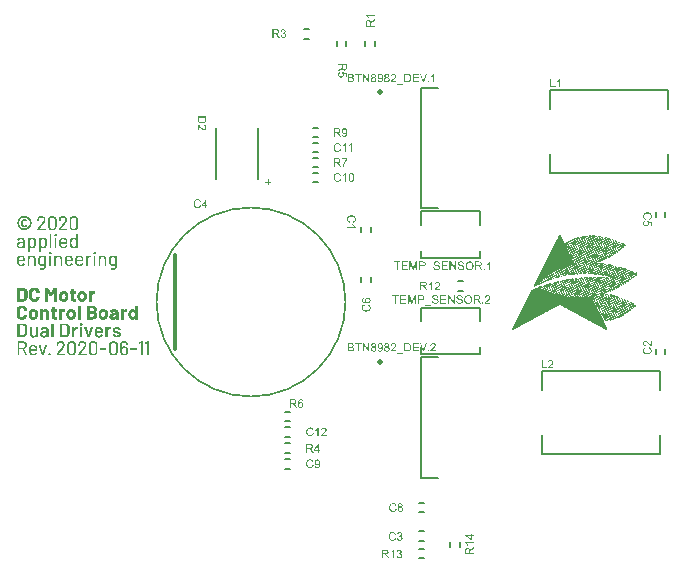
<source format=gto>
%FSLAX33Y33*%
%MOMM*%
%ADD10C,0.0508*%
%ADD11C,0.15*%
%ADD12C,0.3*%
%ADD13C,16.15X15.85*%
%ADD14C,0.500001X0.000003*%
%ADD15C,0.500001X0.000003*%
D10*
%LNtop silkscreen_traces*%
G01*
X47859Y28060D02*
X47859Y28060D01*
X47845Y28074*
X47845Y28126*
X47859Y28140*
X47865Y28140*
X47865Y28146*
X47879Y28160*
X47905Y28160*
X47905Y28166*
X47919Y28180*
X47925Y28180*
X47925Y28186*
X47939Y28200*
X47985Y28200*
X47985Y28226*
X47999Y28240*
X48085Y28240*
X48085Y28246*
X48099Y28260*
X48105Y28260*
X48105Y28286*
X48119Y28300*
X48125Y28300*
X48125Y28306*
X48139Y28320*
X48165Y28320*
X48165Y28326*
X48179Y28340*
X48231Y28340*
X48245Y28326*
X48245Y28320*
X48251Y28320*
X48255Y28316*
X48259Y28320*
X48265Y28320*
X48265Y28326*
X48279Y28340*
X48285Y28340*
X48285Y28386*
X48299Y28400*
X48305Y28400*
X48305Y28406*
X48319Y28420*
X48411Y28420*
X48425Y28406*
X48425Y28386*
X48439Y28400*
X48445Y28400*
X48445Y28466*
X48459Y28480*
X48465Y28480*
X48465Y28486*
X48479Y28500*
X48505Y28500*
X48505Y28506*
X48519Y28520*
X48571Y28520*
X48585Y28506*
X48585Y28480*
X48591Y28480*
X48605Y28466*
X48619Y28480*
X48625Y28480*
X48625Y28546*
X48639Y28560*
X48645Y28560*
X48645Y28566*
X48659Y28580*
X48685Y28580*
X48685Y28586*
X48699Y28600*
X48751Y28600*
X48765Y28586*
X48765Y28540*
X48785Y28540*
X48785Y28546*
X48799Y28560*
X48785Y28574*
X48785Y28626*
X48799Y28640*
X48825Y28640*
X48825Y28646*
X48839Y28660*
X48931Y28660*
X48945Y28646*
X48945Y28620*
X48971Y28620*
X48975Y28616*
X48979Y28620*
X48985Y28620*
X48985Y28640*
X48979Y28640*
X48965Y28654*
X48965Y28706*
X48979Y28720*
X49025Y28720*
X49025Y28726*
X49039Y28740*
X49111Y28740*
X49125Y28726*
X49125Y28700*
X49131Y28700*
X49145Y28686*
X49159Y28700*
X49145Y28714*
X49145Y28766*
X49159Y28780*
X49205Y28780*
X49205Y28786*
X49219Y28800*
X49291Y28800*
X49305Y28786*
X49305Y28760*
X49325Y28760*
X49325Y28766*
X49339Y28780*
X49345Y28780*
X49345Y28826*
X49359Y28840*
X49385Y28840*
X49385Y28846*
X49399Y28860*
X49471Y28860*
X49485Y28846*
X49485Y28840*
X49505Y28840*
X49505Y28846*
X49519Y28860*
X49525Y28860*
X49525Y28886*
X49539Y28900*
X49585Y28900*
X49585Y28906*
X49599Y28920*
X49671Y28920*
X49675Y28916*
X49679Y28920*
X49685Y28920*
X49685Y28926*
X49699Y28940*
X49771Y28940*
X49785Y28926*
X49785Y28860*
X49805Y28860*
X49805Y28866*
X49819Y28880*
X49805Y28894*
X49805Y28946*
X49819Y28960*
X49845Y28960*
X49845Y28966*
X49859Y28980*
X49931Y28980*
X49945Y28966*
X49945Y28960*
X49951Y28960*
X49965Y28946*
X49965Y28940*
X49985Y28940*
X49985Y28960*
X49979Y28960*
X49965Y28974*
X49965Y28980*
X49939Y28980*
X49925Y28994*
X49925Y29000*
X49919Y29000*
X49905Y29014*
X49905Y29040*
X49899Y29040*
X49885Y29054*
X49885Y29106*
X49899Y29120*
X49905Y29120*
X49905Y29126*
X49909Y29130*
X49905Y29134*
X49905Y29140*
X49899Y29140*
X49885Y29154*
X49885Y29160*
X49839Y29160*
X49825Y29174*
X49825Y29200*
X49819Y29200*
X49805Y29214*
X49805Y29266*
X49819Y29280*
X49825Y29280*
X49825Y29286*
X49839Y29300*
X49825Y29314*
X49825Y29320*
X49759Y29320*
X49745Y29334*
X49745Y29360*
X49739Y29360*
X49725Y29374*
X49725Y29446*
X49739Y29460*
X49745Y29460*
X49745Y29466*
X49759Y29480*
X49765Y29480*
X49765Y29500*
X49679Y29500*
X49665Y29514*
X49665Y29520*
X49659Y29520*
X49645Y29534*
X49645Y29560*
X49639Y29560*
X49625Y29574*
X49625Y29626*
X49639Y29640*
X49685Y29640*
X49685Y29680*
X49665Y29680*
X49665Y29674*
X49651Y29660*
X49599Y29660*
X49585Y29674*
X49585Y29680*
X49579Y29680*
X49565Y29694*
X49565Y29720*
X49559Y29720*
X49545Y29734*
X49545Y29806*
X49559Y29820*
X49499Y29820*
X49485Y29834*
X49485Y29886*
X49489Y29890*
X49485Y29894*
X49485Y29900*
X49479Y29900*
X49465Y29914*
X49465Y29920*
X49459Y29920*
X49445Y29934*
X49445Y29960*
X49439Y29960*
X49425Y29974*
X49425Y30000*
X49419Y30000*
X49405Y30014*
X49405Y30066*
X49409Y30070*
X49405Y30074*
X49405Y30080*
X49399Y30080*
X49385Y30094*
X49385Y30100*
X49379Y30100*
X49365Y30114*
X49365Y30120*
X49359Y30120*
X49345Y30134*
X49345Y30160*
X49339Y30160*
X49325Y30174*
X49325Y30226*
X49339Y30240*
X49325Y30254*
X49325Y30260*
X49299Y30260*
X49285Y30274*
X49285Y30280*
X49279Y30280*
X49265Y30294*
X49265Y30320*
X49259Y30320*
X49245Y30334*
X49245Y30406*
X49259Y30420*
X49245Y30434*
X49245Y30440*
X49199Y30440*
X49185Y30454*
X49185Y30480*
X49179Y30480*
X49165Y30494*
X49165Y30566*
X49179Y30580*
X49185Y30580*
X49185Y30600*
X49179Y30600*
X49165Y30614*
X49165Y30620*
X49119Y30620*
X49105Y30634*
X49105Y30640*
X49099Y30640*
X49085Y30654*
X49085Y30680*
X49079Y30680*
X49065Y30694*
X49065Y30720*
X49059Y30720*
X49045Y30734*
X49045Y30760*
X49039Y30760*
X49025Y30774*
X49025Y30800*
X49019Y30800*
X49005Y30814*
X49005Y30840*
X48999Y30840*
X48985Y30854*
X48985Y30880*
X48979Y30880*
X48965Y30894*
X48965Y30920*
X48959Y30920*
X48945Y30934*
X48945Y30960*
X48939Y30960*
X48925Y30974*
X48925Y31000*
X48919Y31000*
X48905Y31014*
X48905Y31040*
X48899Y31040*
X48885Y31054*
X48885Y31080*
X48879Y31080*
X48865Y31094*
X48865Y31120*
X48859Y31120*
X48845Y31134*
X48845Y31160*
X48839Y31160*
X48825Y31174*
X48825Y31200*
X48819Y31200*
X48805Y31214*
X48805Y31240*
X48799Y31240*
X48785Y31254*
X48785Y31280*
X48779Y31280*
X48765Y31294*
X48765Y31320*
X48759Y31320*
X48745Y31334*
X48745Y31360*
X48739Y31360*
X48725Y31374*
X48725Y31380*
X48719Y31380*
X48705Y31394*
X48691Y31380*
X48685Y31380*
X48685Y31354*
X48671Y31340*
X48665Y31340*
X48665Y31314*
X48651Y31300*
X48645Y31300*
X48645Y31274*
X48631Y31260*
X48625Y31260*
X48625Y31234*
X48611Y31220*
X48605Y31220*
X48605Y31194*
X48591Y31180*
X48585Y31180*
X48585Y31154*
X48571Y31140*
X48565Y31140*
X48565Y31114*
X48551Y31100*
X48545Y31100*
X48545Y31074*
X48531Y31060*
X48525Y31060*
X48525Y31034*
X48511Y31020*
X48505Y31020*
X48505Y30994*
X48491Y30980*
X48485Y30980*
X48485Y30954*
X48471Y30940*
X48465Y30940*
X48465Y30914*
X48451Y30900*
X48445Y30900*
X48445Y30874*
X48431Y30860*
X48425Y30860*
X48425Y30834*
X48411Y30820*
X48405Y30820*
X48405Y30794*
X48391Y30780*
X48385Y30780*
X48385Y30754*
X48371Y30740*
X48365Y30740*
X48365Y30714*
X48351Y30700*
X48345Y30700*
X48345Y30674*
X48331Y30660*
X48325Y30660*
X48325Y30634*
X48311Y30620*
X48305Y30620*
X48305Y30594*
X48291Y30580*
X48285Y30580*
X48285Y30554*
X48271Y30540*
X48265Y30540*
X48265Y30514*
X48251Y30500*
X48245Y30500*
X48245Y30474*
X48231Y30460*
X48225Y30460*
X48225Y30434*
X48211Y30420*
X48205Y30420*
X48205Y30394*
X48191Y30380*
X48185Y30380*
X48185Y30354*
X48171Y30340*
X48165Y30340*
X48165Y30314*
X48151Y30300*
X48145Y30300*
X48145Y30274*
X48131Y30260*
X48125Y30260*
X48125Y30234*
X48111Y30220*
X48105Y30220*
X48105Y30194*
X48091Y30180*
X48085Y30180*
X48085Y30154*
X48071Y30140*
X48065Y30140*
X48065Y30114*
X48051Y30100*
X48045Y30100*
X48045Y30074*
X48031Y30060*
X48025Y30060*
X48025Y30034*
X48011Y30020*
X48005Y30020*
X48005Y29994*
X47991Y29980*
X47985Y29980*
X47985Y29954*
X47971Y29940*
X47965Y29940*
X47965Y29914*
X47951Y29900*
X47945Y29900*
X47945Y29874*
X47931Y29860*
X47925Y29860*
X47925Y29834*
X47911Y29820*
X47905Y29820*
X47905Y29794*
X47891Y29780*
X47885Y29780*
X47885Y29754*
X47871Y29740*
X47865Y29740*
X47865Y29714*
X47851Y29700*
X47845Y29700*
X47845Y29674*
X47831Y29660*
X47825Y29660*
X47825Y29634*
X47811Y29620*
X47805Y29620*
X47805Y29594*
X47791Y29580*
X47785Y29580*
X47785Y29554*
X47771Y29540*
X47765Y29540*
X47765Y29514*
X47751Y29500*
X47745Y29500*
X47745Y29474*
X47731Y29460*
X47725Y29460*
X47725Y29434*
X47711Y29420*
X47705Y29420*
X47705Y29394*
X47691Y29380*
X47685Y29380*
X47685Y29354*
X47671Y29340*
X47665Y29340*
X47665Y29314*
X47651Y29300*
X47645Y29300*
X47645Y29274*
X47631Y29260*
X47625Y29260*
X47625Y29234*
X47611Y29220*
X47605Y29220*
X47605Y29194*
X47591Y29180*
X47585Y29180*
X47585Y29154*
X47571Y29140*
X47565Y29140*
X47565Y29114*
X47551Y29100*
X47545Y29100*
X47545Y29074*
X47531Y29060*
X47525Y29060*
X47525Y29034*
X47511Y29020*
X47505Y29020*
X47505Y28994*
X47491Y28980*
X47485Y28980*
X47485Y28954*
X47471Y28940*
X47465Y28940*
X47465Y28914*
X47451Y28900*
X47445Y28900*
X47445Y28874*
X47431Y28860*
X47425Y28860*
X47425Y28834*
X47411Y28820*
X47405Y28820*
X47405Y28794*
X47391Y28780*
X47385Y28780*
X47385Y28754*
X47371Y28740*
X47365Y28740*
X47365Y28714*
X47351Y28700*
X47345Y28700*
X47345Y28674*
X47331Y28660*
X47325Y28660*
X47325Y28634*
X47311Y28620*
X47305Y28620*
X47305Y28594*
X47291Y28580*
X47285Y28580*
X47285Y28554*
X47271Y28540*
X47265Y28540*
X47265Y28514*
X47251Y28500*
X47245Y28500*
X47245Y28474*
X47231Y28460*
X47225Y28460*
X47225Y28434*
X47211Y28420*
X47205Y28420*
X47205Y28394*
X47191Y28380*
X47185Y28380*
X47185Y28354*
X47171Y28340*
X47165Y28340*
X47165Y28314*
X47151Y28300*
X47145Y28300*
X47145Y28274*
X47131Y28260*
X47125Y28260*
X47125Y28234*
X47111Y28220*
X47105Y28220*
X47105Y28194*
X47091Y28180*
X47085Y28180*
X47085Y28154*
X47071Y28140*
X47065Y28140*
X47065Y28114*
X47051Y28100*
X47045Y28100*
X47045Y28074*
X47031Y28060*
X47025Y28060*
X47025Y28034*
X47011Y28020*
X47005Y28020*
X47005Y27994*
X46991Y27980*
X46985Y27980*
X46985Y27954*
X46971Y27940*
X46965Y27940*
X46965Y27914*
X46951Y27900*
X46945Y27900*
X46945Y27874*
X46931Y27860*
X46925Y27860*
X46925Y27834*
X46911Y27820*
X46905Y27820*
X46905Y27794*
X46891Y27780*
X46885Y27780*
X46885Y27754*
X46871Y27740*
X46865Y27740*
X46865Y27714*
X46851Y27700*
X46845Y27700*
X46845Y27674*
X46831Y27660*
X46825Y27660*
X46825Y27634*
X46811Y27620*
X46805Y27620*
X46805Y27594*
X46791Y27580*
X46785Y27580*
X46785Y27554*
X46771Y27540*
X46765Y27540*
X46765Y27514*
X46751Y27500*
X46745Y27500*
X46745Y27474*
X46731Y27460*
X46725Y27460*
X46725Y27434*
X46711Y27420*
X46705Y27420*
X46705Y27394*
X46691Y27380*
X46685Y27380*
X46685Y27354*
X46671Y27340*
X46665Y27340*
X46665Y27334*
X46651Y27320*
X46645Y27320*
X46645Y27294*
X46631Y27280*
X46625Y27280*
X46625Y27254*
X46611Y27240*
X46605Y27240*
X46605Y27214*
X46591Y27200*
X46585Y27200*
X46585Y27174*
X46571Y27160*
X46565Y27160*
X46565Y27134*
X46551Y27120*
X46565Y27120*
X46565Y27126*
X46579Y27140*
X46605Y27140*
X46605Y27146*
X46619Y27160*
X46645Y27160*
X46645Y27166*
X46659Y27180*
X46685Y27180*
X46685Y27186*
X46699Y27200*
X46725Y27200*
X46725Y27206*
X46739Y27220*
X46765Y27220*
X46765Y27246*
X46779Y27260*
X46785Y27260*
X46785Y27266*
X46799Y27280*
X46825Y27280*
X46825Y27306*
X46839Y27320*
X46845Y27320*
X46845Y27326*
X46859Y27340*
X46865Y27340*
X46865Y27346*
X46879Y27360*
X46885Y27360*
X46885Y27366*
X46899Y27380*
X46971Y27380*
X46985Y27366*
X46985Y27360*
X47005Y27360*
X47005Y27380*
X46999Y27380*
X46985Y27394*
X46985Y27466*
X46999Y27480*
X47045Y27480*
X47045Y27486*
X47059Y27500*
X47065Y27500*
X47065Y27526*
X47079Y27540*
X47085Y27540*
X47085Y27546*
X47099Y27560*
X47105Y27560*
X47105Y27566*
X47119Y27580*
X47191Y27580*
X47205Y27566*
X47205Y27560*
X47225Y27560*
X47225Y27566*
X47239Y27580*
X47225Y27594*
X47225Y27666*
X47239Y27680*
X47265Y27680*
X47265Y27686*
X47279Y27700*
X47285Y27700*
X47285Y27706*
X47299Y27720*
X47305Y27720*
X47305Y27746*
X47319Y27760*
X47345Y27760*
X47345Y27766*
X47359Y27780*
X47431Y27780*
X47445Y27766*
X47459Y27780*
X47445Y27794*
X47445Y27846*
X47459Y27860*
X47465Y27860*
X47465Y27866*
X47479Y27880*
X47505Y27880*
X47505Y27886*
X47519Y27900*
X47525Y27900*
X47525Y27906*
X47539Y27920*
X47545Y27920*
X47545Y27926*
X47559Y27940*
X47565Y27940*
X47565Y27946*
X47579Y27960*
X47685Y27960*
X47685Y27986*
X47699Y28000*
X47705Y28000*
X47705Y28046*
X47719Y28060*
X47745Y28060*
X47745Y28066*
X47759Y28080*
X47811Y28080*
X47825Y28066*
X47825Y28060*
X47831Y28060*
X47845Y28046*
X47845Y28040*
X47865Y28040*
X47865Y28060*
X47859Y28060*
X49525Y30006D02*
X49525Y30006D01*
X49539Y30020*
X49525Y30034*
X49511Y30020*
X49505Y30020*
X49505Y30000*
X49525Y30000*
X49525Y30006*
X49605Y29826D02*
X49605Y29826D01*
X49619Y29840*
X49605Y29854*
X49605Y29860*
X49585Y29860*
X49585Y29834*
X49571Y29820*
X49605Y29820*
X49605Y29826*
X48039Y28120D02*
X48039Y28120D01*
X48045Y28120*
X48045Y28140*
X48019Y28140*
X48005Y28154*
X48005Y28120*
X48031Y28120*
X48035Y28116*
X48039Y28120*
X46565Y27134D02*
X46573Y27134D01*
X46585Y27184D02*
X46685Y27184D01*
X46605Y27233D02*
X46765Y27233D01*
X46634Y27283D02*
X46825Y27283D01*
X46663Y27332D02*
X46851Y27332D01*
X46693Y27382D02*
X46997Y27382D01*
X46722Y27431D02*
X46985Y27431D01*
X46745Y27481D02*
X47045Y27481D01*
X46765Y27530D02*
X47069Y27530D01*
X46791Y27580D02*
X47119Y27580D01*
X47191Y27580D02*
X47239Y27580D01*
X46820Y27629D02*
X47225Y27629D01*
X46845Y27679D02*
X47238Y27679D01*
X46865Y27728D02*
X47305Y27728D01*
X46885Y27778D02*
X47357Y27778D01*
X47433Y27778D02*
X47457Y27778D01*
X46918Y27827D02*
X47445Y27827D01*
X46945Y27877D02*
X47476Y27877D01*
X46965Y27927D02*
X47546Y27927D01*
X46985Y27976D02*
X47685Y27976D01*
X47017Y28026D02*
X47705Y28026D01*
X47045Y28075D02*
X47754Y28075D01*
X47816Y28075D02*
X47845Y28075D01*
X47065Y28125D02*
X47845Y28125D01*
X48005Y28125D02*
X48045Y28125D01*
X47085Y28174D02*
X47913Y28174D01*
X47115Y28224D02*
X47985Y28224D01*
X47144Y28273D02*
X48105Y28273D01*
X47165Y28323D02*
X48165Y28323D01*
X48245Y28323D02*
X48265Y28323D01*
X47185Y28372D02*
X48285Y28372D01*
X47213Y28422D02*
X48445Y28422D01*
X47242Y28471D02*
X48450Y28471D01*
X48600Y28471D02*
X48610Y28471D01*
X47265Y28521D02*
X48625Y28521D01*
X47285Y28570D02*
X48650Y28570D01*
X48765Y28570D02*
X48789Y28570D01*
X47311Y28620D02*
X48785Y28620D01*
X48971Y28620D02*
X48979Y28620D01*
X47340Y28669D02*
X48965Y28669D01*
X47365Y28719D02*
X48978Y28719D01*
X49125Y28719D02*
X49145Y28719D01*
X47385Y28769D02*
X49148Y28769D01*
X49305Y28769D02*
X49328Y28769D01*
X47405Y28818D02*
X49345Y28818D01*
X47439Y28868D02*
X49525Y28868D01*
X49785Y28868D02*
X49807Y28868D01*
X47465Y28917D02*
X49596Y28917D01*
X49674Y28917D02*
X49676Y28917D01*
X49785Y28917D02*
X49805Y28917D01*
X47485Y28967D02*
X49846Y28967D01*
X49944Y28967D02*
X49972Y28967D01*
X47505Y29016D02*
X49905Y29016D01*
X47537Y29066D02*
X49885Y29066D01*
X47565Y29115D02*
X49894Y29115D01*
X47585Y29165D02*
X49834Y29165D01*
X47605Y29214D02*
X49805Y29214D01*
X47635Y29264D02*
X49805Y29264D01*
X47664Y29313D02*
X49826Y29313D01*
X47685Y29363D02*
X49736Y29363D01*
X47705Y29412D02*
X49725Y29412D01*
X47733Y29462D02*
X49745Y29462D01*
X47762Y29511D02*
X49668Y29511D01*
X47785Y29561D02*
X49638Y29561D01*
X47805Y29611D02*
X49625Y29611D01*
X47831Y29660D02*
X49599Y29660D01*
X49651Y29660D02*
X49685Y29660D01*
X47861Y29710D02*
X49565Y29710D01*
X47885Y29759D02*
X49545Y29759D01*
X47905Y29809D02*
X49548Y29809D01*
X47925Y29858D02*
X49485Y29858D01*
X49585Y29858D02*
X49605Y29858D01*
X47959Y29908D02*
X49471Y29908D01*
X47985Y29957D02*
X49445Y29957D01*
X48005Y30007D02*
X49412Y30007D01*
X49505Y30007D02*
X49526Y30007D01*
X48025Y30056D02*
X49405Y30056D01*
X48057Y30106D02*
X49373Y30106D01*
X48085Y30155D02*
X49345Y30155D01*
X48105Y30205D02*
X49325Y30205D01*
X48125Y30254D02*
X49325Y30254D01*
X48155Y30304D02*
X49265Y30304D01*
X48184Y30354D02*
X49245Y30354D01*
X48205Y30403D02*
X49245Y30403D01*
X48225Y30453D02*
X49187Y30453D01*
X48253Y30502D02*
X49165Y30502D01*
X48283Y30552D02*
X49165Y30552D01*
X48305Y30601D02*
X49178Y30601D01*
X48325Y30651D02*
X49088Y30651D01*
X48351Y30700D02*
X49065Y30700D01*
X48381Y30750D02*
X49045Y30750D01*
X48405Y30799D02*
X49025Y30799D01*
X48425Y30849D02*
X48990Y30849D01*
X48445Y30898D02*
X48965Y30898D01*
X48479Y30948D02*
X48945Y30948D01*
X48505Y30997D02*
X48925Y30997D01*
X48525Y31047D02*
X48892Y31047D01*
X48545Y31096D02*
X48865Y31096D01*
X48577Y31146D02*
X48845Y31146D01*
X48605Y31196D02*
X48825Y31196D01*
X48625Y31245D02*
X48794Y31245D01*
X48645Y31295D02*
X48765Y31295D01*
X48675Y31344D02*
X48745Y31344D01*
X48705Y31394D02*
X48705Y31394D01*
X51200Y31365D02*
X51200Y31335D01*
X51220Y31335*
X51220Y31315*
X51250Y31315*
X51250Y31335*
X51290Y31335*
X51290Y31365*
X51200Y31365*
X51200Y31365D02*
X51290Y31365D01*
X51385Y31340D02*
X51385Y31340D01*
X51365Y31340*
X51365Y31334*
X51351Y31320*
X51365Y31306*
X51365Y31300*
X51385Y31300*
X51385Y31340*
X51355Y31325D02*
X51385Y31325D01*
X51520Y31365D02*
X51520Y31355D01*
X51540Y31355*
X51540Y31335*
X51550Y31335*
X51550Y31355*
X51570Y31355*
X51570Y31365*
X51520Y31365*
X51620Y31365D02*
X51620Y31315D01*
X51640Y31315*
X51640Y31295*
X51690Y31295*
X51690Y31315*
X51710Y31315*
X51710Y31345*
X51670Y31345*
X51670Y31365*
X51620Y31365*
X51620Y31345D02*
X51710Y31345D01*
X50920Y31345D02*
X50920Y31325D01*
X50900Y31325*
X50900Y31315*
X50920Y31315*
X50920Y31295*
X50970Y31295*
X50970Y31315*
X50990Y31315*
X50990Y31345*
X50920Y31345*
X50920Y31345D02*
X50990Y31345D01*
X51085Y31300D02*
X51085Y31300D01*
X51079Y31300*
X51065Y31314*
X51051Y31300*
X51065Y31286*
X51065Y31280*
X51085Y31280*
X51085Y31300*
X51055Y31305D02*
X51075Y31305D01*
X51805Y31280D02*
X51805Y31280D01*
X51805Y31286*
X51809Y31290*
X51805Y31294*
X51805Y31314*
X51791Y31300*
X51785Y31300*
X51785Y31280*
X51805Y31280*
X51795Y31305D02*
X51805Y31305D01*
X50779Y31260D02*
X50779Y31260D01*
X50785Y31260*
X50785Y31280*
X50779Y31280*
X50765Y31294*
X50751Y31280*
X50745Y31280*
X50745Y31260*
X50771Y31260*
X50775Y31256*
X50779Y31260*
X50745Y31265D02*
X50785Y31265D01*
X51499Y31260D02*
X51499Y31260D01*
X51505Y31260*
X51505Y31266*
X51509Y31270*
X51505Y31274*
X51505Y31280*
X51499Y31280*
X51495Y31284*
X51491Y31280*
X51485Y31280*
X51485Y31274*
X51481Y31270*
X51485Y31266*
X51485Y31260*
X51491Y31260*
X51495Y31256*
X51499Y31260*
X51485Y31265D02*
X51505Y31265D01*
X51960Y31325D02*
X51960Y31315D01*
X51990Y31315*
X51990Y31325*
X51960Y31325*
X52060Y31325D02*
X52060Y31275D01*
X52130Y31275*
X52130Y31295*
X52150Y31295*
X52150Y31305*
X52090Y31305*
X52090Y31325*
X52060Y31325*
X52060Y31325D02*
X52090Y31325D01*
X50640Y31305D02*
X50640Y31285D01*
X50600Y31285*
X50600Y31275*
X50670Y31275*
X50670Y31305*
X50640Y31305*
X52239Y31260D02*
X52239Y31260D01*
X52231Y31260*
X52235Y31256*
X52239Y31260*
X51185Y31260D02*
X51185Y31260D01*
X51185Y31254*
X51171Y31240*
X51185Y31226*
X51185Y31220*
X51205Y31220*
X51205Y31260*
X51185Y31260*
X51175Y31245D02*
X51205Y31245D01*
X51939Y31240D02*
X51939Y31240D01*
X51925Y31254*
X51911Y31240*
X51925Y31226*
X51939Y31240*
X51915Y31245D02*
X51935Y31245D01*
X50479Y31240D02*
X50479Y31240D01*
X50451Y31240*
X50465Y31226*
X50479Y31240*
X50905Y31220D02*
X50905Y31220D01*
X50899Y31220*
X50885Y31234*
X50871Y31220*
X50885Y31206*
X50885Y31200*
X50905Y31200*
X50905Y31220*
X50875Y31225D02*
X50895Y31225D01*
X51639Y31220D02*
X51639Y31220D01*
X51625Y31234*
X51611Y31220*
X51625Y31206*
X51639Y31220*
X51615Y31225D02*
X51635Y31225D01*
X52359Y31220D02*
X52359Y31220D01*
X52355Y31224*
X52351Y31220*
X52331Y31220*
X52345Y31206*
X52345Y31200*
X52365Y31200*
X52365Y31220*
X52359Y31220*
X50605Y31200D02*
X50605Y31200D01*
X50599Y31200*
X50585Y31214*
X50571Y31200*
X50585Y31186*
X50585Y31180*
X50605Y31180*
X50605Y31200*
X50575Y31205D02*
X50595Y31205D01*
X51325Y31186D02*
X51325Y31186D01*
X51329Y31190*
X51325Y31194*
X51325Y31214*
X51311Y31200*
X51305Y31200*
X51305Y31194*
X51301Y31190*
X51305Y31186*
X51305Y31180*
X51325Y31180*
X51325Y31186*
X51315Y31205D02*
X51325Y31205D01*
X52059Y31180D02*
X52059Y31180D01*
X52065Y31180*
X52065Y31200*
X52059Y31200*
X52055Y31204*
X52051Y31200*
X52045Y31200*
X52045Y31194*
X52041Y31190*
X52045Y31186*
X52045Y31180*
X52051Y31180*
X52055Y31176*
X52059Y31180*
X52045Y31185D02*
X52065Y31185D01*
X50305Y31180D02*
X50305Y31180D01*
X50299Y31180*
X50285Y31194*
X50271Y31180*
X50265Y31180*
X50265Y31160*
X50305Y31160*
X50305Y31180*
X50265Y31165D02*
X50305Y31165D01*
X51019Y31160D02*
X51019Y31160D01*
X51025Y31160*
X51025Y31166*
X51029Y31170*
X51025Y31174*
X51025Y31180*
X51019Y31180*
X51015Y31184*
X51011Y31180*
X51005Y31180*
X51005Y31174*
X51001Y31170*
X51005Y31166*
X51005Y31160*
X51011Y31160*
X51015Y31156*
X51019Y31160*
X51005Y31165D02*
X51025Y31165D01*
X52620Y31225D02*
X52620Y31195D01*
X52690Y31195*
X52690Y31205*
X52630Y31205*
X52630Y31225*
X52620Y31225*
X50180Y31205D02*
X50180Y31185D01*
X50140Y31185*
X50140Y31175*
X50190Y31175*
X50190Y31205*
X50180Y31205*
X51759Y31160D02*
X51759Y31160D01*
X51765Y31160*
X51765Y31180*
X51745Y31180*
X51745Y31174*
X51731Y31160*
X51745Y31146*
X51759Y31160*
X51735Y31165D02*
X51765Y31165D01*
X52499Y31160D02*
X52499Y31160D01*
X52485Y31174*
X52485Y31180*
X52465Y31180*
X52465Y31160*
X52471Y31160*
X52485Y31146*
X52499Y31160*
X52465Y31165D02*
X52495Y31165D01*
X50719Y31140D02*
X50719Y31140D01*
X50725Y31140*
X50725Y31160*
X50705Y31160*
X50705Y31154*
X50691Y31140*
X50705Y31126*
X50719Y31140*
X50695Y31145D02*
X50725Y31145D01*
X51459Y31140D02*
X51459Y31140D01*
X51445Y31154*
X51431Y31140*
X51445Y31126*
X51459Y31140*
X51435Y31145D02*
X51455Y31145D01*
X52185Y31120D02*
X52185Y31120D01*
X52185Y31146*
X52189Y31150*
X52185Y31154*
X52185Y31160*
X52165Y31160*
X52165Y31120*
X52185Y31120*
X52165Y31145D02*
X52185Y31145D01*
X52740Y31185D02*
X52740Y31155D01*
X52760Y31155*
X52760Y31135*
X52810Y31135*
X52810Y31155*
X52830Y31155*
X52830Y31165*
X52790Y31165*
X52790Y31185*
X52740Y31185*
X52740Y31185D02*
X52790Y31185D01*
X50425Y31140D02*
X50425Y31140D01*
X50405Y31140*
X50405Y31134*
X50391Y31120*
X50405Y31106*
X50405Y31100*
X50425Y31100*
X50425Y31140*
X50395Y31125D02*
X50425Y31125D01*
X51145Y31106D02*
X51145Y31106D01*
X51159Y31120*
X51145Y31134*
X51131Y31120*
X51125Y31120*
X51125Y31100*
X51145Y31100*
X51145Y31106*
X51135Y31125D02*
X51155Y31125D01*
X51879Y31120D02*
X51879Y31120D01*
X51865Y31134*
X51865Y31114*
X51861Y31110*
X51865Y31106*
X51865Y31100*
X51885Y31100*
X51885Y31120*
X51879Y31120*
X51865Y31125D02*
X51875Y31125D01*
X52625Y31120D02*
X52625Y31120D01*
X52619Y31120*
X52605Y31134*
X52591Y31120*
X52585Y31120*
X52585Y31100*
X52625Y31100*
X52625Y31120*
X52585Y31105D02*
X52625Y31105D01*
X50000Y31145D02*
X50000Y31125D01*
X49940Y31125*
X49940Y31115*
X49960Y31115*
X49960Y31095*
X49990Y31095*
X49990Y31115*
X50030Y31115*
X50030Y31145*
X50000Y31145*
X50000Y31145D02*
X50030Y31145D01*
X50119Y31100D02*
X50119Y31100D01*
X50105Y31114*
X50091Y31100*
X50105Y31086*
X50119Y31100*
X50095Y31105D02*
X50115Y31105D01*
X50845Y31080D02*
X50845Y31080D01*
X50845Y31086*
X50849Y31090*
X50845Y31094*
X50845Y31100*
X50839Y31100*
X50835Y31104*
X50831Y31100*
X50825Y31100*
X50825Y31080*
X50845Y31080*
X51585Y31100D02*
X51585Y31100D01*
X51579Y31100*
X51565Y31114*
X51551Y31100*
X51545Y31100*
X51545Y31080*
X51585Y31080*
X51585Y31100*
X51545Y31085D02*
X51585Y31085D01*
X52319Y31080D02*
X52319Y31080D01*
X52325Y31080*
X52325Y31100*
X52299Y31100*
X52295Y31104*
X52291Y31100*
X52285Y31100*
X52285Y31080*
X52291Y31080*
X52305Y31066*
X52319Y31080*
X52285Y31085D02*
X52325Y31085D01*
X52860Y31145D02*
X52860Y31115D01*
X52880Y31115*
X52880Y31095*
X52950Y31095*
X52950Y31125*
X52930Y31125*
X52930Y31145*
X52860Y31145*
X52860Y31145D02*
X52930Y31145D01*
X50539Y31060D02*
X50539Y31060D01*
X50545Y31060*
X50545Y31066*
X50549Y31070*
X50545Y31074*
X50545Y31080*
X50539Y31080*
X50535Y31084*
X50531Y31080*
X50525Y31080*
X50525Y31074*
X50521Y31070*
X50525Y31066*
X50525Y31060*
X50531Y31060*
X50535Y31056*
X50539Y31060*
X50525Y31065D02*
X50545Y31065D01*
X51265Y31074D02*
X51265Y31074D01*
X51251Y31060*
X51265Y31046*
X51279Y31060*
X51285Y31060*
X51285Y31080*
X51265Y31080*
X51265Y31074*
X51255Y31065D02*
X51285Y31065D01*
X53039Y31080D02*
X53039Y31080D01*
X53031Y31080*
X53035Y31076*
X53039Y31080*
X52019Y31060D02*
X52019Y31060D01*
X52005Y31074*
X52005Y31080*
X51985Y31080*
X51985Y31060*
X51991Y31060*
X52005Y31046*
X52019Y31060*
X51985Y31065D02*
X52015Y31065D01*
X52739Y31060D02*
X52739Y31060D01*
X52745Y31060*
X52745Y31080*
X52725Y31080*
X52725Y31074*
X52711Y31060*
X52725Y31046*
X52739Y31060*
X52715Y31065D02*
X52745Y31065D01*
X49840Y31085D02*
X49840Y31065D01*
X49780Y31065*
X49780Y31045*
X49760Y31045*
X49760Y31035*
X49800Y31035*
X49800Y31015*
X49810Y31015*
X49810Y31035*
X49850Y31035*
X49850Y31085*
X49840Y31085*
X49780Y31065D02*
X49850Y31065D01*
X50239Y31040D02*
X50239Y31040D01*
X50245Y31040*
X50245Y31060*
X50225Y31060*
X50225Y31054*
X50211Y31040*
X50231Y31040*
X50235Y31036*
X50239Y31040*
X50215Y31045D02*
X50245Y31045D01*
X50979Y31040D02*
X50979Y31040D01*
X50965Y31054*
X50965Y31060*
X50945Y31060*
X50945Y31040*
X50951Y31040*
X50965Y31026*
X50979Y31040*
X50945Y31045D02*
X50975Y31045D01*
X51705Y31020D02*
X51705Y31020D01*
X51705Y31026*
X51719Y31040*
X51705Y31054*
X51705Y31060*
X51685Y31060*
X51685Y31020*
X51705Y31020*
X51685Y31045D02*
X51715Y31045D01*
X52445Y31040D02*
X52445Y31040D01*
X52439Y31040*
X52425Y31054*
X52411Y31040*
X52425Y31026*
X52425Y31020*
X52445Y31020*
X52445Y31040*
X52415Y31045D02*
X52435Y31045D01*
X49939Y31020D02*
X49939Y31020D01*
X49945Y31020*
X49945Y31040*
X49925Y31040*
X49925Y31034*
X49911Y31020*
X49925Y31006*
X49939Y31020*
X49915Y31025D02*
X49945Y31025D01*
X50679Y31020D02*
X50679Y31020D01*
X50665Y31034*
X50651Y31020*
X50665Y31006*
X50679Y31020*
X50655Y31025D02*
X50675Y31025D01*
X51385Y31040D02*
X51385Y31040D01*
X51385Y31034*
X51371Y31020*
X51385Y31006*
X51385Y31000*
X51405Y31000*
X51405Y31040*
X51385Y31040*
X51375Y31025D02*
X51405Y31025D01*
X52145Y31020D02*
X52145Y31020D01*
X52139Y31020*
X52125Y31034*
X52111Y31020*
X52105Y31020*
X52105Y31000*
X52145Y31000*
X52145Y31020*
X52115Y31025D02*
X52135Y31025D01*
X52859Y31000D02*
X52859Y31000D01*
X52865Y31000*
X52865Y31006*
X52869Y31010*
X52865Y31014*
X52865Y31020*
X52859Y31020*
X52855Y31024*
X52851Y31020*
X52845Y31020*
X52845Y31014*
X52841Y31010*
X52845Y31006*
X52845Y31000*
X52851Y31000*
X52855Y30996*
X52859Y31000*
X52845Y31005D02*
X52865Y31005D01*
X53165Y31026D02*
X53165Y31026D01*
X53169Y31030*
X53165Y31034*
X53165Y31040*
X53145Y31040*
X53145Y31020*
X53165Y31020*
X53165Y31026*
X50365Y30980D02*
X50365Y30980D01*
X50365Y30986*
X50379Y31000*
X50365Y31014*
X50351Y31000*
X50345Y31000*
X50345Y30980*
X50365Y30980*
X50355Y31005D02*
X50375Y31005D01*
X51099Y30980D02*
X51099Y30980D01*
X51105Y30980*
X51105Y31000*
X51099Y31000*
X51095Y31004*
X51091Y31000*
X51085Y31000*
X51085Y30994*
X51081Y30990*
X51085Y30986*
X51085Y30980*
X51091Y30980*
X51095Y30976*
X51099Y30980*
X51085Y30985D02*
X51105Y30985D01*
X51845Y31000D02*
X51845Y31000D01*
X51819Y31000*
X51815Y31004*
X51811Y31000*
X51805Y31000*
X51805Y30980*
X51845Y30980*
X51845Y31000*
X51805Y30985D02*
X51845Y30985D01*
X52559Y30980D02*
X52559Y30980D01*
X52565Y30980*
X52565Y30986*
X52569Y30990*
X52565Y30994*
X52565Y31000*
X52559Y31000*
X52555Y31004*
X52551Y31000*
X52545Y31000*
X52545Y30994*
X52541Y30990*
X52545Y30986*
X52545Y30980*
X52551Y30980*
X52555Y30976*
X52559Y30980*
X52545Y30985D02*
X52565Y30985D01*
X50059Y30960D02*
X50059Y30960D01*
X50065Y30960*
X50065Y30966*
X50069Y30970*
X50065Y30974*
X50065Y30980*
X50059Y30980*
X50055Y30984*
X50051Y30980*
X50045Y30980*
X50045Y30974*
X50041Y30970*
X50045Y30966*
X50045Y30960*
X50051Y30960*
X50055Y30956*
X50059Y30960*
X50045Y30965D02*
X50065Y30965D01*
X50785Y30974D02*
X50785Y30974D01*
X50771Y30960*
X50785Y30946*
X50799Y30960*
X50805Y30960*
X50805Y30980*
X50785Y30980*
X50785Y30974*
X50775Y30965D02*
X50805Y30965D01*
X53299Y30980D02*
X53299Y30980D01*
X53285Y30994*
X53271Y30980*
X53285Y30966*
X53299Y30980*
X53275Y30985D02*
X53295Y30985D01*
X49640Y31005D02*
X49640Y30985D01*
X49600Y30985*
X49600Y30955*
X49650Y30955*
X49650Y30975*
X49670Y30975*
X49670Y31005*
X49640Y31005*
X49640Y31005D02*
X49670Y31005D01*
X49759Y30940D02*
X49759Y30940D01*
X49765Y30940*
X49765Y30946*
X49769Y30950*
X49765Y30954*
X49765Y30960*
X49759Y30960*
X49755Y30964*
X49751Y30960*
X49745Y30960*
X49745Y30954*
X49741Y30950*
X49745Y30946*
X49745Y30940*
X49751Y30940*
X49755Y30936*
X49759Y30940*
X49745Y30945D02*
X49765Y30945D01*
X51539Y30960D02*
X51539Y30960D01*
X51525Y30974*
X51525Y30980*
X51505Y30980*
X51505Y30960*
X51511Y30960*
X51525Y30946*
X51539Y30960*
X51505Y30965D02*
X51535Y30965D01*
X52259Y30960D02*
X52259Y30960D01*
X52265Y30960*
X52265Y30980*
X52245Y30980*
X52245Y30974*
X52231Y30960*
X52245Y30946*
X52259Y30960*
X52235Y30965D02*
X52265Y30965D01*
X52999Y30960D02*
X52999Y30960D01*
X52985Y30974*
X52971Y30960*
X52985Y30946*
X52999Y30960*
X52975Y30965D02*
X52995Y30965D01*
X50499Y30940D02*
X50499Y30940D01*
X50505Y30940*
X50505Y30960*
X50485Y30960*
X50485Y30954*
X50471Y30940*
X50485Y30926*
X50499Y30940*
X50475Y30945D02*
X50505Y30945D01*
X51225Y30920D02*
X51225Y30920D01*
X51225Y30946*
X51229Y30950*
X51225Y30954*
X51225Y30960*
X51205Y30960*
X51205Y30920*
X51225Y30920*
X51205Y30945D02*
X51225Y30945D01*
X51959Y30940D02*
X51959Y30940D01*
X51945Y30954*
X51931Y30940*
X51945Y30926*
X51959Y30940*
X51935Y30945D02*
X51955Y30945D01*
X52685Y30926D02*
X52685Y30926D01*
X52699Y30940*
X52685Y30954*
X52671Y30940*
X52665Y30940*
X52665Y30920*
X52685Y30920*
X52685Y30926*
X52675Y30945D02*
X52695Y30945D01*
X53405Y30940D02*
X53405Y30940D01*
X53405Y30934*
X53401Y30930*
X53405Y30926*
X53405Y30920*
X53425Y30920*
X53425Y30940*
X53405Y30940*
X50199Y30920D02*
X50199Y30920D01*
X50185Y30934*
X50171Y30920*
X50185Y30906*
X50199Y30920*
X50175Y30925D02*
X50195Y30925D01*
X50905Y30940D02*
X50905Y30940D01*
X50905Y30914*
X50901Y30910*
X50905Y30906*
X50905Y30900*
X50925Y30900*
X50925Y30940*
X50905Y30940*
X50905Y30925D02*
X50925Y30925D01*
X51665Y30920D02*
X51665Y30920D01*
X51659Y30920*
X51645Y30934*
X51631Y30920*
X51645Y30906*
X51645Y30900*
X51665Y30900*
X51665Y30920*
X51635Y30925D02*
X51655Y30925D01*
X52385Y30906D02*
X52385Y30906D01*
X52389Y30910*
X52385Y30914*
X52385Y30920*
X52379Y30920*
X52375Y30924*
X52371Y30920*
X52365Y30920*
X52365Y30914*
X52361Y30910*
X52365Y30906*
X52365Y30900*
X52385Y30900*
X52385Y30906*
X52365Y30905D02*
X52385Y30905D01*
X53085Y30900D02*
X53085Y30900D01*
X53111Y30900*
X53115Y30896*
X53119Y30900*
X53125Y30900*
X53125Y30920*
X53085Y30920*
X53085Y30900*
X53085Y30905D02*
X53125Y30905D01*
X49885Y30880D02*
X49885Y30880D01*
X49885Y30886*
X49899Y30900*
X49885Y30914*
X49871Y30900*
X49865Y30900*
X49865Y30880*
X49885Y30880*
X49875Y30905D02*
X49895Y30905D01*
X50625Y30900D02*
X50625Y30900D01*
X50619Y30900*
X50605Y30914*
X50591Y30900*
X50605Y30886*
X50605Y30880*
X50625Y30880*
X50625Y30900*
X50595Y30905D02*
X50615Y30905D01*
X51339Y30880D02*
X51339Y30880D01*
X51365Y30880*
X51365Y30900*
X51339Y30900*
X51335Y30904*
X51331Y30900*
X51325Y30900*
X51325Y30880*
X51331Y30880*
X51335Y30876*
X51339Y30880*
X51325Y30885D02*
X51365Y30885D01*
X52079Y30880D02*
X52079Y30880D01*
X52085Y30880*
X52085Y30886*
X52089Y30890*
X52085Y30894*
X52085Y30900*
X52079Y30900*
X52075Y30904*
X52071Y30900*
X52065Y30900*
X52065Y30894*
X52061Y30890*
X52065Y30886*
X52065Y30880*
X52071Y30880*
X52075Y30876*
X52079Y30880*
X52065Y30885D02*
X52085Y30885D01*
X49480Y30925D02*
X49480Y30905D01*
X49420Y30905*
X49420Y30875*
X49470Y30875*
X49470Y30895*
X49490Y30895*
X49490Y30925*
X49480Y30925*
X49480Y30925D02*
X49490Y30925D01*
X49579Y30860D02*
X49579Y30860D01*
X49585Y30860*
X49585Y30866*
X49589Y30870*
X49585Y30874*
X49585Y30880*
X49579Y30880*
X49575Y30884*
X49571Y30880*
X49565Y30880*
X49565Y30874*
X49561Y30870*
X49565Y30866*
X49565Y30860*
X49571Y30860*
X49575Y30856*
X49579Y30860*
X49565Y30865D02*
X49585Y30865D01*
X50285Y30860D02*
X50285Y30860D01*
X50291Y30860*
X50305Y30846*
X50319Y30860*
X50325Y30860*
X50325Y30880*
X50285Y30880*
X50285Y30860*
X50285Y30865D02*
X50325Y30865D01*
X52819Y30880D02*
X52819Y30880D01*
X52825Y30880*
X52825Y30900*
X52785Y30900*
X52785Y30880*
X52791Y30880*
X52805Y30866*
X52819Y30880*
X52785Y30885D02*
X52825Y30885D01*
X53545Y30860D02*
X53545Y30860D01*
X53545Y30866*
X53559Y30880*
X53545Y30894*
X53545Y30900*
X53525Y30900*
X53525Y30860*
X53545Y30860*
X53525Y30885D02*
X53555Y30885D01*
X51059Y30860D02*
X51059Y30860D01*
X51045Y30874*
X51045Y30880*
X51025Y30880*
X51025Y30860*
X51031Y30860*
X51045Y30846*
X51059Y30860*
X51025Y30865D02*
X51055Y30865D01*
X51779Y30860D02*
X51779Y30860D01*
X51785Y30860*
X51785Y30880*
X51765Y30880*
X51765Y30874*
X51751Y30860*
X51765Y30846*
X51779Y30860*
X51755Y30865D02*
X51785Y30865D01*
X52519Y30860D02*
X52519Y30860D01*
X52505Y30874*
X52505Y30880*
X52485Y30880*
X52485Y30860*
X52491Y30860*
X52505Y30846*
X52519Y30860*
X52485Y30865D02*
X52515Y30865D01*
X53245Y30840D02*
X53245Y30840D01*
X53245Y30866*
X53249Y30870*
X53245Y30874*
X53245Y30880*
X53225Y30880*
X53225Y30840*
X53245Y30840*
X53225Y30865D02*
X53245Y30865D01*
X50019Y30840D02*
X50019Y30840D01*
X50005Y30854*
X50005Y30860*
X49985Y30860*
X49985Y30840*
X49991Y30840*
X50005Y30826*
X50019Y30840*
X49985Y30845D02*
X50015Y30845D01*
X50745Y30820D02*
X50745Y30820D01*
X50745Y30826*
X50759Y30840*
X50745Y30854*
X50745Y30860*
X50725Y30860*
X50725Y30820*
X50745Y30820*
X50725Y30845D02*
X50755Y30845D01*
X51485Y30840D02*
X51485Y30840D01*
X51479Y30840*
X51465Y30854*
X51451Y30840*
X51465Y30826*
X51465Y30820*
X51485Y30820*
X51485Y30840*
X51455Y30845D02*
X51475Y30845D01*
X52205Y30820D02*
X52205Y30820D01*
X52205Y30826*
X52219Y30840*
X52205Y30854*
X52191Y30840*
X52185Y30840*
X52185Y30820*
X52205Y30820*
X52195Y30845D02*
X52215Y30845D01*
X52939Y30840D02*
X52939Y30840D01*
X52925Y30854*
X52925Y30834*
X52921Y30830*
X52925Y30826*
X52925Y30820*
X52945Y30820*
X52945Y30840*
X52939Y30840*
X52925Y30825D02*
X52945Y30825D01*
X53685Y30840D02*
X53685Y30840D01*
X53659Y30840*
X53655Y30844*
X53651Y30840*
X53645Y30840*
X53645Y30820*
X53685Y30820*
X53685Y30840*
X53645Y30825D02*
X53685Y30825D01*
X49705Y30806D02*
X49705Y30806D01*
X49719Y30820*
X49705Y30834*
X49705Y30840*
X49685Y30840*
X49685Y30800*
X49705Y30800*
X49705Y30806*
X49685Y30825D02*
X49715Y30825D01*
X50425Y30840D02*
X50425Y30840D01*
X50425Y30834*
X50411Y30820*
X50425Y30806*
X50425Y30800*
X50445Y30800*
X50445Y30840*
X50425Y30840*
X50415Y30825D02*
X50445Y30825D01*
X51185Y30820D02*
X51185Y30820D01*
X51179Y30820*
X51165Y30834*
X51151Y30820*
X51145Y30820*
X51145Y30800*
X51185Y30800*
X51185Y30820*
X51155Y30825D02*
X51175Y30825D01*
X51905Y30806D02*
X51905Y30806D01*
X51919Y30820*
X51899Y30820*
X51895Y30824*
X51891Y30820*
X51885Y30820*
X51885Y30800*
X51905Y30800*
X51905Y30806*
X52645Y30820D02*
X52645Y30820D01*
X52639Y30820*
X52625Y30834*
X52611Y30820*
X52605Y30820*
X52605Y30800*
X52645Y30800*
X52645Y30820*
X52605Y30805D02*
X52645Y30805D01*
X53359Y30800D02*
X53359Y30800D01*
X53379Y30800*
X53365Y30814*
X53365Y30820*
X53359Y30820*
X53355Y30824*
X53351Y30820*
X53345Y30820*
X53345Y30800*
X53351Y30800*
X53355Y30796*
X53359Y30800*
X53345Y30805D02*
X53375Y30805D01*
X49320Y30845D02*
X49320Y30835D01*
X49330Y30835*
X49330Y30845*
X49320Y30845*
X49405Y30786D02*
X49405Y30786D01*
X49419Y30800*
X49405Y30814*
X49391Y30800*
X49385Y30800*
X49385Y30780*
X49405Y30780*
X49405Y30786*
X49395Y30805D02*
X49415Y30805D01*
X50145Y30800D02*
X50145Y30800D01*
X50139Y30800*
X50125Y30814*
X50125Y30794*
X50121Y30790*
X50125Y30786*
X50125Y30780*
X50145Y30780*
X50145Y30800*
X50125Y30785D02*
X50145Y30785D01*
X50885Y30800D02*
X50885Y30800D01*
X50859Y30800*
X50855Y30804*
X50851Y30800*
X50845Y30800*
X50845Y30780*
X50885Y30780*
X50885Y30800*
X50845Y30785D02*
X50885Y30785D01*
X51599Y30780D02*
X51599Y30780D01*
X51605Y30780*
X51605Y30786*
X51609Y30790*
X51605Y30794*
X51605Y30800*
X51599Y30800*
X51595Y30804*
X51591Y30800*
X51585Y30800*
X51585Y30794*
X51581Y30790*
X51585Y30786*
X51585Y30780*
X51591Y30780*
X51595Y30776*
X51599Y30780*
X51585Y30785D02*
X51605Y30785D01*
X52325Y30794D02*
X52325Y30794D01*
X52311Y30780*
X52325Y30766*
X52339Y30780*
X52345Y30780*
X52345Y30800*
X52325Y30800*
X52325Y30794*
X52315Y30785D02*
X52345Y30785D01*
X49280Y30825D02*
X49280Y30805D01*
X49260Y30805*
X49260Y30795*
X49290Y30795*
X49290Y30815*
X49310Y30815*
X49310Y30825*
X49280Y30825*
X49805Y30760D02*
X49805Y30760D01*
X49831Y30760*
X49835Y30756*
X49839Y30760*
X49845Y30760*
X49845Y30780*
X49805Y30780*
X49805Y30760*
X49805Y30765D02*
X49845Y30765D01*
X53079Y30780D02*
X53079Y30780D01*
X53065Y30794*
X53065Y30800*
X53045Y30800*
X53045Y30780*
X53051Y30780*
X53065Y30766*
X53079Y30780*
X53045Y30785D02*
X53075Y30785D01*
X53799Y30780D02*
X53799Y30780D01*
X53785Y30794*
X53771Y30780*
X53785Y30766*
X53799Y30780*
X53775Y30785D02*
X53795Y30785D01*
X49505Y30740D02*
X49505Y30740D01*
X49511Y30740*
X49525Y30726*
X49539Y30740*
X49545Y30740*
X49545Y30760*
X49505Y30760*
X49505Y30740*
X49505Y30745D02*
X49545Y30745D01*
X50579Y30760D02*
X50579Y30760D01*
X50565Y30774*
X50565Y30780*
X50545Y30780*
X50545Y30760*
X50551Y30760*
X50565Y30746*
X50579Y30760*
X50545Y30765D02*
X50575Y30765D01*
X51299Y30760D02*
X51299Y30760D01*
X51305Y30760*
X51305Y30780*
X51285Y30780*
X51285Y30774*
X51271Y30760*
X51285Y30746*
X51299Y30760*
X51275Y30765D02*
X51305Y30765D01*
X52039Y30760D02*
X52039Y30760D01*
X52025Y30774*
X52011Y30760*
X52025Y30746*
X52039Y30760*
X52015Y30765D02*
X52035Y30765D01*
X52765Y30746D02*
X52765Y30746D01*
X52769Y30750*
X52765Y30754*
X52765Y30780*
X52745Y30780*
X52745Y30754*
X52741Y30750*
X52745Y30746*
X52745Y30740*
X52765Y30740*
X52765Y30746*
X52745Y30765D02*
X52765Y30765D01*
X53499Y30760D02*
X53499Y30760D01*
X53485Y30774*
X53471Y30760*
X53485Y30746*
X53499Y30760*
X53475Y30765D02*
X53495Y30765D01*
X50265Y30746D02*
X50265Y30746D01*
X50269Y30750*
X50265Y30754*
X50265Y30760*
X50245Y30760*
X50245Y30740*
X50251Y30740*
X50265Y30726*
X50265Y30746*
X50245Y30745D02*
X50265Y30745D01*
X51005Y30740D02*
X51005Y30740D01*
X50999Y30740*
X50985Y30754*
X50971Y30740*
X50985Y30726*
X50985Y30720*
X51005Y30720*
X51005Y30740*
X50975Y30745D02*
X50995Y30745D01*
X51725Y30726D02*
X51725Y30726D01*
X51739Y30740*
X51725Y30754*
X51711Y30740*
X51705Y30740*
X51705Y30720*
X51725Y30720*
X51725Y30726*
X51715Y30745D02*
X51735Y30745D01*
X52465Y30740D02*
X52465Y30740D01*
X52459Y30740*
X52445Y30754*
X52431Y30740*
X52445Y30726*
X52445Y30720*
X52465Y30720*
X52465Y30740*
X52435Y30745D02*
X52455Y30745D01*
X53185Y30726D02*
X53185Y30726D01*
X53199Y30740*
X53185Y30754*
X53171Y30740*
X53165Y30740*
X53165Y30720*
X53185Y30720*
X53185Y30726*
X53165Y30725D02*
X53185Y30725D01*
X49239Y30720D02*
X49239Y30720D01*
X49225Y30734*
X49225Y30740*
X49205Y30740*
X49205Y30720*
X49211Y30720*
X49225Y30706*
X49239Y30720*
X49205Y30725D02*
X49235Y30725D01*
X49945Y30740D02*
X49945Y30740D01*
X49945Y30734*
X49931Y30720*
X49945Y30706*
X49945Y30700*
X49965Y30700*
X49965Y30740*
X49945Y30740*
X49935Y30725D02*
X49965Y30725D01*
X50699Y30720D02*
X50699Y30720D01*
X50685Y30734*
X50671Y30720*
X50685Y30706*
X50699Y30720*
X50675Y30725D02*
X50695Y30725D01*
X51419Y30700D02*
X51419Y30700D01*
X51425Y30700*
X51425Y30706*
X51439Y30720*
X51419Y30720*
X51415Y30724*
X51411Y30720*
X51405Y30720*
X51405Y30714*
X51401Y30710*
X51405Y30706*
X51405Y30700*
X51411Y30700*
X51415Y30696*
X51419Y30700*
X51405Y30705D02*
X51425Y30705D01*
X52165Y30720D02*
X52165Y30720D01*
X52159Y30720*
X52145Y30734*
X52145Y30714*
X52141Y30710*
X52145Y30706*
X52145Y30700*
X52165Y30700*
X52165Y30720*
X52145Y30705D02*
X52165Y30705D01*
X52879Y30700D02*
X52879Y30700D01*
X52899Y30700*
X52885Y30714*
X52885Y30720*
X52879Y30720*
X52875Y30724*
X52871Y30720*
X52865Y30720*
X52865Y30700*
X52871Y30700*
X52875Y30696*
X52879Y30700*
X52865Y30705D02*
X52895Y30705D01*
X53605Y30714D02*
X53605Y30714D01*
X53591Y30700*
X53611Y30700*
X53615Y30696*
X53619Y30700*
X53625Y30700*
X53625Y30706*
X53629Y30710*
X53625Y30714*
X53625Y30720*
X53605Y30720*
X53605Y30714*
X53595Y30705D02*
X53625Y30705D01*
X53919Y30720D02*
X53919Y30720D01*
X53905Y30734*
X53901Y30730*
X53905Y30726*
X53905Y30720*
X53911Y30720*
X53915Y30716*
X53919Y30720*
X53905Y30725D02*
X53915Y30725D01*
X49665Y30700D02*
X49665Y30700D01*
X49659Y30700*
X49645Y30714*
X49645Y30694*
X49641Y30690*
X49645Y30686*
X49645Y30680*
X49665Y30680*
X49665Y30700*
X49645Y30705D02*
X49655Y30705D01*
X50405Y30700D02*
X50405Y30700D01*
X50399Y30700*
X50385Y30714*
X50371Y30700*
X50365Y30700*
X50365Y30680*
X50405Y30680*
X50405Y30700*
X50365Y30685D02*
X50405Y30685D01*
X51119Y30680D02*
X51119Y30680D01*
X51125Y30680*
X51125Y30686*
X51129Y30690*
X51125Y30694*
X51125Y30700*
X51119Y30700*
X51115Y30704*
X51111Y30700*
X51105Y30700*
X51105Y30694*
X51101Y30690*
X51105Y30686*
X51105Y30680*
X51111Y30680*
X51115Y30676*
X51119Y30680*
X51105Y30685D02*
X51125Y30685D01*
X49359Y30660D02*
X49359Y30660D01*
X49365Y30660*
X49365Y30680*
X49359Y30680*
X49345Y30694*
X49331Y30680*
X49325Y30680*
X49325Y30660*
X49351Y30660*
X49355Y30656*
X49359Y30660*
X49325Y30665D02*
X49365Y30665D01*
X50099Y30660D02*
X50099Y30660D01*
X50085Y30674*
X50085Y30680*
X50065Y30680*
X50065Y30660*
X50071Y30660*
X50085Y30646*
X50099Y30660*
X50065Y30665D02*
X50095Y30665D01*
X51859Y30680D02*
X51859Y30680D01*
X51865Y30680*
X51865Y30700*
X51825Y30700*
X51825Y30680*
X51831Y30680*
X51845Y30666*
X51859Y30680*
X51825Y30685D02*
X51865Y30685D01*
X52599Y30680D02*
X52599Y30680D01*
X52585Y30694*
X52585Y30700*
X52565Y30700*
X52565Y30680*
X52571Y30680*
X52585Y30666*
X52599Y30680*
X52565Y30685D02*
X52595Y30685D01*
X53319Y30680D02*
X53319Y30680D01*
X53325Y30680*
X53325Y30700*
X53305Y30700*
X53305Y30694*
X53291Y30680*
X53305Y30666*
X53319Y30680*
X53295Y30685D02*
X53325Y30685D01*
X50819Y30660D02*
X50819Y30660D01*
X50825Y30660*
X50825Y30680*
X50805Y30680*
X50805Y30674*
X50791Y30660*
X50811Y30660*
X50815Y30656*
X50819Y30660*
X50795Y30665D02*
X50825Y30665D01*
X51559Y30660D02*
X51559Y30660D01*
X51545Y30674*
X51545Y30680*
X51525Y30680*
X51525Y30660*
X51531Y30660*
X51545Y30646*
X51559Y30660*
X51525Y30665D02*
X51555Y30665D01*
X52285Y30666D02*
X52285Y30666D01*
X52289Y30670*
X52285Y30674*
X52285Y30680*
X52265Y30680*
X52265Y30654*
X52261Y30650*
X52265Y30646*
X52265Y30640*
X52285Y30640*
X52285Y30666*
X52265Y30665D02*
X52285Y30665D01*
X53025Y30660D02*
X53025Y30660D01*
X53019Y30660*
X53005Y30674*
X52991Y30660*
X53005Y30646*
X53005Y30640*
X53025Y30640*
X53025Y30660*
X52995Y30665D02*
X53015Y30665D01*
X53745Y30646D02*
X53745Y30646D01*
X53759Y30660*
X53745Y30674*
X53731Y30660*
X53725Y30660*
X53725Y30640*
X53745Y30640*
X53745Y30646*
X53735Y30665D02*
X53755Y30665D01*
X54000Y30705D02*
X54000Y30655D01*
X54020Y30655*
X54020Y30635*
X54070Y30635*
X54070Y30655*
X54090Y30655*
X54090Y30685*
X54050Y30685*
X54050Y30705*
X54000Y30705*
X54000Y30685D02*
X54090Y30685D01*
X49785Y30646D02*
X49785Y30646D01*
X49789Y30650*
X49785Y30654*
X49785Y30660*
X49765Y30660*
X49765Y30640*
X49771Y30640*
X49785Y30626*
X49785Y30646*
X49765Y30645D02*
X49785Y30645D01*
X50519Y30640D02*
X50519Y30640D01*
X50525Y30640*
X50525Y30660*
X50505Y30660*
X50505Y30654*
X50491Y30640*
X50505Y30626*
X50519Y30640*
X50495Y30645D02*
X50525Y30645D01*
X51245Y30626D02*
X51245Y30626D01*
X51259Y30640*
X51245Y30654*
X51231Y30640*
X51225Y30640*
X51225Y30620*
X51245Y30620*
X51245Y30626*
X51235Y30645D02*
X51255Y30645D01*
X51985Y30640D02*
X51985Y30640D01*
X51979Y30640*
X51965Y30654*
X51951Y30640*
X51965Y30626*
X51965Y30620*
X51985Y30620*
X51985Y30640*
X51955Y30645D02*
X51975Y30645D01*
X52725Y30640D02*
X52725Y30640D01*
X52719Y30640*
X52705Y30654*
X52691Y30640*
X52685Y30640*
X52685Y30620*
X52725Y30620*
X52725Y30640*
X52685Y30625D02*
X52725Y30625D01*
X53439Y30620D02*
X53439Y30620D01*
X53445Y30620*
X53445Y30626*
X53449Y30630*
X53445Y30634*
X53445Y30640*
X53439Y30640*
X53435Y30644*
X53431Y30640*
X53425Y30640*
X53425Y30634*
X53421Y30630*
X53425Y30626*
X53425Y30620*
X53431Y30620*
X53435Y30616*
X53439Y30620*
X53425Y30625D02*
X53445Y30625D01*
X49465Y30640D02*
X49465Y30640D01*
X49465Y30614*
X49461Y30610*
X49465Y30606*
X49465Y30600*
X49485Y30600*
X49485Y30640*
X49465Y30640*
X49465Y30625D02*
X49485Y30625D01*
X50225Y30620D02*
X50225Y30620D01*
X50219Y30620*
X50205Y30634*
X50191Y30620*
X50205Y30606*
X50205Y30600*
X50225Y30600*
X50225Y30620*
X50195Y30625D02*
X50215Y30625D01*
X50945Y30600D02*
X50945Y30600D01*
X50945Y30606*
X50949Y30610*
X50945Y30614*
X50945Y30634*
X50931Y30620*
X50925Y30620*
X50925Y30600*
X50945Y30600*
X50935Y30625D02*
X50945Y30625D01*
X51685Y30620D02*
X51685Y30620D01*
X51679Y30620*
X51665Y30634*
X51651Y30620*
X51665Y30606*
X51665Y30600*
X51685Y30600*
X51685Y30620*
X51665Y30605D02*
X51685Y30605D01*
X52425Y30620D02*
X52425Y30620D01*
X52399Y30620*
X52395Y30624*
X52391Y30620*
X52385Y30620*
X52385Y30600*
X52425Y30600*
X52425Y30620*
X52385Y30605D02*
X52425Y30605D01*
X53139Y30600D02*
X53139Y30600D01*
X53145Y30600*
X53145Y30606*
X53149Y30610*
X53145Y30614*
X53145Y30620*
X53139Y30620*
X53135Y30624*
X53131Y30620*
X53125Y30620*
X53125Y30614*
X53111Y30600*
X53131Y30600*
X53135Y30596*
X53139Y30600*
X53115Y30605D02*
X53145Y30605D01*
X54120Y30665D02*
X54120Y30595D01*
X54140Y30595*
X54140Y30575*
X54190Y30575*
X54190Y30595*
X54210Y30595*
X54210Y30625*
X54170Y30625*
X54170Y30645*
X54130Y30645*
X54130Y30665*
X54120Y30665*
X54120Y30625D02*
X54210Y30625D01*
X49905Y30586D02*
X49905Y30586D01*
X49919Y30600*
X49905Y30614*
X49891Y30600*
X49885Y30600*
X49885Y30580*
X49905Y30580*
X49905Y30586*
X49885Y30585D02*
X49905Y30585D01*
X50639Y30580D02*
X50639Y30580D01*
X50645Y30580*
X50645Y30586*
X50649Y30590*
X50645Y30594*
X50645Y30600*
X50639Y30600*
X50635Y30604*
X50631Y30600*
X50625Y30600*
X50625Y30594*
X50621Y30590*
X50625Y30586*
X50625Y30580*
X50631Y30580*
X50635Y30576*
X50639Y30580*
X50625Y30585D02*
X50645Y30585D01*
X51379Y30580D02*
X51379Y30580D01*
X51385Y30580*
X51385Y30600*
X51379Y30600*
X51375Y30604*
X51371Y30600*
X51365Y30600*
X51365Y30594*
X51351Y30580*
X51365Y30566*
X51379Y30580*
X51355Y30585D02*
X51385Y30585D01*
X53879Y30600D02*
X53879Y30600D01*
X53865Y30614*
X53865Y30620*
X53845Y30620*
X53845Y30600*
X53851Y30600*
X53865Y30586*
X53879Y30600*
X53845Y30605D02*
X53875Y30605D01*
X49599Y30560D02*
X49599Y30560D01*
X49605Y30560*
X49605Y30566*
X49609Y30570*
X49605Y30574*
X49605Y30580*
X49599Y30580*
X49595Y30584*
X49591Y30580*
X49585Y30580*
X49585Y30560*
X49591Y30560*
X49595Y30556*
X49599Y30560*
X49585Y30565D02*
X49605Y30565D01*
X52119Y30580D02*
X52119Y30580D01*
X52105Y30594*
X52105Y30600*
X52085Y30600*
X52085Y30580*
X52091Y30580*
X52105Y30566*
X52119Y30580*
X52085Y30585D02*
X52115Y30585D01*
X52839Y30580D02*
X52839Y30580D01*
X52845Y30580*
X52845Y30600*
X52825Y30600*
X52825Y30594*
X52811Y30580*
X52825Y30566*
X52839Y30580*
X52815Y30585D02*
X52845Y30585D01*
X53579Y30580D02*
X53579Y30580D01*
X53565Y30594*
X53551Y30580*
X53565Y30566*
X53579Y30580*
X53555Y30585D02*
X53575Y30585D01*
X50339Y30560D02*
X50339Y30560D01*
X50345Y30560*
X50345Y30580*
X50325Y30580*
X50325Y30574*
X50311Y30560*
X50331Y30560*
X50335Y30556*
X50339Y30560*
X50315Y30565D02*
X50345Y30565D01*
X51079Y30560D02*
X51079Y30560D01*
X51065Y30574*
X51051Y30560*
X51065Y30546*
X51079Y30560*
X51055Y30565D02*
X51075Y30565D01*
X51805Y30540D02*
X51805Y30540D01*
X51805Y30566*
X51809Y30570*
X51805Y30574*
X51805Y30580*
X51785Y30580*
X51785Y30540*
X51805Y30540*
X51785Y30565D02*
X51805Y30565D01*
X52539Y30560D02*
X52539Y30560D01*
X52525Y30574*
X52511Y30560*
X52525Y30546*
X52539Y30560*
X52515Y30565D02*
X52535Y30565D01*
X53265Y30546D02*
X53265Y30546D01*
X53269Y30550*
X53265Y30554*
X53265Y30574*
X53251Y30560*
X53245Y30560*
X53245Y30540*
X53265Y30540*
X53265Y30546*
X53255Y30565D02*
X53265Y30565D01*
X54005Y30560D02*
X54005Y30560D01*
X53999Y30560*
X53995Y30564*
X53991Y30560*
X53971Y30560*
X53985Y30546*
X53985Y30540*
X54005Y30540*
X54005Y30560*
X53985Y30545D02*
X54005Y30545D01*
X49319Y30540D02*
X49319Y30540D01*
X49305Y30554*
X49305Y30560*
X49285Y30560*
X49285Y30540*
X49291Y30540*
X49305Y30526*
X49319Y30540*
X49285Y30545D02*
X49315Y30545D01*
X50039Y30540D02*
X50039Y30540D01*
X50045Y30540*
X50045Y30560*
X50025Y30560*
X50025Y30554*
X50011Y30540*
X50025Y30526*
X50039Y30540*
X50015Y30545D02*
X50045Y30545D01*
X50765Y30526D02*
X50765Y30526D01*
X50779Y30540*
X50765Y30554*
X50751Y30540*
X50745Y30540*
X50745Y30520*
X50765Y30520*
X50765Y30526*
X50755Y30545D02*
X50775Y30545D01*
X51505Y30540D02*
X51505Y30540D01*
X51499Y30540*
X51485Y30554*
X51471Y30540*
X51485Y30526*
X51485Y30520*
X51505Y30520*
X51505Y30540*
X51475Y30545D02*
X51495Y30545D01*
X52245Y30540D02*
X52245Y30540D01*
X52239Y30540*
X52225Y30554*
X52211Y30540*
X52225Y30526*
X52225Y30520*
X52245Y30520*
X52245Y30540*
X52215Y30545D02*
X52235Y30545D01*
X52959Y30520D02*
X52959Y30520D01*
X52965Y30520*
X52965Y30526*
X52979Y30540*
X52959Y30540*
X52955Y30544*
X52951Y30540*
X52945Y30540*
X52945Y30520*
X52951Y30520*
X52955Y30516*
X52959Y30520*
X52945Y30525D02*
X52965Y30525D01*
X53665Y30520D02*
X53665Y30520D01*
X53691Y30520*
X53695Y30516*
X53699Y30520*
X53705Y30520*
X53705Y30540*
X53665Y30540*
X53665Y30520*
X53665Y30525D02*
X53705Y30525D01*
X49739Y30520D02*
X49739Y30520D01*
X49725Y30534*
X49711Y30520*
X49725Y30506*
X49739Y30520*
X49715Y30525D02*
X49735Y30525D01*
X50465Y30506D02*
X50465Y30506D01*
X50479Y30520*
X50465Y30534*
X50451Y30520*
X50445Y30520*
X50445Y30500*
X50465Y30500*
X50465Y30506*
X50455Y30525D02*
X50475Y30525D01*
X51205Y30520D02*
X51205Y30520D01*
X51199Y30520*
X51185Y30534*
X51171Y30520*
X51185Y30506*
X51185Y30500*
X51205Y30500*
X51205Y30520*
X51185Y30505D02*
X51205Y30505D01*
X51919Y30500D02*
X51919Y30500D01*
X51939Y30500*
X51925Y30514*
X51925Y30520*
X51919Y30520*
X51915Y30524*
X51911Y30520*
X51905Y30520*
X51905Y30500*
X51911Y30500*
X51915Y30496*
X51919Y30500*
X51905Y30505D02*
X51935Y30505D01*
X52659Y30500D02*
X52659Y30500D01*
X52665Y30500*
X52665Y30520*
X52659Y30520*
X52655Y30524*
X52651Y30520*
X52645Y30520*
X52645Y30514*
X52641Y30510*
X52645Y30506*
X52645Y30500*
X52651Y30500*
X52655Y30496*
X52659Y30500*
X52645Y30505D02*
X52665Y30505D01*
X53365Y30500D02*
X53365Y30500D01*
X53371Y30500*
X53385Y30486*
X53399Y30500*
X53405Y30500*
X53405Y30520*
X53365Y30520*
X53365Y30500*
X53365Y30505D02*
X53405Y30505D01*
X54240Y30565D02*
X54240Y30555D01*
X54250Y30555*
X54250Y30565*
X54240Y30565*
X49425Y30486D02*
X49425Y30486D01*
X49439Y30500*
X49425Y30514*
X49411Y30500*
X49405Y30500*
X49405Y30480*
X49425Y30480*
X49425Y30486*
X49415Y30505D02*
X49435Y30505D01*
X50159Y30480D02*
X50159Y30480D01*
X50165Y30480*
X50165Y30486*
X50169Y30490*
X50165Y30494*
X50165Y30500*
X50159Y30500*
X50155Y30504*
X50151Y30500*
X50145Y30500*
X50145Y30494*
X50141Y30490*
X50145Y30486*
X50145Y30480*
X50151Y30480*
X50155Y30476*
X50159Y30480*
X50145Y30485D02*
X50165Y30485D01*
X50865Y30480D02*
X50865Y30480D01*
X50871Y30480*
X50885Y30466*
X50899Y30480*
X50905Y30480*
X50905Y30500*
X50865Y30500*
X50865Y30480*
X50865Y30485D02*
X50905Y30485D01*
X54125Y30486D02*
X54125Y30486D01*
X54139Y30500*
X54125Y30514*
X54125Y30520*
X54105Y30520*
X54105Y30480*
X54125Y30480*
X54125Y30486*
X54105Y30505D02*
X54135Y30505D01*
X49859Y30460D02*
X49859Y30460D01*
X49865Y30460*
X49865Y30480*
X49859Y30480*
X49855Y30484*
X49851Y30480*
X49845Y30480*
X49845Y30474*
X49841Y30470*
X49845Y30466*
X49845Y30460*
X49851Y30460*
X49855Y30456*
X49859Y30460*
X49845Y30465D02*
X49865Y30465D01*
X50565Y30460D02*
X50565Y30460D01*
X50571Y30460*
X50585Y30446*
X50599Y30460*
X50605Y30460*
X50605Y30480*
X50565Y30480*
X50565Y30460*
X50565Y30465D02*
X50605Y30465D01*
X51619Y30480D02*
X51619Y30480D01*
X51639Y30480*
X51625Y30494*
X51625Y30500*
X51605Y30500*
X51605Y30480*
X51611Y30480*
X51615Y30476*
X51619Y30480*
X51605Y30485D02*
X51635Y30485D01*
X52365Y30500D02*
X52365Y30500D01*
X52345Y30500*
X52345Y30494*
X52331Y30480*
X52345Y30466*
X52345Y30460*
X52365Y30460*
X52365Y30500*
X52335Y30485D02*
X52365Y30485D01*
X53099Y30480D02*
X53099Y30480D01*
X53085Y30494*
X53085Y30500*
X53065Y30500*
X53065Y30480*
X53071Y30480*
X53085Y30466*
X53099Y30480*
X53065Y30485D02*
X53095Y30485D01*
X53825Y30466D02*
X53825Y30466D01*
X53829Y30470*
X53825Y30474*
X53825Y30500*
X53805Y30500*
X53805Y30494*
X53791Y30480*
X53805Y30466*
X53805Y30460*
X53825Y30460*
X53825Y30466*
X53795Y30485D02*
X53825Y30485D01*
X51325Y30446D02*
X51325Y30446D01*
X51329Y30450*
X51325Y30454*
X51325Y30480*
X51305Y30480*
X51305Y30474*
X51301Y30470*
X51305Y30466*
X51305Y30440*
X51325Y30440*
X51325Y30446*
X51305Y30465D02*
X51325Y30465D01*
X52059Y30460D02*
X52059Y30460D01*
X52045Y30474*
X52031Y30460*
X52045Y30446*
X52059Y30460*
X52035Y30465D02*
X52055Y30465D01*
X52785Y30446D02*
X52785Y30446D01*
X52799Y30460*
X52785Y30474*
X52771Y30460*
X52765Y30460*
X52765Y30440*
X52785Y30440*
X52785Y30446*
X52775Y30465D02*
X52795Y30465D01*
X53525Y30460D02*
X53525Y30460D01*
X53519Y30460*
X53505Y30474*
X53491Y30460*
X53505Y30446*
X53505Y30440*
X53525Y30440*
X53525Y30460*
X53495Y30465D02*
X53515Y30465D01*
X49559Y30440D02*
X49559Y30440D01*
X49565Y30440*
X49565Y30460*
X49545Y30460*
X49545Y30454*
X49531Y30440*
X49545Y30426*
X49559Y30440*
X49535Y30445D02*
X49565Y30445D01*
X50299Y30440D02*
X50299Y30440D01*
X50285Y30454*
X50271Y30440*
X50285Y30426*
X50299Y30440*
X50275Y30445D02*
X50295Y30445D01*
X51025Y30460D02*
X51025Y30460D01*
X51005Y30460*
X51005Y30454*
X50991Y30440*
X51005Y30426*
X51005Y30420*
X51025Y30420*
X51025Y30460*
X50995Y30445D02*
X51025Y30445D01*
X51765Y30440D02*
X51765Y30440D01*
X51759Y30440*
X51745Y30454*
X51731Y30440*
X51725Y30440*
X51725Y30420*
X51765Y30420*
X51765Y30440*
X51735Y30445D02*
X51755Y30445D01*
X52485Y30420D02*
X52485Y30420D01*
X52485Y30426*
X52489Y30430*
X52485Y30434*
X52485Y30440*
X52479Y30440*
X52475Y30444*
X52471Y30440*
X52465Y30440*
X52465Y30420*
X52485Y30420*
X52465Y30425D02*
X52485Y30425D01*
X53219Y30420D02*
X53219Y30420D01*
X53225Y30420*
X53225Y30440*
X53219Y30440*
X53215Y30444*
X53211Y30440*
X53185Y30440*
X53185Y30420*
X53211Y30420*
X53215Y30416*
X53219Y30420*
X53185Y30425D02*
X53225Y30425D01*
X53945Y30426D02*
X53945Y30426D01*
X53949Y30430*
X53945Y30434*
X53945Y30440*
X53925Y30440*
X53925Y30420*
X53931Y30420*
X53945Y30406*
X53945Y30426*
X53925Y30425D02*
X53945Y30425D01*
X49985Y30406D02*
X49985Y30406D01*
X49999Y30420*
X49985Y30434*
X49971Y30420*
X49965Y30420*
X49965Y30400*
X49985Y30400*
X49985Y30406*
X49975Y30425D02*
X49995Y30425D01*
X50725Y30420D02*
X50725Y30420D01*
X50719Y30420*
X50705Y30434*
X50691Y30420*
X50705Y30406*
X50705Y30400*
X50725Y30400*
X50725Y30420*
X50695Y30425D02*
X50715Y30425D01*
X51445Y30406D02*
X51445Y30406D01*
X51459Y30420*
X51445Y30434*
X51431Y30420*
X51425Y30420*
X51425Y30400*
X51445Y30400*
X51445Y30406*
X51425Y30405D02*
X51445Y30405D01*
X52179Y30400D02*
X52179Y30400D01*
X52185Y30400*
X52185Y30420*
X52179Y30420*
X52175Y30424*
X52171Y30420*
X52165Y30420*
X52165Y30414*
X52161Y30410*
X52165Y30406*
X52165Y30400*
X52171Y30400*
X52175Y30396*
X52179Y30400*
X52165Y30405D02*
X52185Y30405D01*
X49679Y30380D02*
X49679Y30380D01*
X49685Y30380*
X49685Y30386*
X49689Y30390*
X49685Y30394*
X49685Y30400*
X49679Y30400*
X49675Y30404*
X49671Y30400*
X49665Y30400*
X49665Y30394*
X49661Y30390*
X49665Y30386*
X49665Y30380*
X49671Y30380*
X49675Y30376*
X49679Y30380*
X49665Y30385D02*
X49685Y30385D01*
X50405Y30394D02*
X50405Y30394D01*
X50391Y30380*
X50411Y30380*
X50415Y30376*
X50419Y30380*
X50425Y30380*
X50425Y30400*
X50405Y30400*
X50405Y30394*
X50395Y30385D02*
X50425Y30385D01*
X51139Y30380D02*
X51139Y30380D01*
X51159Y30380*
X51145Y30394*
X51145Y30400*
X51139Y30400*
X51135Y30404*
X51131Y30400*
X51125Y30400*
X51125Y30380*
X51131Y30380*
X51135Y30376*
X51139Y30380*
X51125Y30385D02*
X51155Y30385D01*
X52919Y30400D02*
X52919Y30400D01*
X52905Y30414*
X52905Y30420*
X52885Y30420*
X52885Y30400*
X52891Y30400*
X52905Y30386*
X52919Y30400*
X52885Y30405D02*
X52915Y30405D01*
X53659Y30400D02*
X53659Y30400D01*
X53645Y30414*
X53645Y30420*
X53625Y30420*
X53625Y30400*
X53631Y30400*
X53645Y30386*
X53659Y30400*
X53625Y30405D02*
X53655Y30405D01*
X49365Y30374D02*
X49365Y30374D01*
X49361Y30370*
X49365Y30366*
X49365Y30360*
X49371Y30360*
X49375Y30356*
X49379Y30360*
X49385Y30360*
X49385Y30380*
X49365Y30380*
X49365Y30374*
X49365Y30365D02*
X49385Y30365D01*
X51879Y30380D02*
X51879Y30380D01*
X51885Y30380*
X51885Y30400*
X51865Y30400*
X51865Y30394*
X51861Y30390*
X51865Y30386*
X51865Y30366*
X51879Y30380*
X51865Y30385D02*
X51885Y30385D01*
X52619Y30380D02*
X52619Y30380D01*
X52605Y30394*
X52591Y30380*
X52605Y30366*
X52619Y30380*
X52595Y30385D02*
X52615Y30385D01*
X53325Y30400D02*
X53325Y30400D01*
X53325Y30394*
X53311Y30380*
X53325Y30366*
X53325Y30360*
X53345Y30360*
X53345Y30400*
X53325Y30400*
X53315Y30385D02*
X53345Y30385D01*
X54040Y30425D02*
X54040Y30405D01*
X54020Y30405*
X54020Y30355*
X54070Y30355*
X54070Y30375*
X54090Y30375*
X54090Y30395*
X54110Y30395*
X54110Y30405*
X54090Y30405*
X54090Y30425*
X54040Y30425*
X54020Y30405D02*
X54110Y30405D01*
X50119Y30360D02*
X50119Y30360D01*
X50125Y30360*
X50125Y30380*
X50105Y30380*
X50105Y30374*
X50091Y30360*
X50105Y30346*
X50119Y30360*
X50095Y30365D02*
X50125Y30365D01*
X50845Y30366D02*
X50845Y30366D01*
X50849Y30370*
X50845Y30374*
X50845Y30380*
X50825Y30380*
X50825Y30360*
X50831Y30360*
X50845Y30346*
X50845Y30366*
X50825Y30365D02*
X50845Y30365D01*
X51579Y30360D02*
X51579Y30360D01*
X51565Y30374*
X51551Y30360*
X51565Y30346*
X51579Y30360*
X51555Y30365D02*
X51575Y30365D01*
X52305Y30346D02*
X52305Y30346D01*
X52319Y30360*
X52305Y30374*
X52291Y30360*
X52285Y30360*
X52285Y30340*
X52305Y30340*
X52305Y30346*
X52295Y30365D02*
X52315Y30365D01*
X53039Y30340D02*
X53039Y30340D01*
X53045Y30340*
X53045Y30360*
X53039Y30360*
X53035Y30364*
X53031Y30360*
X53011Y30360*
X53025Y30346*
X53025Y30340*
X53031Y30340*
X53035Y30336*
X53039Y30340*
X53025Y30345D02*
X53045Y30345D01*
X53765Y30346D02*
X53765Y30346D01*
X53779Y30360*
X53765Y30374*
X53751Y30360*
X53745Y30360*
X53745Y30340*
X53765Y30340*
X53765Y30346*
X53745Y30345D02*
X53765Y30345D01*
X49819Y30340D02*
X49819Y30340D01*
X49805Y30354*
X49791Y30340*
X49805Y30326*
X49819Y30340*
X49795Y30345D02*
X49815Y30345D01*
X50525Y30360D02*
X50525Y30360D01*
X50525Y30354*
X50511Y30340*
X50525Y30326*
X50525Y30320*
X50545Y30320*
X50545Y30360*
X50525Y30360*
X50515Y30345D02*
X50545Y30345D01*
X51279Y30340D02*
X51279Y30340D01*
X51265Y30354*
X51251Y30340*
X51265Y30326*
X51279Y30340*
X51255Y30345D02*
X51275Y30345D01*
X52005Y30326D02*
X52005Y30326D01*
X52009Y30330*
X52005Y30334*
X52005Y30340*
X51999Y30340*
X51995Y30344*
X51991Y30340*
X51985Y30340*
X51985Y30334*
X51981Y30330*
X51985Y30326*
X51985Y30320*
X52005Y30320*
X52005Y30326*
X52745Y30340D02*
X52745Y30340D01*
X52739Y30340*
X52735Y30344*
X52731Y30340*
X52705Y30340*
X52705Y30320*
X52745Y30320*
X52745Y30340*
X52705Y30325D02*
X52745Y30325D01*
X53459Y30320D02*
X53459Y30320D01*
X53465Y30320*
X53465Y30326*
X53469Y30330*
X53465Y30334*
X53465Y30340*
X53459Y30340*
X53455Y30344*
X53451Y30340*
X53445Y30340*
X53445Y30320*
X53451Y30320*
X53455Y30316*
X53459Y30320*
X53445Y30325D02*
X53465Y30325D01*
X49505Y30306D02*
X49505Y30306D01*
X49519Y30320*
X49505Y30334*
X49505Y30340*
X49485Y30340*
X49485Y30300*
X49505Y30300*
X49505Y30306*
X49485Y30325D02*
X49515Y30325D01*
X50245Y30320D02*
X50245Y30320D01*
X50239Y30320*
X50225Y30334*
X50211Y30320*
X50225Y30306*
X50225Y30300*
X50245Y30300*
X50245Y30320*
X50225Y30305D02*
X50245Y30305D01*
X50965Y30306D02*
X50965Y30306D01*
X50979Y30320*
X50965Y30334*
X50951Y30320*
X50945Y30320*
X50945Y30300*
X50965Y30300*
X50965Y30306*
X50945Y30305D02*
X50965Y30305D01*
X51699Y30300D02*
X51699Y30300D01*
X51705Y30300*
X51705Y30306*
X51709Y30310*
X51705Y30314*
X51705Y30320*
X51699Y30320*
X51695Y30324*
X51691Y30320*
X51685Y30320*
X51685Y30314*
X51681Y30310*
X51685Y30306*
X51685Y30300*
X51691Y30300*
X51695Y30296*
X51699Y30300*
X51685Y30305D02*
X51705Y30305D01*
X52405Y30300D02*
X52405Y30300D01*
X52411Y30300*
X52425Y30286*
X52439Y30300*
X52445Y30300*
X52445Y30320*
X52405Y30320*
X52405Y30300*
X52405Y30305D02*
X52445Y30305D01*
X49939Y30280D02*
X49939Y30280D01*
X49945Y30280*
X49945Y30300*
X49939Y30300*
X49935Y30304*
X49931Y30300*
X49905Y30300*
X49905Y30280*
X49931Y30280*
X49935Y30276*
X49939Y30280*
X49905Y30285D02*
X49945Y30285D01*
X53165Y30306D02*
X53165Y30306D01*
X53169Y30310*
X53165Y30314*
X53165Y30320*
X53145Y30320*
X53145Y30300*
X53151Y30300*
X53165Y30286*
X53165Y30306*
X53145Y30305D02*
X53165Y30305D01*
X53899Y30300D02*
X53899Y30300D01*
X53905Y30300*
X53905Y30320*
X53885Y30320*
X53885Y30314*
X53871Y30300*
X53885Y30286*
X53899Y30300*
X53875Y30305D02*
X53905Y30305D01*
X49639Y30260D02*
X49639Y30260D01*
X49625Y30274*
X49625Y30280*
X49605Y30280*
X49605Y30260*
X49611Y30260*
X49625Y30246*
X49639Y30260*
X49605Y30265D02*
X49635Y30265D01*
X50659Y30280D02*
X50659Y30280D01*
X50679Y30280*
X50665Y30294*
X50665Y30300*
X50645Y30300*
X50645Y30280*
X50651Y30280*
X50655Y30276*
X50659Y30280*
X50645Y30285D02*
X50675Y30285D01*
X51399Y30280D02*
X51399Y30280D01*
X51405Y30280*
X51405Y30300*
X51385Y30300*
X51385Y30294*
X51371Y30280*
X51385Y30266*
X51399Y30280*
X51375Y30285D02*
X51405Y30285D01*
X52139Y30280D02*
X52139Y30280D01*
X52125Y30294*
X52125Y30300*
X52105Y30300*
X52105Y30280*
X52111Y30280*
X52125Y30266*
X52139Y30280*
X52105Y30285D02*
X52135Y30285D01*
X52865Y30266D02*
X52865Y30266D01*
X52869Y30270*
X52865Y30274*
X52865Y30300*
X52845Y30300*
X52845Y30274*
X52841Y30270*
X52845Y30266*
X52845Y30260*
X52865Y30260*
X52865Y30266*
X52845Y30285D02*
X52865Y30285D01*
X53585Y30266D02*
X53585Y30266D01*
X53599Y30280*
X53585Y30294*
X53571Y30280*
X53565Y30280*
X53565Y30260*
X53585Y30260*
X53585Y30266*
X53575Y30285D02*
X53595Y30285D01*
X50379Y30260D02*
X50379Y30260D01*
X50365Y30274*
X50365Y30280*
X50345Y30280*
X50345Y30260*
X50351Y30260*
X50365Y30246*
X50379Y30260*
X50345Y30265D02*
X50375Y30265D01*
X51099Y30260D02*
X51099Y30260D01*
X51085Y30274*
X51071Y30260*
X51085Y30246*
X51099Y30260*
X51075Y30265D02*
X51095Y30265D01*
X51825Y30246D02*
X51825Y30246D01*
X51839Y30260*
X51825Y30274*
X51825Y30280*
X51805Y30280*
X51805Y30240*
X51825Y30240*
X51825Y30246*
X51805Y30265D02*
X51835Y30265D01*
X52559Y30260D02*
X52559Y30260D01*
X52545Y30274*
X52531Y30260*
X52545Y30246*
X52545Y30240*
X52565Y30240*
X52565Y30260*
X52559Y30260*
X52535Y30265D02*
X52555Y30265D01*
X53305Y30260D02*
X53305Y30260D01*
X53299Y30260*
X53285Y30274*
X53271Y30260*
X53265Y30260*
X53265Y30240*
X53305Y30240*
X53305Y30260*
X53275Y30265D02*
X53295Y30265D01*
X50045Y30260D02*
X50045Y30260D01*
X50045Y30254*
X50031Y30240*
X50045Y30226*
X50045Y30220*
X50065Y30220*
X50065Y30260*
X50045Y30260*
X50035Y30245D02*
X50065Y30245D01*
X50799Y30240D02*
X50799Y30240D01*
X50785Y30254*
X50771Y30240*
X50785Y30226*
X50799Y30240*
X50775Y30245D02*
X50795Y30245D01*
X51525Y30220D02*
X51525Y30220D01*
X51525Y30226*
X51539Y30240*
X51525Y30254*
X51511Y30240*
X51505Y30240*
X51505Y30220*
X51525Y30220*
X51515Y30245D02*
X51535Y30245D01*
X52265Y30240D02*
X52265Y30240D01*
X52259Y30240*
X52245Y30254*
X52231Y30240*
X52225Y30240*
X52225Y30220*
X52265Y30220*
X52265Y30240*
X52225Y30225D02*
X52265Y30225D01*
X52979Y30220D02*
X52979Y30220D01*
X52985Y30220*
X52985Y30226*
X52989Y30230*
X52985Y30234*
X52985Y30240*
X52979Y30240*
X52975Y30244*
X52971Y30240*
X52965Y30240*
X52965Y30220*
X52971Y30220*
X52975Y30216*
X52979Y30220*
X52965Y30225D02*
X52985Y30225D01*
X53705Y30234D02*
X53705Y30234D01*
X53701Y30230*
X53705Y30226*
X53705Y30220*
X53711Y30220*
X53715Y30216*
X53719Y30220*
X53725Y30220*
X53725Y30240*
X53705Y30240*
X53705Y30234*
X53705Y30225D02*
X53725Y30225D01*
X49765Y30220D02*
X49765Y30220D01*
X49759Y30220*
X49745Y30234*
X49731Y30220*
X49745Y30206*
X49745Y30200*
X49765Y30200*
X49765Y30220*
X49735Y30225D02*
X49755Y30225D01*
X50485Y30206D02*
X50485Y30206D01*
X50499Y30220*
X50485Y30234*
X50471Y30220*
X50465Y30220*
X50465Y30200*
X50485Y30200*
X50485Y30206*
X50465Y30205D02*
X50485Y30205D01*
X51219Y30200D02*
X51219Y30200D01*
X51225Y30200*
X51225Y30206*
X51229Y30210*
X51225Y30214*
X51225Y30220*
X51219Y30220*
X51215Y30224*
X51211Y30220*
X51205Y30220*
X51205Y30214*
X51201Y30210*
X51205Y30206*
X51205Y30200*
X51211Y30200*
X51215Y30196*
X51219Y30200*
X51205Y30205D02*
X51225Y30205D01*
X51925Y30200D02*
X51925Y30200D01*
X51931Y30200*
X51945Y30186*
X51959Y30200*
X51965Y30200*
X51965Y30220*
X51925Y30220*
X51925Y30200*
X51925Y30205D02*
X51965Y30205D01*
X49459Y30180D02*
X49459Y30180D01*
X49465Y30180*
X49465Y30200*
X49459Y30200*
X49455Y30204*
X49451Y30200*
X49431Y30200*
X49445Y30186*
X49445Y30180*
X49451Y30180*
X49455Y30176*
X49459Y30180*
X49445Y30185D02*
X49465Y30185D01*
X50179Y30180D02*
X50179Y30180D01*
X50185Y30180*
X50185Y30186*
X50189Y30190*
X50185Y30194*
X50185Y30200*
X50179Y30200*
X50175Y30204*
X50171Y30200*
X50165Y30200*
X50165Y30180*
X50171Y30180*
X50175Y30176*
X50179Y30180*
X50165Y30185D02*
X50185Y30185D01*
X52699Y30200D02*
X52699Y30200D01*
X52685Y30214*
X52685Y30220*
X52665Y30220*
X52665Y30200*
X52671Y30200*
X52685Y30186*
X52699Y30200*
X52665Y30205D02*
X52695Y30205D01*
X53419Y30200D02*
X53419Y30200D01*
X53425Y30200*
X53425Y30220*
X53405Y30220*
X53405Y30214*
X53391Y30200*
X53405Y30186*
X53419Y30200*
X53395Y30205D02*
X53425Y30205D01*
X50919Y30180D02*
X50919Y30180D01*
X50925Y30180*
X50925Y30200*
X50905Y30200*
X50905Y30194*
X50891Y30180*
X50905Y30166*
X50919Y30180*
X50895Y30185D02*
X50925Y30185D01*
X51659Y30180D02*
X51659Y30180D01*
X51645Y30194*
X51645Y30200*
X51625Y30200*
X51625Y30180*
X51631Y30180*
X51645Y30166*
X51659Y30180*
X51625Y30185D02*
X51655Y30185D01*
X52365Y30200D02*
X52365Y30200D01*
X52365Y30194*
X52361Y30190*
X52365Y30186*
X52365Y30160*
X52385Y30160*
X52385Y30200*
X52365Y30200*
X52365Y30185D02*
X52385Y30185D01*
X53119Y30180D02*
X53119Y30180D01*
X53105Y30194*
X53091Y30180*
X53105Y30166*
X53119Y30180*
X53095Y30185D02*
X53115Y30185D01*
X53820Y30225D02*
X53820Y30205D01*
X53800Y30205*
X53800Y30155*
X53810Y30155*
X53810Y30175*
X53830Y30175*
X53830Y30195*
X53870Y30195*
X53870Y30225*
X53820Y30225*
X53800Y30205D02*
X53870Y30205D01*
X49885Y30166D02*
X49885Y30166D01*
X49889Y30170*
X49885Y30174*
X49885Y30180*
X49865Y30180*
X49865Y30174*
X49861Y30170*
X49865Y30166*
X49865Y30160*
X49871Y30160*
X49885Y30146*
X49885Y30166*
X49865Y30165D02*
X49885Y30165D01*
X50619Y30160D02*
X50619Y30160D01*
X50625Y30160*
X50625Y30180*
X50605Y30180*
X50605Y30174*
X50591Y30160*
X50605Y30146*
X50619Y30160*
X50595Y30165D02*
X50625Y30165D01*
X51345Y30146D02*
X51345Y30146D01*
X51359Y30160*
X51345Y30174*
X51331Y30160*
X51325Y30160*
X51325Y30140*
X51345Y30140*
X51345Y30146*
X51335Y30165D02*
X51355Y30165D01*
X52085Y30160D02*
X52085Y30160D01*
X52079Y30160*
X52065Y30174*
X52051Y30160*
X52065Y30146*
X52065Y30140*
X52085Y30140*
X52085Y30160*
X52055Y30165D02*
X52075Y30165D01*
X52805Y30146D02*
X52805Y30146D01*
X52819Y30160*
X52805Y30174*
X52791Y30160*
X52785Y30160*
X52785Y30140*
X52805Y30140*
X52805Y30146*
X52785Y30145D02*
X52805Y30145D01*
X53539Y30140D02*
X53539Y30140D01*
X53545Y30140*
X53545Y30146*
X53549Y30150*
X53545Y30154*
X53545Y30160*
X53539Y30160*
X53535Y30164*
X53531Y30160*
X53525Y30160*
X53525Y30154*
X53521Y30150*
X53525Y30146*
X53525Y30140*
X53531Y30140*
X53535Y30136*
X53539Y30140*
X53525Y30145D02*
X53545Y30145D01*
X49565Y30160D02*
X49565Y30160D01*
X49565Y30154*
X49551Y30140*
X49565Y30126*
X49565Y30120*
X49585Y30120*
X49585Y30160*
X49565Y30160*
X49555Y30145D02*
X49585Y30145D01*
X50319Y30140D02*
X50319Y30140D01*
X50305Y30154*
X50291Y30140*
X50305Y30126*
X50319Y30140*
X50295Y30145D02*
X50315Y30145D01*
X51045Y30120D02*
X51045Y30120D01*
X51045Y30126*
X51049Y30130*
X51045Y30134*
X51045Y30154*
X51031Y30140*
X51025Y30140*
X51025Y30120*
X51045Y30120*
X51035Y30145D02*
X51045Y30145D01*
X51785Y30140D02*
X51785Y30140D01*
X51779Y30140*
X51765Y30154*
X51751Y30140*
X51765Y30126*
X51765Y30120*
X51785Y30120*
X51785Y30140*
X51755Y30145D02*
X51775Y30145D01*
X52519Y30120D02*
X52519Y30120D01*
X52505Y30134*
X52505Y30140*
X52499Y30140*
X52495Y30144*
X52491Y30140*
X52485Y30140*
X52485Y30120*
X52491Y30120*
X52505Y30106*
X52519Y30120*
X52485Y30125D02*
X52515Y30125D01*
X53225Y30134D02*
X53225Y30134D01*
X53211Y30120*
X53231Y30120*
X53235Y30116*
X53239Y30120*
X53245Y30120*
X53245Y30140*
X53225Y30140*
X53225Y30134*
X53215Y30125D02*
X53245Y30125D01*
X50005Y30106D02*
X50005Y30106D01*
X50019Y30120*
X50005Y30134*
X49991Y30120*
X49985Y30120*
X49985Y30100*
X50005Y30100*
X50005Y30106*
X49985Y30105D02*
X50005Y30105D01*
X50739Y30100D02*
X50739Y30100D01*
X50745Y30100*
X50745Y30106*
X50749Y30110*
X50745Y30114*
X50745Y30120*
X50739Y30120*
X50735Y30124*
X50731Y30120*
X50725Y30120*
X50725Y30114*
X50721Y30110*
X50725Y30106*
X50725Y30100*
X50731Y30100*
X50735Y30096*
X50739Y30100*
X50725Y30105D02*
X50745Y30105D01*
X51445Y30100D02*
X51445Y30100D01*
X51451Y30100*
X51465Y30086*
X51479Y30100*
X51485Y30100*
X51485Y30120*
X51445Y30120*
X51445Y30100*
X51445Y30105D02*
X51485Y30105D01*
X52199Y30100D02*
X52199Y30100D01*
X52205Y30100*
X52205Y30106*
X52209Y30110*
X52205Y30114*
X52205Y30120*
X52185Y30120*
X52185Y30100*
X52191Y30100*
X52195Y30096*
X52199Y30100*
X52185Y30105D02*
X52205Y30105D01*
X49699Y30080D02*
X49699Y30080D01*
X49719Y30080*
X49705Y30094*
X49705Y30100*
X49699Y30100*
X49695Y30104*
X49691Y30100*
X49685Y30100*
X49685Y30080*
X49691Y30080*
X49695Y30076*
X49699Y30080*
X49685Y30085D02*
X49715Y30085D01*
X50439Y30080D02*
X50439Y30080D01*
X50445Y30080*
X50445Y30086*
X50449Y30090*
X50445Y30094*
X50445Y30100*
X50439Y30100*
X50435Y30104*
X50431Y30100*
X50425Y30100*
X50425Y30094*
X50421Y30090*
X50425Y30086*
X50425Y30080*
X50431Y30080*
X50435Y30076*
X50439Y30080*
X50425Y30085D02*
X50445Y30085D01*
X52939Y30100D02*
X52939Y30100D01*
X52945Y30100*
X52945Y30120*
X52925Y30120*
X52925Y30114*
X52911Y30100*
X52925Y30086*
X52939Y30100*
X52915Y30105D02*
X52945Y30105D01*
X53659Y30100D02*
X53659Y30100D01*
X53679Y30100*
X53665Y30114*
X53665Y30120*
X53645Y30120*
X53645Y30100*
X53651Y30100*
X53655Y30096*
X53659Y30100*
X53645Y30105D02*
X53675Y30105D01*
X51179Y30080D02*
X51179Y30080D01*
X51165Y30094*
X51165Y30100*
X51145Y30100*
X51145Y30080*
X51151Y30080*
X51165Y30066*
X51179Y30080*
X51145Y30085D02*
X51175Y30085D01*
X51885Y30100D02*
X51885Y30100D01*
X51885Y30094*
X51871Y30080*
X51885Y30066*
X51885Y30060*
X51905Y30060*
X51905Y30100*
X51885Y30100*
X51875Y30085D02*
X51905Y30085D01*
X52639Y30080D02*
X52639Y30080D01*
X52625Y30094*
X52611Y30080*
X52625Y30066*
X52639Y30080*
X52615Y30085D02*
X52635Y30085D01*
X53365Y30066D02*
X53365Y30066D01*
X53369Y30070*
X53365Y30074*
X53365Y30094*
X53351Y30080*
X53345Y30080*
X53345Y30060*
X53365Y30060*
X53365Y30066*
X53355Y30085D02*
X53365Y30085D01*
X50139Y30060D02*
X50139Y30060D01*
X50145Y30060*
X50145Y30080*
X50125Y30080*
X50125Y30074*
X50111Y30060*
X50125Y30046*
X50139Y30060*
X50115Y30065D02*
X50145Y30065D01*
X50879Y30060D02*
X50879Y30060D01*
X50865Y30074*
X50865Y30080*
X50845Y30080*
X50845Y30060*
X50851Y30060*
X50865Y30046*
X50879Y30060*
X50845Y30065D02*
X50875Y30065D01*
X51585Y30080D02*
X51585Y30080D01*
X51585Y30074*
X51571Y30060*
X51585Y30046*
X51585Y30040*
X51605Y30040*
X51605Y30080*
X51585Y30080*
X51575Y30065D02*
X51605Y30065D01*
X52345Y30060D02*
X52345Y30060D01*
X52339Y30060*
X52325Y30074*
X52311Y30060*
X52305Y30060*
X52305Y30040*
X52345Y30040*
X52345Y30060*
X52315Y30065D02*
X52335Y30065D01*
X53059Y30040D02*
X53059Y30040D01*
X53065Y30040*
X53065Y30046*
X53069Y30050*
X53065Y30054*
X53065Y30060*
X53059Y30060*
X53055Y30064*
X53051Y30060*
X53045Y30060*
X53045Y30054*
X53041Y30050*
X53045Y30046*
X53045Y30040*
X53051Y30040*
X53055Y30036*
X53059Y30040*
X53045Y30045D02*
X53065Y30045D01*
X49839Y30040D02*
X49839Y30040D01*
X49825Y30054*
X49811Y30040*
X49825Y30026*
X49839Y30040*
X49815Y30045D02*
X49835Y30045D01*
X50565Y30020D02*
X50565Y30020D01*
X50565Y30026*
X50579Y30040*
X50565Y30054*
X50551Y30040*
X50545Y30040*
X50545Y30020*
X50565Y30020*
X50555Y30045D02*
X50575Y30045D01*
X51305Y30040D02*
X51305Y30040D01*
X51299Y30040*
X51285Y30054*
X51271Y30040*
X51285Y30026*
X51285Y30020*
X51305Y30020*
X51305Y30040*
X51285Y30025D02*
X51305Y30025D01*
X52045Y30040D02*
X52045Y30040D01*
X52019Y30040*
X52015Y30044*
X52011Y30040*
X52005Y30040*
X52005Y30020*
X52045Y30020*
X52045Y30040*
X52005Y30025D02*
X52045Y30025D01*
X52759Y30020D02*
X52759Y30020D01*
X52765Y30020*
X52765Y30026*
X52769Y30030*
X52765Y30034*
X52765Y30040*
X52759Y30040*
X52755Y30044*
X52751Y30040*
X52745Y30040*
X52745Y30034*
X52741Y30030*
X52745Y30026*
X52745Y30020*
X52751Y30020*
X52755Y30016*
X52759Y30020*
X52745Y30025D02*
X52765Y30025D01*
X53499Y30020D02*
X53499Y30020D01*
X53485Y30034*
X53485Y30040*
X53465Y30040*
X53465Y30020*
X53471Y30020*
X53485Y30006*
X53499Y30020*
X53465Y30025D02*
X53495Y30025D01*
X50259Y30000D02*
X50259Y30000D01*
X50265Y30000*
X50265Y30006*
X50269Y30010*
X50265Y30014*
X50265Y30020*
X50259Y30020*
X50255Y30024*
X50251Y30020*
X50245Y30020*
X50245Y30014*
X50241Y30010*
X50245Y30006*
X50245Y30000*
X50251Y30000*
X50255Y29996*
X50259Y30000*
X50245Y30005D02*
X50265Y30005D01*
X50965Y30000D02*
X50965Y30000D01*
X50971Y30000*
X50985Y29986*
X50999Y30000*
X51005Y30000*
X51005Y30020*
X50965Y30020*
X50965Y30000*
X50965Y30005D02*
X51005Y30005D01*
X49959Y29980D02*
X49959Y29980D01*
X49965Y29980*
X49965Y30000*
X49959Y30000*
X49955Y30004*
X49951Y30000*
X49945Y30000*
X49945Y29994*
X49931Y29980*
X49951Y29980*
X49955Y29976*
X49959Y29980*
X49935Y29985D02*
X49965Y29985D01*
X50685Y29994D02*
X50685Y29994D01*
X50671Y29980*
X50685Y29966*
X50699Y29980*
X50705Y29980*
X50705Y30000*
X50685Y30000*
X50685Y29994*
X50675Y29985D02*
X50705Y29985D01*
X51725Y30006D02*
X51725Y30006D01*
X51729Y30010*
X51725Y30014*
X51725Y30020*
X51705Y30020*
X51705Y30000*
X51711Y30000*
X51725Y29986*
X51725Y30006*
X51705Y30005D02*
X51725Y30005D01*
X52459Y30000D02*
X52459Y30000D01*
X52465Y30000*
X52465Y30020*
X52445Y30020*
X52445Y30014*
X52431Y30000*
X52445Y29986*
X52459Y30000*
X52435Y30005D02*
X52465Y30005D01*
X53185Y29986D02*
X53185Y29986D01*
X53199Y30000*
X53185Y30014*
X53171Y30000*
X53165Y30000*
X53165Y29980*
X53185Y29980*
X53185Y29986*
X53175Y30005D02*
X53195Y30005D01*
X51425Y29986D02*
X51425Y29986D01*
X51429Y29990*
X51425Y29994*
X51425Y30000*
X51405Y30000*
X51405Y29994*
X51401Y29990*
X51405Y29986*
X51405Y29980*
X51411Y29980*
X51425Y29966*
X51425Y29986*
X51405Y29985D02*
X51425Y29985D01*
X52159Y29980D02*
X52159Y29980D01*
X52145Y29994*
X52131Y29980*
X52145Y29966*
X52159Y29980*
X52135Y29985D02*
X52155Y29985D01*
X52885Y29966D02*
X52885Y29966D01*
X52899Y29980*
X52885Y29994*
X52871Y29980*
X52865Y29980*
X52865Y29960*
X52885Y29960*
X52885Y29966*
X52875Y29985D02*
X52895Y29985D01*
X53580Y30025D02*
X53580Y30005D01*
X53560Y30005*
X53560Y29975*
X53570Y29975*
X53570Y29995*
X53590Y29995*
X53590Y30015*
X53610Y30015*
X53610Y30025*
X53580Y30025*
X53580Y30025D02*
X53610Y30025D01*
X49659Y29960D02*
X49659Y29960D01*
X49665Y29960*
X49665Y29980*
X49645Y29980*
X49645Y29974*
X49631Y29960*
X49645Y29946*
X49659Y29960*
X49635Y29965D02*
X49665Y29965D01*
X50385Y29946D02*
X50385Y29946D01*
X50399Y29960*
X50385Y29974*
X50371Y29960*
X50365Y29960*
X50365Y29940*
X50385Y29940*
X50385Y29946*
X50375Y29965D02*
X50395Y29965D01*
X51105Y29980D02*
X51105Y29980D01*
X51105Y29974*
X51091Y29960*
X51105Y29946*
X51105Y29940*
X51125Y29940*
X51125Y29980*
X51105Y29980*
X51095Y29965D02*
X51125Y29965D01*
X51859Y29960D02*
X51859Y29960D01*
X51845Y29974*
X51831Y29960*
X51845Y29946*
X51859Y29960*
X51835Y29965D02*
X51855Y29965D01*
X52585Y29946D02*
X52585Y29946D01*
X52589Y29950*
X52585Y29954*
X52585Y29960*
X52579Y29960*
X52575Y29964*
X52571Y29960*
X52565Y29960*
X52565Y29954*
X52561Y29950*
X52565Y29946*
X52565Y29940*
X52585Y29940*
X52585Y29946*
X52565Y29945D02*
X52585Y29945D01*
X53319Y29940D02*
X53319Y29940D01*
X53325Y29940*
X53325Y29960*
X53319Y29960*
X53315Y29964*
X53311Y29960*
X53285Y29960*
X53285Y29940*
X53311Y29940*
X53315Y29936*
X53319Y29940*
X53285Y29945D02*
X53325Y29945D01*
X50085Y29920D02*
X50085Y29920D01*
X50085Y29926*
X50099Y29940*
X50085Y29954*
X50071Y29940*
X50065Y29940*
X50065Y29920*
X50085Y29920*
X50075Y29945D02*
X50095Y29945D01*
X50825Y29940D02*
X50825Y29940D01*
X50819Y29940*
X50805Y29954*
X50791Y29940*
X50805Y29926*
X50805Y29920*
X50825Y29920*
X50825Y29940*
X50795Y29945D02*
X50815Y29945D01*
X51545Y29926D02*
X51545Y29926D01*
X51559Y29940*
X51539Y29940*
X51535Y29944*
X51531Y29940*
X51525Y29940*
X51525Y29920*
X51545Y29920*
X51545Y29926*
X51525Y29925D02*
X51545Y29925D01*
X52279Y29920D02*
X52279Y29920D01*
X52285Y29920*
X52285Y29926*
X52289Y29930*
X52285Y29934*
X52285Y29940*
X52279Y29940*
X52275Y29944*
X52271Y29940*
X52265Y29940*
X52265Y29934*
X52261Y29930*
X52265Y29926*
X52265Y29920*
X52271Y29920*
X52275Y29916*
X52279Y29920*
X52265Y29925D02*
X52285Y29925D01*
X49779Y29900D02*
X49779Y29900D01*
X49785Y29900*
X49785Y29906*
X49789Y29910*
X49785Y29914*
X49785Y29920*
X49779Y29920*
X49775Y29924*
X49771Y29920*
X49765Y29920*
X49765Y29914*
X49761Y29910*
X49765Y29906*
X49765Y29900*
X49771Y29900*
X49775Y29896*
X49779Y29900*
X49765Y29905D02*
X49785Y29905D01*
X50499Y29900D02*
X50499Y29900D01*
X50525Y29900*
X50525Y29920*
X50519Y29920*
X50505Y29934*
X50491Y29920*
X50485Y29920*
X50485Y29900*
X50491Y29900*
X50495Y29896*
X50499Y29900*
X50485Y29905D02*
X50525Y29905D01*
X53019Y29920D02*
X53019Y29920D01*
X53025Y29920*
X53025Y29940*
X52985Y29940*
X52985Y29920*
X52991Y29920*
X53005Y29906*
X53019Y29920*
X52985Y29925D02*
X53025Y29925D01*
X51259Y29900D02*
X51259Y29900D01*
X51245Y29914*
X51245Y29920*
X51225Y29920*
X51225Y29900*
X51231Y29900*
X51245Y29886*
X51259Y29900*
X51225Y29905D02*
X51255Y29905D01*
X51979Y29900D02*
X51979Y29900D01*
X51985Y29900*
X51985Y29920*
X51965Y29920*
X51965Y29914*
X51951Y29900*
X51965Y29886*
X51979Y29900*
X51955Y29905D02*
X51985Y29905D01*
X52719Y29900D02*
X52719Y29900D01*
X52705Y29914*
X52705Y29920*
X52685Y29920*
X52685Y29900*
X52691Y29900*
X52705Y29886*
X52719Y29900*
X52685Y29905D02*
X52715Y29905D01*
X53400Y29945D02*
X53400Y29925D01*
X53380Y29925*
X53380Y29875*
X53410Y29875*
X53410Y29895*
X53430Y29895*
X53430Y29915*
X53470Y29915*
X53470Y29945*
X53400Y29945*
X53380Y29925D02*
X53470Y29925D01*
X50219Y29880D02*
X50219Y29880D01*
X50205Y29894*
X50205Y29900*
X50185Y29900*
X50185Y29880*
X50191Y29880*
X50205Y29866*
X50219Y29880*
X50185Y29885D02*
X50215Y29885D01*
X50939Y29880D02*
X50939Y29880D01*
X50945Y29880*
X50945Y29886*
X50949Y29890*
X50945Y29894*
X50945Y29900*
X50925Y29900*
X50925Y29894*
X50921Y29890*
X50925Y29886*
X50925Y29866*
X50939Y29880*
X50925Y29885D02*
X50945Y29885D01*
X51679Y29880D02*
X51679Y29880D01*
X51665Y29894*
X51651Y29880*
X51665Y29866*
X51679Y29880*
X51655Y29885D02*
X51675Y29885D01*
X52405Y29860D02*
X52405Y29860D01*
X52405Y29866*
X52419Y29880*
X52405Y29894*
X52391Y29880*
X52385Y29880*
X52385Y29860*
X52405Y29860*
X52395Y29885D02*
X52415Y29885D01*
X53139Y29880D02*
X53139Y29880D01*
X53125Y29894*
X53111Y29880*
X53125Y29866*
X53125Y29860*
X53145Y29860*
X53145Y29880*
X53139Y29880*
X53115Y29885D02*
X53135Y29885D01*
X49919Y29860D02*
X49919Y29860D01*
X49905Y29874*
X49905Y29880*
X49885Y29880*
X49885Y29860*
X49891Y29860*
X49905Y29846*
X49919Y29860*
X49885Y29865D02*
X49915Y29865D01*
X50639Y29860D02*
X50639Y29860D01*
X50625Y29874*
X50611Y29860*
X50625Y29846*
X50625Y29840*
X50645Y29840*
X50645Y29860*
X50639Y29860*
X50615Y29865D02*
X50635Y29865D01*
X51365Y29846D02*
X51365Y29846D01*
X51379Y29860*
X51365Y29874*
X51351Y29860*
X51345Y29860*
X51345Y29840*
X51365Y29840*
X51365Y29846*
X51355Y29865D02*
X51375Y29865D01*
X52105Y29840D02*
X52105Y29840D01*
X52105Y29846*
X52119Y29860*
X52099Y29860*
X52095Y29864*
X52091Y29860*
X52085Y29860*
X52085Y29840*
X52105Y29840*
X52839Y29840D02*
X52839Y29840D01*
X52845Y29840*
X52845Y29860*
X52839Y29860*
X52825Y29874*
X52811Y29860*
X52805Y29860*
X52805Y29840*
X52831Y29840*
X52835Y29836*
X52839Y29840*
X52805Y29845D02*
X52845Y29845D01*
X50345Y29840D02*
X50345Y29840D01*
X50339Y29840*
X50325Y29854*
X50311Y29840*
X50325Y29826*
X50325Y29820*
X50345Y29820*
X50345Y29840*
X50315Y29845D02*
X50335Y29845D01*
X51085Y29840D02*
X51085Y29840D01*
X51059Y29840*
X51055Y29844*
X51051Y29840*
X51045Y29840*
X51045Y29820*
X51085Y29820*
X51085Y29840*
X51045Y29825D02*
X51085Y29825D01*
X51799Y29820D02*
X51799Y29820D01*
X51805Y29820*
X51805Y29826*
X51809Y29830*
X51805Y29834*
X51805Y29840*
X51799Y29840*
X51795Y29844*
X51791Y29840*
X51785Y29840*
X51785Y29834*
X51781Y29830*
X51785Y29826*
X51785Y29820*
X51791Y29820*
X51795Y29816*
X51799Y29820*
X51785Y29825D02*
X51805Y29825D01*
X52505Y29820D02*
X52505Y29820D01*
X52511Y29820*
X52525Y29806*
X52539Y29820*
X52545Y29820*
X52545Y29840*
X52505Y29840*
X52505Y29820*
X52505Y29825D02*
X52545Y29825D01*
X50045Y29820D02*
X50045Y29820D01*
X50019Y29820*
X50015Y29824*
X50011Y29820*
X50005Y29820*
X50005Y29800*
X50045Y29800*
X50045Y29820*
X50005Y29805D02*
X50045Y29805D01*
X50759Y29800D02*
X50759Y29800D01*
X50765Y29800*
X50765Y29806*
X50769Y29810*
X50765Y29814*
X50765Y29820*
X50759Y29820*
X50755Y29824*
X50751Y29820*
X50745Y29820*
X50745Y29800*
X50751Y29800*
X50755Y29796*
X50759Y29800*
X50745Y29805D02*
X50765Y29805D01*
X53265Y29826D02*
X53265Y29826D01*
X53269Y29830*
X53265Y29834*
X53265Y29840*
X53245Y29840*
X53245Y29834*
X53241Y29830*
X53245Y29826*
X53245Y29820*
X53265Y29820*
X53265Y29826*
X53245Y29825D02*
X53265Y29825D01*
X49705Y29780D02*
X49705Y29780D01*
X49711Y29780*
X49725Y29766*
X49739Y29780*
X49745Y29780*
X49745Y29800*
X49705Y29800*
X49705Y29780*
X49705Y29785D02*
X49745Y29785D01*
X51499Y29800D02*
X51499Y29800D01*
X51505Y29800*
X51505Y29820*
X51485Y29820*
X51485Y29814*
X51471Y29800*
X51485Y29786*
X51499Y29800*
X51475Y29805D02*
X51505Y29805D01*
X52239Y29800D02*
X52239Y29800D01*
X52225Y29814*
X52225Y29820*
X52205Y29820*
X52205Y29800*
X52211Y29800*
X52225Y29786*
X52239Y29800*
X52205Y29805D02*
X52235Y29805D01*
X52945Y29820D02*
X52945Y29820D01*
X52945Y29814*
X52941Y29810*
X52945Y29806*
X52945Y29780*
X52965Y29780*
X52965Y29820*
X52945Y29820*
X52945Y29805D02*
X52965Y29805D01*
X50459Y29780D02*
X50459Y29780D01*
X50465Y29780*
X50465Y29786*
X50469Y29790*
X50465Y29794*
X50465Y29800*
X50445Y29800*
X50445Y29794*
X50441Y29790*
X50445Y29786*
X50445Y29780*
X50451Y29780*
X50455Y29776*
X50459Y29780*
X50445Y29785D02*
X50465Y29785D01*
X51199Y29780D02*
X51199Y29780D01*
X51205Y29780*
X51205Y29800*
X51185Y29800*
X51185Y29794*
X51171Y29780*
X51185Y29766*
X51199Y29780*
X51175Y29785D02*
X51205Y29785D01*
X51925Y29760D02*
X51925Y29760D01*
X51925Y29766*
X51939Y29780*
X51925Y29794*
X51911Y29780*
X51905Y29780*
X51905Y29760*
X51925Y29760*
X51915Y29785D02*
X51935Y29785D01*
X52659Y29780D02*
X52659Y29780D01*
X52645Y29794*
X52631Y29780*
X52645Y29766*
X52645Y29760*
X52665Y29760*
X52665Y29780*
X52659Y29780*
X52635Y29785D02*
X52655Y29785D01*
X50165Y29766D02*
X50165Y29766D01*
X50169Y29770*
X50165Y29774*
X50165Y29780*
X50145Y29780*
X50145Y29774*
X50131Y29760*
X50145Y29746*
X50145Y29740*
X50165Y29740*
X50165Y29766*
X50135Y29765D02*
X50165Y29765D01*
X50899Y29760D02*
X50899Y29760D01*
X50885Y29774*
X50871Y29760*
X50885Y29746*
X50899Y29760*
X50875Y29765D02*
X50895Y29765D01*
X51625Y29740D02*
X51625Y29740D01*
X51625Y29746*
X51629Y29750*
X51625Y29754*
X51625Y29760*
X51619Y29760*
X51615Y29764*
X51611Y29760*
X51605Y29760*
X51605Y29740*
X51625Y29740*
X52365Y29760D02*
X52365Y29760D01*
X52359Y29760*
X52345Y29774*
X52331Y29760*
X52325Y29760*
X52325Y29740*
X52365Y29740*
X52365Y29760*
X52325Y29745D02*
X52365Y29745D01*
X53079Y29740D02*
X53079Y29740D01*
X53085Y29740*
X53085Y29746*
X53089Y29750*
X53085Y29754*
X53085Y29760*
X53079Y29760*
X53075Y29764*
X53071Y29760*
X53065Y29760*
X53065Y29740*
X53071Y29740*
X53075Y29736*
X53079Y29740*
X53065Y29745D02*
X53085Y29745D01*
X49865Y29740D02*
X49865Y29740D01*
X49859Y29740*
X49845Y29754*
X49831Y29740*
X49845Y29726*
X49845Y29720*
X49865Y29720*
X49865Y29740*
X49835Y29745D02*
X49855Y29745D01*
X50585Y29726D02*
X50585Y29726D01*
X50599Y29740*
X50585Y29754*
X50571Y29740*
X50565Y29740*
X50565Y29720*
X50585Y29720*
X50585Y29726*
X50575Y29745D02*
X50595Y29745D01*
X51319Y29720D02*
X51319Y29720D01*
X51325Y29720*
X51325Y29726*
X51329Y29730*
X51325Y29734*
X51325Y29740*
X51319Y29740*
X51315Y29744*
X51311Y29740*
X51305Y29740*
X51305Y29734*
X51301Y29730*
X51305Y29726*
X51305Y29720*
X51311Y29720*
X51315Y29716*
X51319Y29720*
X51305Y29725D02*
X51325Y29725D01*
X52025Y29720D02*
X52025Y29720D01*
X52031Y29720*
X52045Y29706*
X52059Y29720*
X52065Y29720*
X52065Y29740*
X52025Y29740*
X52025Y29720*
X52025Y29725D02*
X52065Y29725D01*
X50279Y29700D02*
X50279Y29700D01*
X50299Y29700*
X50285Y29714*
X50285Y29720*
X50279Y29720*
X50275Y29724*
X50271Y29720*
X50265Y29720*
X50265Y29700*
X50271Y29700*
X50275Y29696*
X50279Y29700*
X50265Y29705D02*
X50295Y29705D01*
X51019Y29700D02*
X51019Y29700D01*
X51025Y29700*
X51025Y29720*
X51019Y29720*
X51015Y29724*
X51011Y29720*
X51005Y29720*
X51005Y29714*
X50991Y29700*
X51011Y29700*
X51015Y29696*
X51019Y29700*
X50995Y29705D02*
X51025Y29705D01*
X52779Y29720D02*
X52779Y29720D01*
X52785Y29720*
X52785Y29726*
X52789Y29730*
X52785Y29734*
X52785Y29740*
X52765Y29740*
X52765Y29734*
X52761Y29730*
X52765Y29726*
X52765Y29720*
X52771Y29720*
X52775Y29716*
X52779Y29720*
X52765Y29725D02*
X52785Y29725D01*
X51759Y29700D02*
X51759Y29700D01*
X51745Y29714*
X51745Y29720*
X51725Y29720*
X51725Y29700*
X51731Y29700*
X51745Y29686*
X51759Y29700*
X51725Y29705D02*
X51755Y29705D01*
X52485Y29706D02*
X52485Y29706D01*
X52489Y29710*
X52485Y29714*
X52485Y29720*
X52465Y29720*
X52465Y29714*
X52461Y29710*
X52465Y29706*
X52465Y29680*
X52485Y29680*
X52485Y29706*
X52465Y29705D02*
X52485Y29705D01*
X53180Y29745D02*
X53180Y29735D01*
X53190Y29735*
X53190Y29745*
X53180Y29745*
X49979Y29680D02*
X49979Y29680D01*
X49985Y29680*
X49985Y29686*
X49989Y29690*
X49985Y29694*
X49985Y29700*
X49965Y29700*
X49965Y29694*
X49961Y29690*
X49965Y29686*
X49965Y29680*
X49971Y29680*
X49975Y29676*
X49979Y29680*
X49965Y29685D02*
X49985Y29685D01*
X50719Y29680D02*
X50719Y29680D01*
X50725Y29680*
X50725Y29700*
X50705Y29700*
X50705Y29694*
X50691Y29680*
X50705Y29666*
X50719Y29680*
X50695Y29685D02*
X50725Y29685D01*
X51445Y29660D02*
X51445Y29660D01*
X51445Y29666*
X51459Y29680*
X51445Y29694*
X51445Y29700*
X51425Y29700*
X51425Y29660*
X51445Y29660*
X51425Y29685D02*
X51455Y29685D01*
X52185Y29700D02*
X52185Y29700D01*
X52165Y29700*
X52165Y29694*
X52151Y29680*
X52165Y29666*
X52165Y29660*
X52185Y29660*
X52185Y29700*
X52155Y29685D02*
X52185Y29685D01*
X52905Y29666D02*
X52905Y29666D01*
X52919Y29680*
X52905Y29694*
X52891Y29680*
X52885Y29680*
X52885Y29660*
X52905Y29660*
X52905Y29666*
X52885Y29665D02*
X52905Y29665D01*
X50419Y29660D02*
X50419Y29660D01*
X50405Y29674*
X50391Y29660*
X50405Y29646*
X50419Y29660*
X50395Y29665D02*
X50415Y29665D01*
X51145Y29640D02*
X51145Y29640D01*
X51145Y29646*
X51159Y29660*
X51145Y29674*
X51131Y29660*
X51125Y29660*
X51125Y29640*
X51145Y29640*
X51135Y29665D02*
X51155Y29665D01*
X51885Y29660D02*
X51885Y29660D01*
X51879Y29660*
X51865Y29674*
X51851Y29660*
X51865Y29646*
X51865Y29640*
X51885Y29640*
X51885Y29660*
X51855Y29665D02*
X51875Y29665D01*
X52599Y29640D02*
X52599Y29640D01*
X52605Y29640*
X52605Y29646*
X52619Y29660*
X52599Y29660*
X52595Y29664*
X52591Y29660*
X52585Y29660*
X52585Y29640*
X52591Y29640*
X52595Y29636*
X52599Y29640*
X52585Y29645D02*
X52605Y29645D01*
X50105Y29626D02*
X50105Y29626D01*
X50119Y29640*
X50105Y29654*
X50091Y29640*
X50085Y29640*
X50085Y29620*
X50105Y29620*
X50105Y29626*
X50085Y29625D02*
X50105Y29625D01*
X50839Y29620D02*
X50839Y29620D01*
X50845Y29620*
X50845Y29626*
X50849Y29630*
X50845Y29634*
X50845Y29640*
X50839Y29640*
X50835Y29644*
X50831Y29640*
X50825Y29640*
X50825Y29634*
X50821Y29630*
X50825Y29626*
X50825Y29620*
X50831Y29620*
X50835Y29616*
X50839Y29620*
X50825Y29625D02*
X50845Y29625D01*
X51545Y29620D02*
X51545Y29620D01*
X51551Y29620*
X51565Y29606*
X51579Y29620*
X51585Y29620*
X51585Y29640*
X51545Y29640*
X51545Y29620*
X51545Y29625D02*
X51585Y29625D01*
X52299Y29620D02*
X52299Y29620D01*
X52305Y29620*
X52305Y29626*
X52309Y29630*
X52305Y29634*
X52305Y29640*
X52285Y29640*
X52285Y29620*
X52291Y29620*
X52295Y29616*
X52299Y29620*
X52285Y29625D02*
X52305Y29625D01*
X49805Y29606D02*
X49805Y29606D01*
X49809Y29610*
X49805Y29614*
X49805Y29620*
X49799Y29620*
X49795Y29624*
X49791Y29620*
X49785Y29620*
X49785Y29600*
X49805Y29600*
X49805Y29606*
X49785Y29605D02*
X49805Y29605D01*
X50539Y29600D02*
X50539Y29600D01*
X50545Y29600*
X50545Y29620*
X50539Y29620*
X50535Y29624*
X50531Y29620*
X50525Y29620*
X50525Y29614*
X50511Y29600*
X50531Y29600*
X50535Y29596*
X50539Y29600*
X50515Y29605D02*
X50545Y29605D01*
X53000Y29665D02*
X53000Y29645D01*
X52980Y29645*
X52980Y29635*
X53010Y29635*
X53010Y29655*
X53050Y29655*
X53050Y29665*
X53000Y29665*
X51279Y29600D02*
X51279Y29600D01*
X51265Y29614*
X51265Y29620*
X51245Y29620*
X51245Y29600*
X51251Y29600*
X51265Y29586*
X51279Y29600*
X51245Y29605D02*
X51275Y29605D01*
X52005Y29606D02*
X52005Y29606D01*
X52009Y29610*
X52005Y29614*
X52005Y29620*
X51985Y29620*
X51985Y29594*
X51981Y29590*
X51985Y29586*
X51985Y29580*
X52005Y29580*
X52005Y29606*
X51985Y29605D02*
X52005Y29605D01*
X52739Y29600D02*
X52739Y29600D01*
X52725Y29614*
X52711Y29600*
X52725Y29586*
X52739Y29600*
X52715Y29605D02*
X52735Y29605D01*
X50239Y29580D02*
X50239Y29580D01*
X50245Y29580*
X50245Y29600*
X50225Y29600*
X50225Y29594*
X50211Y29580*
X50225Y29566*
X50239Y29580*
X50215Y29585D02*
X50245Y29585D01*
X50965Y29560D02*
X50965Y29560D01*
X50965Y29566*
X50979Y29580*
X50965Y29594*
X50951Y29580*
X50945Y29580*
X50945Y29560*
X50965Y29560*
X50955Y29585D02*
X50975Y29585D01*
X51705Y29580D02*
X51705Y29580D01*
X51699Y29580*
X51685Y29594*
X51671Y29580*
X51685Y29566*
X51685Y29560*
X51705Y29560*
X51705Y29580*
X51675Y29585D02*
X51695Y29585D01*
X52439Y29580D02*
X52439Y29580D01*
X52425Y29594*
X52411Y29580*
X52425Y29566*
X52439Y29580*
X52415Y29585D02*
X52435Y29585D01*
X49939Y29560D02*
X49939Y29560D01*
X49925Y29574*
X49911Y29560*
X49925Y29546*
X49939Y29560*
X49915Y29565D02*
X49935Y29565D01*
X50665Y29540D02*
X50665Y29540D01*
X50665Y29546*
X50679Y29560*
X50665Y29574*
X50651Y29560*
X50645Y29560*
X50645Y29540*
X50665Y29540*
X50655Y29565D02*
X50675Y29565D01*
X51405Y29560D02*
X51405Y29560D01*
X51399Y29560*
X51385Y29574*
X51371Y29560*
X51385Y29546*
X51385Y29540*
X51405Y29540*
X51405Y29560*
X51385Y29545D02*
X51405Y29545D01*
X52125Y29540D02*
X52125Y29540D01*
X52125Y29546*
X52139Y29560*
X52125Y29574*
X52111Y29560*
X52105Y29560*
X52105Y29540*
X52125Y29540*
X52105Y29545D02*
X52125Y29545D01*
X52840Y29605D02*
X52840Y29585D01*
X52820Y29585*
X52820Y29565*
X52800Y29565*
X52800Y29535*
X52830Y29535*
X52830Y29555*
X52870Y29555*
X52870Y29575*
X52890Y29575*
X52890Y29585*
X52870Y29585*
X52870Y29605*
X52840Y29605*
X52820Y29585D02*
X52890Y29585D01*
X50359Y29520D02*
X50359Y29520D01*
X50365Y29520*
X50365Y29526*
X50369Y29530*
X50365Y29534*
X50365Y29540*
X50359Y29540*
X50355Y29544*
X50351Y29540*
X50345Y29540*
X50345Y29534*
X50341Y29530*
X50345Y29526*
X50345Y29520*
X50351Y29520*
X50355Y29516*
X50359Y29520*
X50345Y29525D02*
X50365Y29525D01*
X51105Y29540D02*
X51105Y29540D01*
X51099Y29540*
X51095Y29544*
X51091Y29540*
X51065Y29540*
X51065Y29520*
X51105Y29520*
X51105Y29540*
X51065Y29525D02*
X51105Y29525D01*
X50059Y29500D02*
X50059Y29500D01*
X50065Y29500*
X50065Y29520*
X50059Y29520*
X50055Y29524*
X50051Y29520*
X50045Y29520*
X50045Y29514*
X50041Y29510*
X50045Y29506*
X50045Y29500*
X50051Y29500*
X50055Y29496*
X50059Y29500*
X50045Y29505D02*
X50065Y29505D01*
X50765Y29500D02*
X50765Y29500D01*
X50771Y29500*
X50785Y29486*
X50799Y29500*
X50805Y29500*
X50805Y29520*
X50765Y29520*
X50765Y29500*
X50765Y29505D02*
X50805Y29505D01*
X51825Y29526D02*
X51825Y29526D01*
X51829Y29530*
X51825Y29534*
X51825Y29540*
X51805Y29540*
X51805Y29520*
X51811Y29520*
X51825Y29506*
X51825Y29526*
X51805Y29525D02*
X51825Y29525D01*
X52559Y29520D02*
X52559Y29520D01*
X52565Y29520*
X52565Y29540*
X52545Y29540*
X52545Y29534*
X52531Y29520*
X52545Y29506*
X52559Y29520*
X52535Y29525D02*
X52565Y29525D01*
X51519Y29500D02*
X51519Y29500D01*
X51525Y29500*
X51525Y29506*
X51529Y29510*
X51525Y29514*
X51525Y29520*
X51505Y29520*
X51505Y29514*
X51501Y29510*
X51505Y29506*
X51505Y29486*
X51519Y29500*
X51505Y29505D02*
X51525Y29505D01*
X52259Y29500D02*
X52259Y29500D01*
X52245Y29514*
X52231Y29500*
X52245Y29486*
X52259Y29500*
X52235Y29505D02*
X52255Y29505D01*
X50499Y29480D02*
X50499Y29480D01*
X50485Y29494*
X50485Y29500*
X50465Y29500*
X50465Y29480*
X50471Y29480*
X50485Y29466*
X50499Y29480*
X50465Y29485D02*
X50495Y29485D01*
X51225Y29500D02*
X51225Y29500D01*
X51205Y29500*
X51205Y29494*
X51191Y29480*
X51205Y29466*
X51205Y29460*
X51225Y29460*
X51225Y29500*
X51195Y29485D02*
X51225Y29485D01*
X51945Y29466D02*
X51945Y29466D01*
X51959Y29480*
X51945Y29494*
X51931Y29480*
X51925Y29480*
X51925Y29460*
X51945Y29460*
X51945Y29466*
X51935Y29485D02*
X51955Y29485D01*
X52660Y29525D02*
X52660Y29505D01*
X52640Y29505*
X52640Y29485*
X52620Y29485*
X52620Y29455*
X52650Y29455*
X52650Y29475*
X52710Y29475*
X52710Y29505*
X52690Y29505*
X52690Y29525*
X52660Y29525*
X52640Y29505D02*
X52710Y29505D01*
X50185Y29446D02*
X50185Y29446D01*
X50199Y29460*
X50185Y29474*
X50185Y29480*
X50165Y29480*
X50165Y29454*
X50161Y29450*
X50165Y29446*
X50165Y29440*
X50185Y29440*
X50185Y29446*
X50165Y29465D02*
X50195Y29465D01*
X50925Y29460D02*
X50925Y29460D01*
X50919Y29460*
X50905Y29474*
X50891Y29460*
X50905Y29446*
X50905Y29440*
X50925Y29440*
X50925Y29460*
X50895Y29465D02*
X50915Y29465D01*
X51645Y29446D02*
X51645Y29446D01*
X51649Y29450*
X51645Y29454*
X51645Y29474*
X51631Y29460*
X51625Y29460*
X51625Y29440*
X51645Y29440*
X51645Y29446*
X51625Y29445D02*
X51645Y29445D01*
X52379Y29440D02*
X52379Y29440D01*
X52385Y29440*
X52385Y29460*
X52379Y29460*
X52375Y29464*
X52371Y29460*
X52365Y29460*
X52365Y29454*
X52361Y29450*
X52365Y29446*
X52365Y29440*
X52371Y29440*
X52375Y29436*
X52379Y29440*
X52365Y29445D02*
X52385Y29445D01*
X49879Y29420D02*
X49879Y29420D01*
X49885Y29420*
X49885Y29426*
X49889Y29430*
X49885Y29434*
X49885Y29440*
X49879Y29440*
X49875Y29444*
X49871Y29440*
X49865Y29440*
X49865Y29434*
X49861Y29430*
X49865Y29426*
X49865Y29420*
X49871Y29420*
X49875Y29416*
X49879Y29420*
X49865Y29425D02*
X49885Y29425D01*
X50619Y29420D02*
X50619Y29420D01*
X50625Y29420*
X50625Y29440*
X50619Y29440*
X50605Y29454*
X50591Y29440*
X50585Y29440*
X50585Y29420*
X50611Y29420*
X50615Y29416*
X50619Y29420*
X50585Y29425D02*
X50625Y29425D01*
X51339Y29420D02*
X51339Y29420D01*
X51345Y29420*
X51345Y29426*
X51349Y29430*
X51345Y29434*
X51345Y29440*
X51339Y29440*
X51335Y29444*
X51331Y29440*
X51325Y29440*
X51325Y29420*
X51331Y29420*
X51335Y29416*
X51339Y29420*
X51325Y29425D02*
X51345Y29425D01*
X50285Y29400D02*
X50285Y29400D01*
X50291Y29400*
X50305Y29386*
X50319Y29400*
X50325Y29400*
X50325Y29420*
X50285Y29420*
X50285Y29400*
X50285Y29405D02*
X50325Y29405D01*
X52079Y29420D02*
X52079Y29420D01*
X52085Y29420*
X52085Y29440*
X52065Y29440*
X52065Y29434*
X52051Y29420*
X52065Y29406*
X52079Y29420*
X52055Y29425D02*
X52085Y29425D01*
X51045Y29406D02*
X51045Y29406D01*
X51049Y29410*
X51045Y29414*
X51045Y29420*
X51025Y29420*
X51025Y29400*
X51031Y29400*
X51045Y29386*
X51045Y29406*
X51025Y29405D02*
X51045Y29405D01*
X51779Y29400D02*
X51779Y29400D01*
X51765Y29414*
X51751Y29400*
X51765Y29386*
X51779Y29400*
X51755Y29405D02*
X51775Y29405D01*
X52460Y29445D02*
X52460Y29405D01*
X52440Y29405*
X52440Y29395*
X52460Y29395*
X52460Y29375*
X52470Y29375*
X52470Y29395*
X52530Y29395*
X52530Y29415*
X52550Y29415*
X52550Y29425*
X52530Y29425*
X52530Y29445*
X52460Y29445*
X52460Y29425D02*
X52550Y29425D01*
X50019Y29380D02*
X50019Y29380D01*
X50005Y29394*
X50005Y29400*
X49985Y29400*
X49985Y29380*
X49991Y29380*
X50005Y29366*
X50019Y29380*
X49985Y29385D02*
X50015Y29385D01*
X50745Y29400D02*
X50745Y29400D01*
X50725Y29400*
X50725Y29394*
X50711Y29380*
X50725Y29366*
X50725Y29360*
X50745Y29360*
X50745Y29400*
X50715Y29385D02*
X50745Y29385D01*
X51479Y29380D02*
X51479Y29380D01*
X51465Y29394*
X51451Y29380*
X51465Y29366*
X51479Y29380*
X51455Y29385D02*
X51475Y29385D01*
X52205Y29366D02*
X52205Y29366D01*
X52219Y29380*
X52205Y29394*
X52191Y29380*
X52185Y29380*
X52185Y29374*
X52181Y29370*
X52185Y29366*
X52185Y29360*
X52205Y29360*
X52205Y29366*
X52195Y29385D02*
X52215Y29385D01*
X50445Y29360D02*
X50445Y29360D01*
X50439Y29360*
X50425Y29374*
X50411Y29360*
X50425Y29346*
X50425Y29340*
X50445Y29340*
X50445Y29360*
X50415Y29365D02*
X50435Y29365D01*
X51165Y29340D02*
X51165Y29340D01*
X51165Y29346*
X51179Y29360*
X51165Y29374*
X51151Y29360*
X51145Y29360*
X51145Y29340*
X51165Y29340*
X51145Y29345D02*
X51165Y29345D01*
X51899Y29340D02*
X51899Y29340D01*
X51905Y29340*
X51905Y29360*
X51899Y29360*
X51895Y29364*
X51891Y29360*
X51885Y29360*
X51885Y29354*
X51881Y29350*
X51885Y29346*
X51885Y29340*
X51891Y29340*
X51895Y29336*
X51899Y29340*
X51885Y29345D02*
X51905Y29345D01*
X50105Y29320D02*
X50105Y29320D01*
X50131Y29320*
X50135Y29316*
X50139Y29320*
X50145Y29320*
X50145Y29340*
X50105Y29340*
X50105Y29320*
X50105Y29325D02*
X50145Y29325D01*
X50859Y29320D02*
X50859Y29320D01*
X50865Y29320*
X50865Y29326*
X50869Y29330*
X50865Y29334*
X50865Y29340*
X50859Y29340*
X50855Y29344*
X50851Y29340*
X50845Y29340*
X50845Y29320*
X50851Y29320*
X50855Y29316*
X50859Y29320*
X50845Y29325D02*
X50865Y29325D01*
X51599Y29320D02*
X51599Y29320D01*
X51605Y29320*
X51605Y29340*
X51585Y29340*
X51585Y29334*
X51571Y29320*
X51585Y29306*
X51599Y29320*
X51575Y29325D02*
X51605Y29325D01*
X52280Y29365D02*
X52280Y29295D01*
X52290Y29295*
X52290Y29315*
X52330Y29315*
X52330Y29335*
X52370Y29335*
X52370Y29345*
X52350Y29345*
X52350Y29365*
X52280Y29365*
X52280Y29345D02*
X52370Y29345D01*
X50559Y29300D02*
X50559Y29300D01*
X50565Y29300*
X50565Y29306*
X50569Y29310*
X50565Y29314*
X50565Y29320*
X50545Y29320*
X50545Y29314*
X50541Y29310*
X50545Y29306*
X50545Y29300*
X50551Y29300*
X50555Y29296*
X50559Y29300*
X50545Y29305D02*
X50565Y29305D01*
X51299Y29300D02*
X51299Y29300D01*
X51285Y29314*
X51271Y29300*
X51285Y29286*
X51299Y29300*
X51275Y29305D02*
X51295Y29305D01*
X52039Y29300D02*
X52039Y29300D01*
X52025Y29314*
X52025Y29320*
X52005Y29320*
X52005Y29300*
X52011Y29300*
X52025Y29286*
X52039Y29300*
X52005Y29305D02*
X52035Y29305D01*
X50265Y29300D02*
X50265Y29300D01*
X50245Y29300*
X50245Y29294*
X50231Y29280*
X50245Y29266*
X50245Y29260*
X50265Y29260*
X50265Y29300*
X50235Y29285D02*
X50265Y29285D01*
X50999Y29280D02*
X50999Y29280D01*
X50985Y29294*
X50971Y29280*
X50985Y29266*
X50999Y29280*
X50975Y29285D02*
X50995Y29285D01*
X51725Y29266D02*
X51725Y29266D01*
X51729Y29270*
X51725Y29274*
X51725Y29300*
X51705Y29300*
X51705Y29274*
X51701Y29270*
X51705Y29266*
X51705Y29260*
X51725Y29260*
X51725Y29266*
X51705Y29285D02*
X51725Y29285D01*
X49965Y29260D02*
X49965Y29260D01*
X49959Y29260*
X49945Y29274*
X49931Y29260*
X49945Y29246*
X49945Y29240*
X49965Y29240*
X49965Y29260*
X49935Y29265D02*
X49955Y29265D01*
X50685Y29246D02*
X50685Y29246D01*
X50699Y29260*
X50685Y29274*
X50671Y29260*
X50665Y29260*
X50665Y29240*
X50685Y29240*
X50685Y29246*
X50675Y29265D02*
X50695Y29265D01*
X51419Y29240D02*
X51419Y29240D01*
X51425Y29240*
X51425Y29260*
X51419Y29260*
X51415Y29264*
X51411Y29260*
X51405Y29260*
X51405Y29254*
X51401Y29250*
X51405Y29246*
X51405Y29240*
X51411Y29240*
X51415Y29236*
X51419Y29240*
X51405Y29245D02*
X51425Y29245D01*
X52140Y29305D02*
X52140Y29285D01*
X52100Y29285*
X52100Y29235*
X52130Y29235*
X52130Y29255*
X52190Y29255*
X52190Y29285*
X52150Y29285*
X52150Y29305*
X52140Y29305*
X52100Y29285D02*
X52190Y29285D01*
X50379Y29220D02*
X50379Y29220D01*
X50385Y29220*
X50385Y29226*
X50389Y29230*
X50385Y29234*
X50385Y29240*
X50379Y29240*
X50375Y29244*
X50371Y29240*
X50365Y29240*
X50365Y29220*
X50371Y29220*
X50375Y29216*
X50379Y29220*
X50365Y29225D02*
X50385Y29225D01*
X51105Y29234D02*
X51105Y29234D01*
X51091Y29220*
X51111Y29220*
X51115Y29216*
X51119Y29220*
X51125Y29220*
X51125Y29240*
X51105Y29240*
X51105Y29234*
X51095Y29225D02*
X51125Y29225D01*
X51859Y29220D02*
X51859Y29220D01*
X51845Y29234*
X51845Y29240*
X51825Y29240*
X51825Y29220*
X51831Y29220*
X51845Y29206*
X51859Y29220*
X51825Y29225D02*
X51855Y29225D01*
X50079Y29200D02*
X50079Y29200D01*
X50085Y29200*
X50085Y29206*
X50089Y29210*
X50085Y29214*
X50085Y29220*
X50065Y29220*
X50065Y29214*
X50061Y29210*
X50065Y29206*
X50065Y29200*
X50071Y29200*
X50075Y29196*
X50079Y29200*
X50065Y29205D02*
X50085Y29205D01*
X50819Y29200D02*
X50819Y29200D01*
X50825Y29200*
X50825Y29220*
X50805Y29220*
X50805Y29214*
X50791Y29200*
X50805Y29186*
X50819Y29200*
X50795Y29205D02*
X50825Y29205D01*
X51545Y29180D02*
X51545Y29180D01*
X51545Y29186*
X51559Y29200*
X51545Y29214*
X51531Y29200*
X51525Y29200*
X51525Y29180*
X51545Y29180*
X51535Y29205D02*
X51555Y29205D01*
X50519Y29180D02*
X50519Y29180D01*
X50505Y29194*
X50491Y29180*
X50505Y29166*
X50519Y29180*
X50495Y29185D02*
X50515Y29185D01*
X51245Y29160D02*
X51245Y29160D01*
X51245Y29166*
X51249Y29170*
X51245Y29174*
X51245Y29200*
X51225Y29200*
X51225Y29160*
X51245Y29160*
X51225Y29185D02*
X51245Y29185D01*
X51940Y29225D02*
X51940Y29205D01*
X51920Y29205*
X51920Y29175*
X51950Y29175*
X51950Y29195*
X52010Y29195*
X52010Y29205*
X51990Y29205*
X51990Y29225*
X51940Y29225*
X51940Y29225D02*
X51990Y29225D01*
X50205Y29146D02*
X50205Y29146D01*
X50219Y29160*
X50205Y29174*
X50191Y29160*
X50185Y29160*
X50185Y29140*
X50205Y29140*
X50205Y29146*
X50185Y29145D02*
X50205Y29145D01*
X50939Y29140D02*
X50939Y29140D01*
X50945Y29140*
X50945Y29146*
X50949Y29150*
X50945Y29154*
X50945Y29160*
X50939Y29160*
X50935Y29164*
X50931Y29160*
X50925Y29160*
X50925Y29154*
X50921Y29150*
X50925Y29146*
X50925Y29140*
X50931Y29140*
X50935Y29136*
X50939Y29140*
X50925Y29145D02*
X50945Y29145D01*
X51685Y29160D02*
X51685Y29160D01*
X51659Y29160*
X51655Y29164*
X51651Y29160*
X51645Y29160*
X51645Y29140*
X51685Y29140*
X51685Y29160*
X51645Y29145D02*
X51685Y29145D01*
X50639Y29120D02*
X50639Y29120D01*
X50645Y29120*
X50645Y29140*
X50639Y29140*
X50635Y29144*
X50631Y29140*
X50625Y29140*
X50625Y29134*
X50621Y29130*
X50625Y29126*
X50625Y29120*
X50631Y29120*
X50635Y29116*
X50639Y29120*
X50625Y29125D02*
X50645Y29125D01*
X51379Y29120D02*
X51379Y29120D01*
X51365Y29134*
X51365Y29140*
X51345Y29140*
X51345Y29120*
X51351Y29120*
X51365Y29106*
X51379Y29120*
X51345Y29125D02*
X51375Y29125D01*
X50339Y29100D02*
X50339Y29100D01*
X50345Y29100*
X50345Y29120*
X50325Y29120*
X50325Y29114*
X50311Y29100*
X50325Y29086*
X50339Y29100*
X50315Y29105D02*
X50345Y29105D01*
X51079Y29100D02*
X51079Y29100D01*
X51065Y29114*
X51065Y29120*
X51045Y29120*
X51045Y29100*
X51051Y29100*
X51065Y29086*
X51079Y29100*
X51045Y29105D02*
X51075Y29105D01*
X51760Y29145D02*
X51760Y29135D01*
X51810Y29135*
X51810Y29145*
X51760Y29145*
X50039Y29080D02*
X50039Y29080D01*
X50025Y29094*
X50011Y29080*
X50025Y29066*
X50039Y29080*
X50015Y29085D02*
X50035Y29085D01*
X50765Y29060D02*
X50765Y29060D01*
X50765Y29066*
X50779Y29080*
X50765Y29094*
X50765Y29100*
X50745Y29100*
X50745Y29060*
X50765Y29060*
X50745Y29085D02*
X50775Y29085D01*
X51505Y29080D02*
X51505Y29080D01*
X51499Y29080*
X51485Y29094*
X51471Y29080*
X51485Y29066*
X51485Y29060*
X51505Y29060*
X51505Y29080*
X51475Y29085D02*
X51495Y29085D01*
X50459Y29060D02*
X50459Y29060D01*
X50455Y29064*
X50451Y29060*
X50445Y29060*
X50445Y29054*
X50441Y29050*
X50445Y29046*
X50445Y29040*
X50465Y29040*
X50465Y29060*
X50459Y29060*
X50445Y29045D02*
X50465Y29045D01*
X51165Y29040D02*
X51165Y29040D01*
X51171Y29040*
X51175Y29036*
X51179Y29040*
X51205Y29040*
X51205Y29060*
X51165Y29060*
X51165Y29040*
X51165Y29045D02*
X51205Y29045D01*
X50159Y29020D02*
X50159Y29020D01*
X50165Y29020*
X50165Y29040*
X50159Y29040*
X50155Y29044*
X50151Y29040*
X50125Y29040*
X50125Y29020*
X50151Y29020*
X50155Y29016*
X50159Y29020*
X50125Y29025D02*
X50165Y29025D01*
X50865Y29020D02*
X50865Y29020D01*
X50871Y29020*
X50885Y29006*
X50899Y29020*
X50905Y29020*
X50905Y29040*
X50865Y29040*
X50865Y29020*
X50865Y29025D02*
X50905Y29025D01*
X51760Y29085D02*
X51760Y29055D01*
X51830Y29055*
X51830Y29065*
X51810Y29065*
X51810Y29085*
X51760Y29085*
X51619Y29020D02*
X51619Y29020D01*
X51625Y29020*
X51625Y29026*
X51629Y29030*
X51625Y29034*
X51625Y29040*
X51605Y29040*
X51605Y29034*
X51601Y29030*
X51605Y29026*
X51605Y29020*
X51611Y29020*
X51615Y29016*
X51619Y29020*
X51605Y29025D02*
X51625Y29025D01*
X51919Y29040D02*
X51919Y29040D01*
X51911Y29040*
X51915Y29036*
X51919Y29040*
X50599Y29000D02*
X50599Y29000D01*
X50585Y29014*
X50585Y29020*
X50565Y29020*
X50565Y29000*
X50571Y29000*
X50585Y28986*
X50599Y29000*
X50565Y29005D02*
X50595Y29005D01*
X51325Y29020D02*
X51325Y29020D01*
X51305Y29020*
X51305Y29014*
X51291Y29000*
X51305Y28986*
X51305Y28980*
X51325Y28980*
X51325Y29020*
X51295Y29005D02*
X51325Y29005D01*
X52059Y29000D02*
X52059Y29000D01*
X52045Y29014*
X52031Y29000*
X52045Y28986*
X52059Y29000*
X52035Y29005D02*
X52055Y29005D01*
X52200Y29045D02*
X52200Y29015D01*
X52230Y29015*
X52230Y29045*
X52200Y29045*
X50285Y28966D02*
X50285Y28966D01*
X50289Y28970*
X50285Y28974*
X50285Y28994*
X50271Y28980*
X50265Y28980*
X50265Y28974*
X50261Y28970*
X50265Y28966*
X50265Y28960*
X50285Y28960*
X50285Y28966*
X50275Y28985D02*
X50285Y28985D01*
X51025Y28980D02*
X51025Y28980D01*
X51019Y28980*
X51005Y28994*
X50991Y28980*
X51005Y28966*
X51005Y28960*
X51025Y28960*
X51025Y28980*
X50995Y28985D02*
X51015Y28985D01*
X51745Y28966D02*
X51745Y28966D01*
X51759Y28980*
X51745Y28994*
X51731Y28980*
X51725Y28980*
X51725Y28960*
X51745Y28960*
X51745Y28966*
X51735Y28985D02*
X51755Y28985D01*
X52300Y29025D02*
X52300Y28995D01*
X52320Y28995*
X52320Y28975*
X52370Y28975*
X52370Y28995*
X52390Y28995*
X52390Y29005*
X52350Y29005*
X52350Y29025*
X52300Y29025*
X52300Y29025D02*
X52350Y29025D01*
X50725Y28960D02*
X50725Y28960D01*
X50699Y28960*
X50695Y28964*
X50691Y28960*
X50685Y28960*
X50685Y28940*
X50725Y28940*
X50725Y28960*
X50685Y28945D02*
X50725Y28945D01*
X51439Y28940D02*
X51439Y28940D01*
X51445Y28940*
X51445Y28946*
X51449Y28950*
X51445Y28954*
X51445Y28960*
X51439Y28960*
X51435Y28964*
X51431Y28960*
X51425Y28960*
X51425Y28954*
X51421Y28950*
X51425Y28946*
X51425Y28940*
X51431Y28940*
X51435Y28936*
X51439Y28940*
X51425Y28945D02*
X51445Y28945D01*
X52165Y28954D02*
X52165Y28954D01*
X52151Y28940*
X52165Y28926*
X52179Y28940*
X52185Y28940*
X52185Y28960*
X52165Y28960*
X52165Y28954*
X52155Y28945D02*
X52185Y28945D01*
X52479Y28960D02*
X52479Y28960D01*
X52465Y28974*
X52461Y28970*
X52465Y28966*
X52465Y28960*
X52471Y28960*
X52475Y28956*
X52479Y28960*
X52465Y28965D02*
X52475Y28965D01*
X50385Y28920D02*
X50385Y28920D01*
X50391Y28920*
X50405Y28906*
X50419Y28920*
X50425Y28920*
X50425Y28940*
X50385Y28940*
X50385Y28920*
X50385Y28925D02*
X50425Y28925D01*
X51139Y28920D02*
X51139Y28920D01*
X51145Y28920*
X51145Y28926*
X51149Y28930*
X51145Y28934*
X51145Y28940*
X51125Y28940*
X51125Y28934*
X51121Y28930*
X51125Y28926*
X51125Y28920*
X51131Y28920*
X51135Y28916*
X51139Y28920*
X51125Y28925D02*
X51145Y28925D01*
X51879Y28920D02*
X51879Y28920D01*
X51865Y28934*
X51851Y28920*
X51865Y28906*
X51879Y28920*
X51855Y28925D02*
X51875Y28925D01*
X52605Y28900D02*
X52605Y28900D01*
X52605Y28906*
X52619Y28920*
X52605Y28934*
X52605Y28940*
X52585Y28940*
X52585Y28900*
X52605Y28900*
X52585Y28925D02*
X52615Y28925D01*
X50119Y28900D02*
X50119Y28900D01*
X50105Y28914*
X50105Y28920*
X50085Y28920*
X50085Y28900*
X50091Y28900*
X50105Y28886*
X50119Y28900*
X50085Y28905D02*
X50115Y28905D01*
X50825Y28920D02*
X50825Y28920D01*
X50825Y28914*
X50811Y28900*
X50825Y28886*
X50825Y28880*
X50845Y28880*
X50845Y28920*
X50825Y28920*
X50815Y28905D02*
X50845Y28905D01*
X51565Y28886D02*
X51565Y28886D01*
X51579Y28900*
X51565Y28914*
X51551Y28900*
X51545Y28900*
X51545Y28880*
X51565Y28880*
X51565Y28886*
X51555Y28905D02*
X51575Y28905D01*
X52305Y28900D02*
X52305Y28900D01*
X52299Y28900*
X52285Y28914*
X52285Y28894*
X52281Y28890*
X52285Y28886*
X52285Y28880*
X52305Y28880*
X52305Y28900*
X52285Y28905D02*
X52295Y28905D01*
X50545Y28880D02*
X50545Y28880D01*
X50539Y28880*
X50525Y28894*
X50511Y28880*
X50525Y28866*
X50525Y28860*
X50545Y28860*
X50545Y28880*
X50515Y28885D02*
X50535Y28885D01*
X51259Y28860D02*
X51259Y28860D01*
X51265Y28860*
X51265Y28866*
X51279Y28880*
X51265Y28894*
X51251Y28880*
X51245Y28880*
X51245Y28860*
X51251Y28860*
X51255Y28856*
X51259Y28860*
X51245Y28865D02*
X51265Y28865D01*
X52005Y28866D02*
X52005Y28866D01*
X52009Y28870*
X52005Y28874*
X52005Y28880*
X51999Y28880*
X51985Y28894*
X51985Y28874*
X51981Y28870*
X51985Y28866*
X51985Y28860*
X52005Y28860*
X52005Y28866*
X51985Y28865D02*
X52005Y28865D01*
X52739Y28860D02*
X52739Y28860D01*
X52745Y28860*
X52745Y28880*
X52719Y28880*
X52715Y28884*
X52711Y28880*
X52705Y28880*
X52705Y28860*
X52711Y28860*
X52725Y28846*
X52739Y28860*
X52705Y28865D02*
X52745Y28865D01*
X52860Y28925D02*
X52860Y28915D01*
X52880Y28915*
X52880Y28895*
X52930Y28895*
X52930Y28925*
X52860Y28925*
X50245Y28860D02*
X50245Y28860D01*
X50239Y28860*
X50225Y28874*
X50211Y28860*
X50205Y28860*
X50205Y28840*
X50245Y28840*
X50245Y28860*
X50205Y28845D02*
X50245Y28845D01*
X50959Y28840D02*
X50959Y28840D01*
X50965Y28840*
X50965Y28846*
X50969Y28850*
X50965Y28854*
X50965Y28860*
X50959Y28860*
X50955Y28864*
X50951Y28860*
X50945Y28860*
X50945Y28854*
X50941Y28850*
X50945Y28846*
X50945Y28840*
X50951Y28840*
X50955Y28836*
X50959Y28840*
X50945Y28845D02*
X50965Y28845D01*
X52980Y28905D02*
X52980Y28855D01*
X53070Y28855*
X53070Y28885*
X53010Y28885*
X53010Y28905*
X52980Y28905*
X52980Y28905D02*
X53010Y28905D01*
X49905Y28820D02*
X49905Y28820D01*
X49911Y28820*
X49925Y28806*
X49939Y28820*
X49945Y28820*
X49945Y28840*
X49905Y28840*
X49905Y28820*
X49905Y28825D02*
X49945Y28825D01*
X50659Y28820D02*
X50659Y28820D01*
X50665Y28820*
X50665Y28826*
X50669Y28830*
X50665Y28834*
X50665Y28840*
X50659Y28840*
X50655Y28844*
X50651Y28840*
X50645Y28840*
X50645Y28834*
X50641Y28830*
X50645Y28826*
X50645Y28820*
X50651Y28820*
X50655Y28816*
X50659Y28820*
X50645Y28825D02*
X50665Y28825D01*
X51699Y28840D02*
X51699Y28840D01*
X51705Y28840*
X51705Y28860*
X51685Y28860*
X51685Y28854*
X51671Y28840*
X51691Y28840*
X51695Y28836*
X51699Y28840*
X51675Y28845D02*
X51705Y28845D01*
X52439Y28840D02*
X52439Y28840D01*
X52425Y28854*
X52425Y28860*
X52405Y28860*
X52405Y28840*
X52411Y28840*
X52425Y28826*
X52439Y28840*
X52405Y28845D02*
X52435Y28845D01*
X51399Y28820D02*
X51399Y28820D01*
X51405Y28820*
X51405Y28840*
X51365Y28840*
X51365Y28820*
X51371Y28820*
X51385Y28806*
X51399Y28820*
X51365Y28825D02*
X51405Y28825D01*
X52125Y28800D02*
X52125Y28800D01*
X52125Y28806*
X52139Y28820*
X52125Y28834*
X52125Y28840*
X52105Y28840*
X52105Y28800*
X52125Y28800*
X52105Y28825D02*
X52135Y28825D01*
X52859Y28820D02*
X52859Y28820D01*
X52845Y28834*
X52831Y28820*
X52845Y28806*
X52845Y28800*
X52865Y28800*
X52865Y28820*
X52859Y28820*
X52835Y28825D02*
X52855Y28825D01*
X53145Y28840D02*
X53145Y28840D01*
X53145Y28820*
X53165Y28820*
X53165Y28840*
X53145Y28840*
X49639Y28800D02*
X49639Y28800D01*
X49625Y28814*
X49625Y28820*
X49605Y28820*
X49605Y28800*
X49611Y28800*
X49625Y28786*
X49639Y28800*
X49605Y28805D02*
X49635Y28805D01*
X50345Y28820D02*
X50345Y28820D01*
X50345Y28814*
X50331Y28800*
X50345Y28786*
X50345Y28780*
X50365Y28780*
X50365Y28820*
X50345Y28820*
X50335Y28805D02*
X50365Y28805D01*
X51099Y28800D02*
X51099Y28800D01*
X51085Y28814*
X51071Y28800*
X51085Y28786*
X51099Y28800*
X51075Y28805D02*
X51095Y28805D01*
X51825Y28780D02*
X51825Y28780D01*
X51825Y28786*
X51829Y28790*
X51825Y28794*
X51825Y28820*
X51805Y28820*
X51805Y28780*
X51825Y28780*
X51805Y28805D02*
X51825Y28805D01*
X52565Y28800D02*
X52565Y28800D01*
X52559Y28800*
X52545Y28814*
X52531Y28800*
X52525Y28800*
X52525Y28780*
X52565Y28780*
X52565Y28800*
X52525Y28785D02*
X52565Y28785D01*
X53279Y28780D02*
X53279Y28780D01*
X53285Y28780*
X53285Y28786*
X53289Y28790*
X53285Y28794*
X53285Y28800*
X53279Y28800*
X53275Y28804*
X53271Y28800*
X53265Y28800*
X53265Y28780*
X53271Y28780*
X53275Y28776*
X53279Y28780*
X53265Y28785D02*
X53285Y28785D01*
X50059Y28780D02*
X50059Y28780D01*
X50045Y28794*
X50031Y28780*
X50045Y28766*
X50059Y28780*
X50035Y28785D02*
X50055Y28785D01*
X50785Y28766D02*
X50785Y28766D01*
X50799Y28780*
X50785Y28794*
X50771Y28780*
X50765Y28780*
X50765Y28760*
X50785Y28760*
X50785Y28766*
X50775Y28785D02*
X50795Y28785D01*
X51519Y28780D02*
X51519Y28780D01*
X51515Y28784*
X51511Y28780*
X51505Y28780*
X51505Y28774*
X51501Y28770*
X51505Y28766*
X51505Y28760*
X51525Y28760*
X51525Y28780*
X51519Y28780*
X51505Y28765D02*
X51525Y28765D01*
X52265Y28780D02*
X52265Y28780D01*
X52239Y28780*
X52235Y28784*
X52231Y28780*
X52225Y28780*
X52225Y28760*
X52265Y28760*
X52265Y28780*
X52225Y28765D02*
X52265Y28765D01*
X49765Y28760D02*
X49765Y28760D01*
X49759Y28760*
X49745Y28774*
X49731Y28760*
X49725Y28760*
X49725Y28740*
X49765Y28740*
X49765Y28760*
X49725Y28745D02*
X49765Y28745D01*
X50479Y28740D02*
X50479Y28740D01*
X50485Y28740*
X50485Y28746*
X50489Y28750*
X50485Y28754*
X50485Y28760*
X50479Y28760*
X50475Y28764*
X50471Y28760*
X50465Y28760*
X50465Y28754*
X50461Y28750*
X50465Y28746*
X50465Y28740*
X50471Y28740*
X50475Y28736*
X50479Y28740*
X50465Y28745D02*
X50485Y28745D01*
X51205Y28754D02*
X51205Y28754D01*
X51191Y28740*
X51205Y28726*
X51219Y28740*
X51225Y28740*
X51225Y28760*
X51205Y28760*
X51205Y28754*
X51195Y28745D02*
X51225Y28745D01*
X52979Y28760D02*
X52979Y28760D01*
X52985Y28760*
X52985Y28766*
X52989Y28770*
X52985Y28774*
X52985Y28780*
X52965Y28780*
X52965Y28774*
X52961Y28770*
X52965Y28766*
X52965Y28760*
X52971Y28760*
X52975Y28756*
X52979Y28760*
X52965Y28765D02*
X52985Y28765D01*
X49439Y28720D02*
X49439Y28720D01*
X49445Y28720*
X49445Y28726*
X49449Y28730*
X49445Y28734*
X49445Y28740*
X49425Y28740*
X49425Y28720*
X49431Y28720*
X49435Y28716*
X49439Y28720*
X49425Y28725D02*
X49445Y28725D01*
X51939Y28740D02*
X51939Y28740D01*
X51959Y28740*
X51945Y28754*
X51945Y28760*
X51925Y28760*
X51925Y28740*
X51931Y28740*
X51935Y28736*
X51939Y28740*
X51925Y28745D02*
X51955Y28745D01*
X52679Y28740D02*
X52679Y28740D01*
X52685Y28740*
X52685Y28746*
X52689Y28750*
X52685Y28754*
X52685Y28760*
X52665Y28760*
X52665Y28754*
X52661Y28750*
X52665Y28746*
X52665Y28726*
X52679Y28740*
X52665Y28745D02*
X52685Y28745D01*
X53419Y28740D02*
X53419Y28740D01*
X53405Y28754*
X53391Y28740*
X53405Y28726*
X53419Y28740*
X53395Y28745D02*
X53415Y28745D01*
X50179Y28720D02*
X50179Y28720D01*
X50185Y28720*
X50185Y28726*
X50189Y28730*
X50185Y28734*
X50185Y28740*
X50165Y28740*
X50165Y28734*
X50161Y28730*
X50165Y28726*
X50165Y28720*
X50171Y28720*
X50175Y28716*
X50179Y28720*
X50165Y28725D02*
X50185Y28725D01*
X50919Y28720D02*
X50919Y28720D01*
X50925Y28720*
X50925Y28740*
X50905Y28740*
X50905Y28734*
X50891Y28720*
X50905Y28706*
X50919Y28720*
X50895Y28725D02*
X50925Y28725D01*
X51659Y28720D02*
X51659Y28720D01*
X51645Y28734*
X51645Y28740*
X51625Y28740*
X51625Y28720*
X51631Y28720*
X51645Y28706*
X51659Y28720*
X51625Y28725D02*
X51655Y28725D01*
X52379Y28720D02*
X52379Y28720D01*
X52365Y28734*
X52351Y28720*
X52365Y28706*
X52379Y28720*
X52355Y28725D02*
X52375Y28725D01*
X53105Y28706D02*
X53105Y28706D01*
X53119Y28720*
X53105Y28734*
X53091Y28720*
X53085Y28720*
X53085Y28700*
X53105Y28700*
X53105Y28706*
X53095Y28725D02*
X53115Y28725D01*
X49879Y28700D02*
X49879Y28700D01*
X49885Y28700*
X49885Y28720*
X49865Y28720*
X49865Y28714*
X49851Y28700*
X49865Y28686*
X49879Y28700*
X49855Y28705D02*
X49885Y28705D01*
X50619Y28700D02*
X50619Y28700D01*
X50605Y28714*
X50591Y28700*
X50605Y28686*
X50619Y28700*
X50595Y28705D02*
X50615Y28705D01*
X51345Y28680D02*
X51345Y28680D01*
X51345Y28686*
X51349Y28690*
X51345Y28694*
X51345Y28720*
X51325Y28720*
X51325Y28680*
X51345Y28680*
X51325Y28705D02*
X51345Y28705D01*
X52085Y28700D02*
X52085Y28700D01*
X52079Y28700*
X52065Y28714*
X52051Y28700*
X52065Y28686*
X52065Y28680*
X52085Y28680*
X52085Y28700*
X52055Y28705D02*
X52075Y28705D01*
X52799Y28680D02*
X52799Y28680D01*
X52805Y28680*
X52805Y28686*
X52809Y28690*
X52805Y28694*
X52805Y28700*
X52799Y28700*
X52795Y28704*
X52791Y28700*
X52785Y28700*
X52785Y28680*
X52791Y28680*
X52795Y28676*
X52799Y28680*
X52785Y28685D02*
X52805Y28685D01*
X53539Y28680D02*
X53539Y28680D01*
X53545Y28680*
X53545Y28700*
X53539Y28700*
X53535Y28704*
X53531Y28700*
X53525Y28700*
X53525Y28694*
X53521Y28690*
X53525Y28686*
X53525Y28680*
X53531Y28680*
X53535Y28676*
X53539Y28680*
X53525Y28685D02*
X53545Y28685D01*
X49585Y28680D02*
X49585Y28680D01*
X49579Y28680*
X49565Y28694*
X49551Y28680*
X49565Y28666*
X49565Y28660*
X49585Y28660*
X49585Y28680*
X49555Y28685D02*
X49575Y28685D01*
X50305Y28666D02*
X50305Y28666D01*
X50319Y28680*
X50305Y28694*
X50291Y28680*
X50285Y28680*
X50285Y28660*
X50305Y28660*
X50305Y28666*
X50295Y28685D02*
X50315Y28685D01*
X51039Y28680D02*
X51039Y28680D01*
X51035Y28684*
X51031Y28680*
X51025Y28680*
X51025Y28674*
X51021Y28670*
X51025Y28666*
X51025Y28660*
X51031Y28660*
X51035Y28656*
X51039Y28660*
X51045Y28660*
X51045Y28680*
X51039Y28680*
X51025Y28665D02*
X51045Y28665D01*
X51759Y28660D02*
X51759Y28660D01*
X51785Y28660*
X51785Y28680*
X51779Y28680*
X51765Y28694*
X51751Y28680*
X51745Y28680*
X51745Y28660*
X51751Y28660*
X51755Y28656*
X51759Y28660*
X51745Y28665D02*
X51785Y28665D01*
X52499Y28660D02*
X52499Y28660D01*
X52505Y28660*
X52505Y28666*
X52509Y28670*
X52505Y28674*
X52505Y28680*
X52499Y28680*
X52495Y28684*
X52491Y28680*
X52485Y28680*
X52485Y28674*
X52481Y28670*
X52485Y28666*
X52485Y28660*
X52491Y28660*
X52495Y28656*
X52499Y28660*
X52485Y28665D02*
X52505Y28665D01*
X53680Y28725D02*
X53680Y28715D01*
X53730Y28715*
X53730Y28725*
X53680Y28725*
X49285Y28660D02*
X49285Y28660D01*
X49279Y28660*
X49265Y28674*
X49251Y28660*
X49245Y28660*
X49245Y28640*
X49285Y28640*
X49285Y28660*
X49255Y28665D02*
X49275Y28665D01*
X49999Y28640D02*
X49999Y28640D01*
X50005Y28640*
X50005Y28646*
X50009Y28650*
X50005Y28654*
X50005Y28660*
X49999Y28660*
X49995Y28664*
X49991Y28660*
X49985Y28660*
X49985Y28654*
X49981Y28650*
X49985Y28646*
X49985Y28640*
X49991Y28640*
X49995Y28636*
X49999Y28640*
X49985Y28645D02*
X50005Y28645D01*
X50739Y28640D02*
X50739Y28640D01*
X50745Y28640*
X50745Y28660*
X50739Y28660*
X50735Y28664*
X50731Y28660*
X50725Y28660*
X50725Y28654*
X50711Y28640*
X50731Y28640*
X50735Y28636*
X50739Y28640*
X50715Y28645D02*
X50745Y28645D01*
X53239Y28660D02*
X53239Y28660D01*
X53245Y28660*
X53245Y28680*
X53225Y28680*
X53225Y28674*
X53211Y28660*
X53225Y28646*
X53239Y28660*
X53215Y28665D02*
X53245Y28665D01*
X53780Y28705D02*
X53780Y28695D01*
X53800Y28695*
X53800Y28675*
X53820Y28675*
X53820Y28655*
X53830Y28655*
X53830Y28675*
X53870Y28675*
X53870Y28685*
X53810Y28685*
X53810Y28705*
X53780Y28705*
X53780Y28705D02*
X53810Y28705D01*
X49699Y28620D02*
X49699Y28620D01*
X49705Y28620*
X49705Y28626*
X49709Y28630*
X49705Y28634*
X49705Y28640*
X49699Y28640*
X49695Y28644*
X49691Y28640*
X49685Y28640*
X49685Y28634*
X49681Y28630*
X49685Y28626*
X49685Y28620*
X49691Y28620*
X49695Y28616*
X49699Y28620*
X49685Y28625D02*
X49705Y28625D01*
X51479Y28640D02*
X51479Y28640D01*
X51465Y28654*
X51465Y28660*
X51445Y28660*
X51445Y28640*
X51451Y28640*
X51465Y28626*
X51479Y28640*
X51445Y28645D02*
X51475Y28645D01*
X52199Y28640D02*
X52199Y28640D01*
X52205Y28640*
X52205Y28660*
X52185Y28660*
X52185Y28654*
X52171Y28640*
X52185Y28626*
X52199Y28640*
X52175Y28645D02*
X52205Y28645D01*
X52939Y28640D02*
X52939Y28640D01*
X52925Y28654*
X52925Y28660*
X52905Y28660*
X52905Y28640*
X52911Y28640*
X52925Y28626*
X52939Y28640*
X52905Y28645D02*
X52935Y28645D01*
X53665Y28626D02*
X53665Y28626D01*
X53669Y28630*
X53665Y28634*
X53665Y28660*
X53645Y28660*
X53645Y28634*
X53641Y28630*
X53645Y28626*
X53645Y28620*
X53665Y28620*
X53665Y28626*
X53645Y28645D02*
X53665Y28645D01*
X50439Y28620D02*
X50439Y28620D01*
X50445Y28620*
X50445Y28640*
X50425Y28640*
X50425Y28634*
X50411Y28620*
X50425Y28606*
X50439Y28620*
X50415Y28625D02*
X50445Y28625D01*
X51165Y28600D02*
X51165Y28600D01*
X51165Y28606*
X51179Y28620*
X51165Y28634*
X51165Y28640*
X51145Y28640*
X51145Y28600*
X51165Y28600*
X51145Y28625D02*
X51175Y28625D01*
X51905Y28620D02*
X51905Y28620D01*
X51899Y28620*
X51885Y28634*
X51871Y28620*
X51885Y28606*
X51885Y28600*
X51905Y28600*
X51905Y28620*
X51875Y28625D02*
X51895Y28625D01*
X52625Y28606D02*
X52625Y28606D01*
X52639Y28620*
X52625Y28634*
X52611Y28620*
X52605Y28620*
X52605Y28600*
X52625Y28600*
X52625Y28606*
X52615Y28625D02*
X52635Y28625D01*
X53359Y28620D02*
X53359Y28620D01*
X53345Y28634*
X53331Y28620*
X53345Y28606*
X53345Y28600*
X53365Y28600*
X53365Y28620*
X53359Y28620*
X53335Y28625D02*
X53355Y28625D01*
X53920Y28665D02*
X53920Y28615D01*
X53990Y28615*
X53990Y28645*
X53950Y28645*
X53950Y28665*
X53920Y28665*
X53920Y28665D02*
X53950Y28665D01*
X49399Y28600D02*
X49399Y28600D01*
X49405Y28600*
X49405Y28606*
X49409Y28610*
X49405Y28614*
X49405Y28620*
X49385Y28620*
X49385Y28614*
X49381Y28610*
X49385Y28606*
X49385Y28586*
X49399Y28600*
X49385Y28605D02*
X49405Y28605D01*
X50139Y28600D02*
X50139Y28600D01*
X50125Y28614*
X50111Y28600*
X50125Y28586*
X50139Y28600*
X50115Y28605D02*
X50135Y28605D01*
X50845Y28620D02*
X50845Y28620D01*
X50845Y28580*
X50865Y28580*
X50865Y28620*
X50845Y28620*
X50845Y28605D02*
X50865Y28605D01*
X51605Y28600D02*
X51605Y28600D01*
X51599Y28600*
X51585Y28614*
X51571Y28600*
X51565Y28600*
X51565Y28580*
X51605Y28580*
X51605Y28600*
X51575Y28605D02*
X51595Y28605D01*
X52325Y28580D02*
X52325Y28580D01*
X52325Y28586*
X52329Y28590*
X52325Y28594*
X52325Y28614*
X52311Y28600*
X52305Y28600*
X52305Y28580*
X52325Y28580*
X52305Y28585D02*
X52325Y28585D01*
X53059Y28600D02*
X53059Y28600D01*
X53055Y28604*
X53051Y28600*
X53045Y28600*
X53045Y28594*
X53041Y28590*
X53045Y28586*
X53045Y28580*
X53051Y28580*
X53055Y28576*
X53059Y28580*
X53065Y28580*
X53065Y28600*
X53059Y28600*
X53045Y28585D02*
X53065Y28585D01*
X53799Y28580D02*
X53799Y28580D01*
X53785Y28594*
X53785Y28600*
X53765Y28600*
X53765Y28580*
X53771Y28580*
X53785Y28566*
X53799Y28580*
X53765Y28585D02*
X53795Y28585D01*
X49099Y28580D02*
X49099Y28580D01*
X49085Y28594*
X49071Y28580*
X49085Y28566*
X49099Y28580*
X49075Y28585D02*
X49095Y28585D01*
X49825Y28566D02*
X49825Y28566D01*
X49839Y28580*
X49825Y28594*
X49811Y28580*
X49805Y28580*
X49805Y28560*
X49825Y28560*
X49825Y28566*
X49815Y28585D02*
X49835Y28585D01*
X50565Y28566D02*
X50565Y28566D01*
X50569Y28570*
X50565Y28574*
X50565Y28580*
X50559Y28580*
X50555Y28584*
X50551Y28580*
X50545Y28580*
X50545Y28574*
X50541Y28570*
X50545Y28566*
X50545Y28560*
X50565Y28560*
X50565Y28566*
X51265Y28560D02*
X51265Y28560D01*
X51271Y28560*
X51275Y28556*
X51279Y28560*
X51305Y28560*
X51305Y28580*
X51265Y28580*
X51265Y28560*
X51265Y28565D02*
X51305Y28565D01*
X52019Y28560D02*
X52019Y28560D01*
X52025Y28560*
X52025Y28566*
X52029Y28570*
X52025Y28574*
X52025Y28580*
X52019Y28580*
X52015Y28584*
X52011Y28580*
X52005Y28580*
X52005Y28574*
X52001Y28570*
X52005Y28566*
X52005Y28560*
X52011Y28560*
X52015Y28556*
X52019Y28560*
X52005Y28565D02*
X52025Y28565D01*
X54040Y28625D02*
X54040Y28575D01*
X54080Y28575*
X54080Y28555*
X54090Y28555*
X54090Y28575*
X54130Y28575*
X54130Y28605*
X54090Y28605*
X54090Y28625*
X54040Y28625*
X54040Y28605D02*
X54130Y28605D01*
X49525Y28540D02*
X49525Y28540D01*
X49525Y28546*
X49529Y28550*
X49525Y28554*
X49525Y28574*
X49511Y28560*
X49505Y28560*
X49505Y28540*
X49525Y28540*
X49515Y28565D02*
X49525Y28565D01*
X50259Y28540D02*
X50259Y28540D01*
X50265Y28540*
X50265Y28560*
X50259Y28560*
X50255Y28564*
X50251Y28560*
X50245Y28560*
X50245Y28554*
X50241Y28550*
X50245Y28546*
X50245Y28540*
X50251Y28540*
X50255Y28536*
X50259Y28540*
X50245Y28545D02*
X50265Y28545D01*
X50979Y28540D02*
X50979Y28540D01*
X51005Y28540*
X51005Y28560*
X50979Y28560*
X50975Y28564*
X50971Y28560*
X50965Y28560*
X50965Y28540*
X50971Y28540*
X50975Y28536*
X50979Y28540*
X50965Y28545D02*
X51005Y28545D01*
X51705Y28554D02*
X51705Y28554D01*
X51701Y28550*
X51705Y28546*
X51705Y28540*
X51711Y28540*
X51715Y28536*
X51719Y28540*
X51725Y28540*
X51725Y28546*
X51729Y28550*
X51725Y28554*
X51725Y28560*
X51705Y28560*
X51705Y28554*
X51705Y28545D02*
X51725Y28545D01*
X52759Y28560D02*
X52759Y28560D01*
X52765Y28560*
X52765Y28580*
X52745Y28580*
X52745Y28574*
X52731Y28560*
X52745Y28546*
X52759Y28560*
X52735Y28565D02*
X52765Y28565D01*
X53499Y28560D02*
X53499Y28560D01*
X53485Y28574*
X53485Y28580*
X53465Y28580*
X53465Y28560*
X53471Y28560*
X53485Y28546*
X53499Y28560*
X53465Y28565D02*
X53495Y28565D01*
X49219Y28520D02*
X49219Y28520D01*
X49225Y28520*
X49225Y28526*
X49229Y28530*
X49225Y28534*
X49225Y28540*
X49219Y28540*
X49215Y28544*
X49211Y28540*
X49205Y28540*
X49205Y28534*
X49201Y28530*
X49205Y28526*
X49205Y28520*
X49211Y28520*
X49215Y28516*
X49219Y28520*
X49205Y28525D02*
X49225Y28525D01*
X52459Y28540D02*
X52459Y28540D01*
X52445Y28554*
X52431Y28540*
X52445Y28526*
X52459Y28540*
X52435Y28545D02*
X52455Y28545D01*
X53185Y28520D02*
X53185Y28520D01*
X53185Y28546*
X53189Y28550*
X53185Y28554*
X53185Y28560*
X53165Y28560*
X53165Y28520*
X53185Y28520*
X53165Y28545D02*
X53185Y28545D01*
X53925Y28540D02*
X53925Y28540D01*
X53919Y28540*
X53905Y28554*
X53891Y28540*
X53905Y28526*
X53905Y28520*
X53925Y28520*
X53925Y28540*
X53895Y28545D02*
X53915Y28545D01*
X54160Y28585D02*
X54160Y28535D01*
X54180Y28535*
X54180Y28515*
X54230Y28515*
X54230Y28535*
X54250Y28535*
X54250Y28555*
X54270Y28555*
X54270Y28565*
X54210Y28565*
X54210Y28585*
X54160Y28585*
X54160Y28565D02*
X54270Y28565D01*
X49959Y28520D02*
X49959Y28520D01*
X49965Y28520*
X49965Y28540*
X49945Y28540*
X49945Y28534*
X49931Y28520*
X49945Y28506*
X49959Y28520*
X49935Y28525D02*
X49965Y28525D01*
X50685Y28526D02*
X50685Y28526D01*
X50689Y28530*
X50685Y28534*
X50685Y28540*
X50665Y28540*
X50665Y28520*
X50671Y28520*
X50685Y28506*
X50685Y28526*
X50665Y28525D02*
X50685Y28525D01*
X51425Y28540D02*
X51425Y28540D01*
X51405Y28540*
X51405Y28534*
X51391Y28520*
X51405Y28506*
X51405Y28500*
X51425Y28500*
X51425Y28540*
X51395Y28525D02*
X51425Y28525D01*
X52145Y28506D02*
X52145Y28506D01*
X52159Y28520*
X52145Y28534*
X52131Y28520*
X52125Y28520*
X52125Y28500*
X52145Y28500*
X52145Y28506*
X52135Y28525D02*
X52155Y28525D01*
X52879Y28520D02*
X52879Y28520D01*
X52875Y28524*
X52871Y28520*
X52865Y28520*
X52865Y28514*
X52861Y28510*
X52865Y28506*
X52865Y28500*
X52885Y28500*
X52885Y28520*
X52879Y28520*
X53625Y28520D02*
X53625Y28520D01*
X53619Y28520*
X53605Y28534*
X53591Y28520*
X53585Y28520*
X53585Y28500*
X53625Y28500*
X53625Y28520*
X53585Y28505D02*
X53625Y28505D01*
X48919Y28500D02*
X48919Y28500D01*
X48925Y28500*
X48925Y28520*
X48905Y28520*
X48905Y28514*
X48891Y28500*
X48905Y28486*
X48919Y28500*
X48895Y28505D02*
X48925Y28505D01*
X49659Y28500D02*
X49659Y28500D01*
X49645Y28514*
X49631Y28500*
X49645Y28486*
X49659Y28500*
X49635Y28505D02*
X49655Y28505D01*
X50385Y28480D02*
X50385Y28480D01*
X50385Y28506*
X50389Y28510*
X50385Y28514*
X50385Y28520*
X50365Y28520*
X50365Y28480*
X50385Y28480*
X50365Y28505D02*
X50385Y28505D01*
X51125Y28500D02*
X51125Y28500D01*
X51119Y28500*
X51105Y28514*
X51091Y28500*
X51105Y28486*
X51105Y28480*
X51125Y28480*
X51125Y28500*
X51095Y28505D02*
X51115Y28505D01*
X51845Y28480D02*
X51845Y28480D01*
X51845Y28486*
X51849Y28490*
X51845Y28494*
X51845Y28514*
X51831Y28500*
X51825Y28500*
X51825Y28480*
X51845Y28480*
X51835Y28505D02*
X51845Y28505D01*
X52579Y28480D02*
X52579Y28480D01*
X52585Y28480*
X52585Y28500*
X52579Y28500*
X52575Y28504*
X52571Y28500*
X52551Y28500*
X52565Y28486*
X52565Y28480*
X52571Y28480*
X52575Y28476*
X52579Y28480*
X52565Y28485D02*
X52585Y28485D01*
X53319Y28480D02*
X53319Y28480D01*
X53305Y28494*
X53305Y28500*
X53285Y28500*
X53285Y28480*
X53291Y28480*
X53305Y28466*
X53319Y28480*
X53285Y28485D02*
X53315Y28485D01*
X54339Y28500D02*
X54339Y28500D01*
X54331Y28500*
X54335Y28496*
X54339Y28500*
X49345Y28466D02*
X49345Y28466D01*
X49359Y28480*
X49345Y28494*
X49331Y28480*
X49325Y28480*
X49325Y28460*
X49345Y28460*
X49345Y28466*
X49335Y28485D02*
X49355Y28485D01*
X50079Y28480D02*
X50079Y28480D01*
X50065Y28494*
X50051Y28480*
X50065Y28466*
X50065Y28460*
X50085Y28460*
X50085Y28480*
X50079Y28480*
X50065Y28465D02*
X50085Y28465D01*
X50825Y28480D02*
X50825Y28480D01*
X50819Y28480*
X50805Y28494*
X50791Y28480*
X50785Y28480*
X50785Y28460*
X50825Y28460*
X50825Y28480*
X50785Y28465D02*
X50825Y28465D01*
X51539Y28460D02*
X51539Y28460D01*
X51545Y28460*
X51545Y28466*
X51549Y28470*
X51545Y28474*
X51545Y28480*
X51539Y28480*
X51535Y28484*
X51531Y28480*
X51525Y28480*
X51525Y28474*
X51521Y28470*
X51525Y28466*
X51525Y28460*
X51531Y28460*
X51535Y28456*
X51539Y28460*
X51525Y28465D02*
X51545Y28465D01*
X52245Y28460D02*
X52245Y28460D01*
X52251Y28460*
X52265Y28446*
X52279Y28460*
X52285Y28460*
X52285Y28480*
X52245Y28480*
X52245Y28460*
X52245Y28465D02*
X52285Y28465D01*
X54039Y28480D02*
X54039Y28480D01*
X54045Y28480*
X54045Y28486*
X54049Y28490*
X54045Y28494*
X54045Y28500*
X54025Y28500*
X54025Y28494*
X54021Y28490*
X54025Y28486*
X54025Y28480*
X54031Y28480*
X54035Y28476*
X54039Y28480*
X54025Y28485D02*
X54045Y28485D01*
X49045Y28440D02*
X49045Y28440D01*
X49045Y28446*
X49049Y28450*
X49045Y28454*
X49045Y28474*
X49031Y28460*
X49025Y28460*
X49025Y28440*
X49045Y28440*
X49035Y28465D02*
X49045Y28465D01*
X49785Y28460D02*
X49785Y28460D01*
X49779Y28460*
X49775Y28464*
X49771Y28460*
X49745Y28460*
X49745Y28440*
X49785Y28440*
X49785Y28460*
X49745Y28445D02*
X49785Y28445D01*
X50499Y28440D02*
X50499Y28440D01*
X50519Y28440*
X50505Y28454*
X50505Y28460*
X50499Y28460*
X50495Y28464*
X50491Y28460*
X50485Y28460*
X50485Y28440*
X50491Y28440*
X50495Y28436*
X50499Y28440*
X50485Y28445D02*
X50515Y28445D01*
X53019Y28460D02*
X53019Y28460D01*
X53005Y28474*
X53005Y28480*
X52985Y28480*
X52985Y28460*
X52991Y28460*
X53005Y28446*
X53019Y28460*
X52985Y28465D02*
X53015Y28465D01*
X53725Y28480D02*
X53725Y28480D01*
X53725Y28474*
X53711Y28460*
X53725Y28446*
X53725Y28440*
X53745Y28440*
X53745Y28480*
X53725Y28480*
X53715Y28465D02*
X53745Y28465D01*
X54479Y28460D02*
X54479Y28460D01*
X54459Y28460*
X54445Y28474*
X54445Y28460*
X54451Y28460*
X54465Y28446*
X54479Y28460*
X54445Y28465D02*
X54455Y28465D01*
X48739Y28420D02*
X48739Y28420D01*
X48745Y28420*
X48745Y28426*
X48749Y28430*
X48745Y28434*
X48745Y28440*
X48739Y28440*
X48735Y28444*
X48731Y28440*
X48725Y28440*
X48725Y28434*
X48721Y28430*
X48725Y28426*
X48725Y28420*
X48731Y28420*
X48735Y28416*
X48739Y28420*
X48725Y28425D02*
X48745Y28425D01*
X49445Y28420D02*
X49445Y28420D01*
X49451Y28420*
X49465Y28406*
X49479Y28420*
X49485Y28420*
X49485Y28440*
X49445Y28440*
X49445Y28420*
X49445Y28425D02*
X49485Y28425D01*
X51239Y28440D02*
X51239Y28440D01*
X51245Y28440*
X51245Y28446*
X51249Y28450*
X51245Y28454*
X51245Y28460*
X51225Y28460*
X51225Y28454*
X51221Y28450*
X51225Y28446*
X51225Y28440*
X51231Y28440*
X51235Y28436*
X51239Y28440*
X51225Y28445D02*
X51245Y28445D01*
X51979Y28440D02*
X51979Y28440D01*
X51965Y28454*
X51965Y28460*
X51945Y28460*
X51945Y28440*
X51951Y28440*
X51965Y28426*
X51979Y28440*
X51945Y28445D02*
X51975Y28445D01*
X52705Y28426D02*
X52705Y28426D01*
X52709Y28430*
X52705Y28434*
X52705Y28460*
X52685Y28460*
X52685Y28434*
X52681Y28430*
X52685Y28426*
X52685Y28420*
X52705Y28420*
X52705Y28426*
X52685Y28445D02*
X52705Y28445D01*
X53445Y28440D02*
X53445Y28440D01*
X53439Y28440*
X53425Y28454*
X53411Y28440*
X53425Y28426*
X53425Y28420*
X53445Y28420*
X53445Y28440*
X53415Y28445D02*
X53435Y28445D01*
X54165Y28426D02*
X54165Y28426D01*
X54179Y28440*
X54165Y28454*
X54151Y28440*
X54145Y28440*
X54145Y28420*
X54165Y28420*
X54165Y28426*
X54145Y28425D02*
X54165Y28425D01*
X50219Y28420D02*
X50219Y28420D01*
X50205Y28434*
X50205Y28440*
X50185Y28440*
X50185Y28420*
X50191Y28420*
X50205Y28406*
X50219Y28420*
X50185Y28425D02*
X50215Y28425D01*
X50945Y28440D02*
X50945Y28440D01*
X50925Y28440*
X50925Y28434*
X50911Y28420*
X50925Y28406*
X50925Y28400*
X50945Y28400*
X50945Y28440*
X50915Y28425D02*
X50945Y28425D01*
X51679Y28420D02*
X51679Y28420D01*
X51665Y28434*
X51651Y28420*
X51665Y28406*
X51679Y28420*
X51655Y28425D02*
X51675Y28425D01*
X52385Y28440D02*
X52385Y28440D01*
X52385Y28414*
X52381Y28410*
X52385Y28406*
X52385Y28400*
X52405Y28400*
X52405Y28440*
X52385Y28440*
X52385Y28425D02*
X52405Y28425D01*
X53145Y28420D02*
X53145Y28420D01*
X53139Y28420*
X53125Y28434*
X53111Y28420*
X53105Y28420*
X53105Y28400*
X53145Y28400*
X53145Y28420*
X53115Y28425D02*
X53135Y28425D01*
X53859Y28400D02*
X53859Y28400D01*
X53865Y28400*
X53865Y28406*
X53869Y28410*
X53865Y28414*
X53865Y28420*
X53859Y28420*
X53855Y28424*
X53851Y28420*
X53845Y28420*
X53845Y28414*
X53841Y28410*
X53845Y28406*
X53845Y28400*
X53851Y28400*
X53855Y28396*
X53859Y28400*
X53845Y28405D02*
X53865Y28405D01*
X54585Y28414D02*
X54585Y28414D01*
X54571Y28400*
X54591Y28400*
X54595Y28396*
X54599Y28400*
X54605Y28400*
X54605Y28420*
X54585Y28420*
X54585Y28414*
X54575Y28405D02*
X54605Y28405D01*
X49179Y28400D02*
X49179Y28400D01*
X49165Y28414*
X49151Y28400*
X49165Y28386*
X49179Y28400*
X49155Y28405D02*
X49175Y28405D01*
X49905Y28380D02*
X49905Y28380D01*
X49905Y28406*
X49909Y28410*
X49905Y28414*
X49905Y28420*
X49885Y28420*
X49885Y28380*
X49905Y28380*
X49885Y28405D02*
X49905Y28405D01*
X50645Y28400D02*
X50645Y28400D01*
X50639Y28400*
X50625Y28414*
X50611Y28400*
X50625Y28386*
X50625Y28380*
X50645Y28380*
X50645Y28400*
X50615Y28405D02*
X50635Y28405D01*
X51365Y28386D02*
X51365Y28386D01*
X51369Y28390*
X51365Y28394*
X51365Y28414*
X51351Y28400*
X51345Y28400*
X51345Y28394*
X51341Y28390*
X51345Y28386*
X51345Y28380*
X51365Y28380*
X51365Y28386*
X51345Y28385D02*
X51365Y28385D01*
X52099Y28380D02*
X52099Y28380D01*
X52105Y28380*
X52105Y28400*
X52099Y28400*
X52095Y28404*
X52091Y28400*
X52085Y28400*
X52085Y28394*
X52081Y28390*
X52085Y28386*
X52085Y28380*
X52091Y28380*
X52095Y28376*
X52099Y28380*
X52085Y28385D02*
X52105Y28385D01*
X52845Y28400D02*
X52845Y28400D01*
X52819Y28400*
X52815Y28404*
X52811Y28400*
X52805Y28400*
X52805Y28380*
X52845Y28380*
X52845Y28400*
X52805Y28385D02*
X52845Y28385D01*
X53559Y28380D02*
X53559Y28380D01*
X53565Y28380*
X53565Y28386*
X53569Y28390*
X53565Y28394*
X53565Y28400*
X53559Y28400*
X53555Y28404*
X53551Y28400*
X53545Y28400*
X53545Y28394*
X53541Y28390*
X53545Y28386*
X53545Y28380*
X53551Y28380*
X53555Y28376*
X53559Y28380*
X53545Y28385D02*
X53565Y28385D01*
X48865Y28366D02*
X48865Y28366D01*
X48879Y28380*
X48865Y28394*
X48851Y28380*
X48845Y28380*
X48845Y28360*
X48865Y28360*
X48865Y28366*
X48855Y28385D02*
X48875Y28385D01*
X49599Y28380D02*
X49599Y28380D01*
X49595Y28384*
X49591Y28380*
X49585Y28380*
X49585Y28374*
X49581Y28370*
X49585Y28366*
X49585Y28360*
X49605Y28360*
X49605Y28380*
X49599Y28380*
X50345Y28380D02*
X50345Y28380D01*
X50339Y28380*
X50325Y28394*
X50311Y28380*
X50305Y28380*
X50305Y28360*
X50345Y28360*
X50345Y28380*
X50305Y28365D02*
X50345Y28365D01*
X51059Y28360D02*
X51059Y28360D01*
X51065Y28360*
X51065Y28366*
X51069Y28370*
X51065Y28374*
X51065Y28380*
X51059Y28380*
X51055Y28384*
X51051Y28380*
X51045Y28380*
X51045Y28374*
X51041Y28370*
X51045Y28366*
X51045Y28360*
X51051Y28360*
X51055Y28356*
X51059Y28360*
X51045Y28365D02*
X51065Y28365D01*
X54299Y28380D02*
X54299Y28380D01*
X54285Y28394*
X54271Y28380*
X54285Y28366*
X54299Y28380*
X54275Y28385D02*
X54295Y28385D01*
X48565Y28346D02*
X48565Y28346D01*
X48569Y28350*
X48565Y28354*
X48565Y28374*
X48551Y28360*
X48545Y28360*
X48545Y28354*
X48541Y28350*
X48545Y28346*
X48545Y28340*
X48565Y28340*
X48565Y28346*
X48545Y28345D02*
X48565Y28345D01*
X49299Y28340D02*
X49299Y28340D01*
X49305Y28340*
X49305Y28360*
X49299Y28360*
X49295Y28364*
X49291Y28360*
X49285Y28360*
X49285Y28354*
X49271Y28340*
X49291Y28340*
X49295Y28336*
X49299Y28340*
X49275Y28345D02*
X49305Y28345D01*
X50019Y28340D02*
X50019Y28340D01*
X50025Y28340*
X50025Y28346*
X50029Y28350*
X50025Y28354*
X50025Y28360*
X50019Y28360*
X50015Y28364*
X50011Y28360*
X50005Y28360*
X50005Y28340*
X50011Y28340*
X50015Y28336*
X50019Y28340*
X50005Y28345D02*
X50025Y28345D01*
X51799Y28360D02*
X51799Y28360D01*
X51805Y28360*
X51805Y28380*
X51785Y28380*
X51785Y28374*
X51771Y28360*
X51785Y28346*
X51799Y28360*
X51775Y28365D02*
X51805Y28365D01*
X52539Y28360D02*
X52539Y28360D01*
X52525Y28374*
X52525Y28380*
X52505Y28380*
X52505Y28360*
X52511Y28360*
X52525Y28346*
X52539Y28360*
X52505Y28365D02*
X52535Y28365D01*
X53259Y28360D02*
X53259Y28360D01*
X53265Y28360*
X53265Y28380*
X53245Y28380*
X53245Y28374*
X53231Y28360*
X53245Y28346*
X53259Y28360*
X53235Y28365D02*
X53265Y28365D01*
X53999Y28360D02*
X53999Y28360D01*
X53985Y28374*
X53971Y28360*
X53985Y28346*
X53999Y28360*
X53975Y28365D02*
X53995Y28365D01*
X54705Y28380D02*
X54705Y28380D01*
X54705Y28354*
X54701Y28350*
X54705Y28346*
X54705Y28340*
X54725Y28340*
X54725Y28380*
X54705Y28380*
X54705Y28365D02*
X54725Y28365D01*
X50759Y28340D02*
X50759Y28340D01*
X50765Y28340*
X50765Y28346*
X50769Y28350*
X50765Y28354*
X50765Y28360*
X50745Y28360*
X50745Y28354*
X50731Y28340*
X50745Y28326*
X50759Y28340*
X50735Y28345D02*
X50765Y28345D01*
X51499Y28340D02*
X51499Y28340D01*
X51485Y28354*
X51471Y28340*
X51485Y28326*
X51499Y28340*
X51475Y28345D02*
X51495Y28345D01*
X52225Y28346D02*
X52225Y28346D01*
X52229Y28350*
X52225Y28354*
X52225Y28360*
X52205Y28360*
X52205Y28354*
X52201Y28350*
X52205Y28346*
X52205Y28340*
X52211Y28340*
X52225Y28326*
X52225Y28346*
X52205Y28345D02*
X52225Y28345D01*
X52965Y28340D02*
X52965Y28340D01*
X52959Y28340*
X52945Y28354*
X52931Y28340*
X52945Y28326*
X52945Y28320*
X52965Y28320*
X52965Y28340*
X52935Y28345D02*
X52955Y28345D01*
X53685Y28326D02*
X53685Y28326D01*
X53699Y28340*
X53685Y28354*
X53671Y28340*
X53665Y28340*
X53665Y28320*
X53685Y28320*
X53685Y28326*
X53675Y28345D02*
X53695Y28345D01*
X54419Y28340D02*
X54419Y28340D01*
X54405Y28354*
X54391Y28340*
X54405Y28326*
X54405Y28320*
X54425Y28320*
X54425Y28340*
X54419Y28340*
X54395Y28345D02*
X54415Y28345D01*
X48999Y28320D02*
X48999Y28320D01*
X49005Y28320*
X49005Y28340*
X48965Y28340*
X48965Y28320*
X48971Y28320*
X48985Y28306*
X48999Y28320*
X48965Y28325D02*
X49005Y28325D01*
X49739Y28320D02*
X49739Y28320D01*
X49725Y28334*
X49725Y28340*
X49705Y28340*
X49705Y28320*
X49711Y28320*
X49725Y28306*
X49739Y28320*
X49705Y28325D02*
X49735Y28325D01*
X50459Y28320D02*
X50459Y28320D01*
X50465Y28320*
X50465Y28340*
X50445Y28340*
X50445Y28334*
X50431Y28320*
X50445Y28306*
X50459Y28320*
X50435Y28325D02*
X50465Y28325D01*
X51185Y28306D02*
X51185Y28306D01*
X51199Y28320*
X51185Y28334*
X51171Y28320*
X51165Y28320*
X51165Y28300*
X51185Y28300*
X51185Y28306*
X51175Y28325D02*
X51195Y28325D01*
X51905Y28340D02*
X51905Y28340D01*
X51905Y28314*
X51901Y28310*
X51905Y28306*
X51905Y28300*
X51925Y28300*
X51925Y28340*
X51905Y28340*
X51905Y28325D02*
X51925Y28325D01*
X52665Y28320D02*
X52665Y28320D01*
X52659Y28320*
X52645Y28334*
X52631Y28320*
X52625Y28320*
X52625Y28300*
X52665Y28300*
X52665Y28320*
X52635Y28325D02*
X52655Y28325D01*
X53379Y28300D02*
X53379Y28300D01*
X53385Y28300*
X53385Y28306*
X53389Y28310*
X53385Y28314*
X53385Y28320*
X53379Y28320*
X53375Y28324*
X53371Y28320*
X53365Y28320*
X53365Y28314*
X53361Y28310*
X53365Y28306*
X53365Y28300*
X53371Y28300*
X53375Y28296*
X53379Y28300*
X53365Y28305D02*
X53385Y28305D01*
X54119Y28300D02*
X54119Y28300D01*
X54125Y28300*
X54125Y28320*
X54119Y28320*
X54115Y28324*
X54111Y28320*
X54105Y28320*
X54105Y28314*
X54091Y28300*
X54111Y28300*
X54115Y28296*
X54119Y28300*
X54095Y28305D02*
X54125Y28305D01*
X54839Y28300D02*
X54839Y28300D01*
X54859Y28300*
X54845Y28314*
X54845Y28320*
X54839Y28320*
X54835Y28324*
X54831Y28320*
X54825Y28320*
X54825Y28300*
X54831Y28300*
X54835Y28296*
X54839Y28300*
X54825Y28305D02*
X54855Y28305D01*
X48699Y28300D02*
X48699Y28300D01*
X48685Y28314*
X48685Y28320*
X48665Y28320*
X48665Y28300*
X48671Y28300*
X48685Y28286*
X48699Y28300*
X48665Y28305D02*
X48695Y28305D01*
X49425Y28280D02*
X49425Y28280D01*
X49425Y28286*
X49429Y28290*
X49425Y28294*
X49425Y28320*
X49405Y28320*
X49405Y28280*
X49425Y28280*
X49405Y28305D02*
X49425Y28305D01*
X50159Y28300D02*
X50159Y28300D01*
X50145Y28314*
X50131Y28300*
X50145Y28286*
X50159Y28300*
X50135Y28305D02*
X50155Y28305D01*
X50885Y28280D02*
X50885Y28280D01*
X50885Y28286*
X50899Y28300*
X50885Y28314*
X50871Y28300*
X50865Y28300*
X50865Y28280*
X50885Y28280*
X50875Y28305D02*
X50895Y28305D01*
X51619Y28280D02*
X51619Y28280D01*
X51625Y28280*
X51625Y28300*
X51619Y28300*
X51615Y28304*
X51611Y28300*
X51605Y28300*
X51605Y28294*
X51601Y28290*
X51605Y28286*
X51605Y28280*
X51611Y28280*
X51615Y28276*
X51619Y28280*
X51605Y28285D02*
X51625Y28285D01*
X52359Y28280D02*
X52359Y28280D01*
X52365Y28280*
X52365Y28300*
X52339Y28300*
X52335Y28304*
X52331Y28300*
X52325Y28300*
X52325Y28280*
X52331Y28280*
X52345Y28266*
X52359Y28280*
X52325Y28285D02*
X52365Y28285D01*
X53079Y28280D02*
X53079Y28280D01*
X53085Y28280*
X53085Y28286*
X53089Y28290*
X53085Y28294*
X53085Y28300*
X53079Y28300*
X53075Y28304*
X53071Y28300*
X53065Y28300*
X53065Y28294*
X53061Y28290*
X53065Y28286*
X53065Y28280*
X53071Y28280*
X53075Y28276*
X53079Y28280*
X53065Y28285D02*
X53085Y28285D01*
X48399Y28280D02*
X48399Y28280D01*
X48385Y28294*
X48371Y28280*
X48385Y28266*
X48399Y28280*
X48375Y28285D02*
X48395Y28285D01*
X49125Y28266D02*
X49125Y28266D01*
X49129Y28270*
X49125Y28274*
X49125Y28300*
X49105Y28300*
X49105Y28274*
X49101Y28270*
X49105Y28266*
X49105Y28260*
X49125Y28260*
X49125Y28266*
X49105Y28285D02*
X49125Y28285D01*
X49865Y28280D02*
X49865Y28280D01*
X49859Y28280*
X49845Y28294*
X49831Y28280*
X49845Y28266*
X49845Y28260*
X49865Y28260*
X49865Y28280*
X49835Y28285D02*
X49855Y28285D01*
X50579Y28260D02*
X50579Y28260D01*
X50585Y28260*
X50585Y28266*
X50589Y28270*
X50585Y28274*
X50585Y28280*
X50579Y28280*
X50575Y28284*
X50571Y28280*
X50565Y28280*
X50565Y28274*
X50561Y28270*
X50565Y28266*
X50565Y28260*
X50571Y28260*
X50575Y28256*
X50579Y28260*
X50565Y28265D02*
X50585Y28265D01*
X51319Y28260D02*
X51319Y28260D01*
X51325Y28260*
X51325Y28280*
X51319Y28280*
X51315Y28284*
X51311Y28280*
X51285Y28280*
X51285Y28260*
X51311Y28260*
X51315Y28256*
X51319Y28260*
X51285Y28265D02*
X51325Y28265D01*
X53819Y28280D02*
X53819Y28280D01*
X53825Y28280*
X53825Y28300*
X53785Y28300*
X53785Y28280*
X53791Y28280*
X53805Y28266*
X53819Y28280*
X53785Y28285D02*
X53825Y28285D01*
X54559Y28280D02*
X54559Y28280D01*
X54545Y28294*
X54545Y28300*
X54525Y28300*
X54525Y28280*
X54531Y28280*
X54545Y28266*
X54559Y28280*
X54525Y28285D02*
X54555Y28285D01*
X48819Y28240D02*
X48819Y28240D01*
X48825Y28240*
X48825Y28260*
X48819Y28260*
X48815Y28264*
X48811Y28260*
X48805Y28260*
X48805Y28254*
X48801Y28250*
X48805Y28246*
X48805Y28240*
X48811Y28240*
X48815Y28236*
X48819Y28240*
X48805Y28245D02*
X48825Y28245D01*
X49539Y28240D02*
X49539Y28240D01*
X49565Y28240*
X49565Y28260*
X49539Y28260*
X49535Y28264*
X49531Y28260*
X49525Y28260*
X49525Y28240*
X49531Y28240*
X49535Y28236*
X49539Y28240*
X49525Y28245D02*
X49565Y28245D01*
X50279Y28240D02*
X50279Y28240D01*
X50285Y28240*
X50285Y28246*
X50289Y28250*
X50285Y28254*
X50285Y28260*
X50279Y28260*
X50275Y28264*
X50271Y28260*
X50265Y28260*
X50265Y28254*
X50261Y28250*
X50265Y28246*
X50265Y28240*
X50271Y28240*
X50275Y28236*
X50279Y28240*
X50265Y28245D02*
X50285Y28245D01*
X52059Y28260D02*
X52059Y28260D01*
X52045Y28274*
X52045Y28280*
X52025Y28280*
X52025Y28260*
X52031Y28260*
X52045Y28246*
X52059Y28260*
X52025Y28265D02*
X52055Y28265D01*
X52779Y28260D02*
X52779Y28260D01*
X52785Y28260*
X52785Y28280*
X52765Y28280*
X52765Y28274*
X52751Y28260*
X52765Y28246*
X52779Y28260*
X52755Y28265D02*
X52785Y28265D01*
X53519Y28260D02*
X53519Y28260D01*
X53505Y28274*
X53505Y28280*
X53485Y28280*
X53485Y28260*
X53491Y28260*
X53505Y28246*
X53519Y28260*
X53485Y28265D02*
X53515Y28265D01*
X54225Y28280D02*
X54225Y28280D01*
X54225Y28254*
X54221Y28250*
X54225Y28246*
X54225Y28240*
X54245Y28240*
X54245Y28280*
X54225Y28280*
X54225Y28265D02*
X54245Y28265D01*
X54985Y28260D02*
X54985Y28260D01*
X54979Y28260*
X54965Y28274*
X54951Y28260*
X54945Y28260*
X54945Y28240*
X54985Y28240*
X54985Y28260*
X54955Y28265D02*
X54975Y28265D01*
X48485Y28220D02*
X48485Y28220D01*
X48491Y28220*
X48505Y28206*
X48519Y28220*
X48525Y28220*
X48525Y28240*
X48485Y28240*
X48485Y28220*
X48485Y28225D02*
X48525Y28225D01*
X51019Y28240D02*
X51019Y28240D01*
X51005Y28254*
X51005Y28260*
X50985Y28260*
X50985Y28240*
X50991Y28240*
X51005Y28226*
X51019Y28240*
X50985Y28245D02*
X51015Y28245D01*
X51745Y28220D02*
X51745Y28220D01*
X51745Y28226*
X51759Y28240*
X51745Y28254*
X51745Y28260*
X51725Y28260*
X51725Y28220*
X51745Y28220*
X51725Y28245D02*
X51755Y28245D01*
X52485Y28240D02*
X52485Y28240D01*
X52479Y28240*
X52465Y28254*
X52451Y28240*
X52465Y28226*
X52465Y28220*
X52485Y28220*
X52485Y28240*
X52455Y28245D02*
X52475Y28245D01*
X53205Y28226D02*
X53205Y28226D01*
X53219Y28240*
X53205Y28254*
X53191Y28240*
X53185Y28240*
X53185Y28220*
X53205Y28220*
X53205Y28226*
X53195Y28245D02*
X53215Y28245D01*
X53939Y28240D02*
X53939Y28240D01*
X53925Y28254*
X53911Y28240*
X53925Y28226*
X53925Y28220*
X53945Y28220*
X53945Y28240*
X53939Y28240*
X53925Y28225D02*
X53945Y28225D01*
X54685Y28240D02*
X54685Y28240D01*
X54679Y28240*
X54665Y28254*
X54651Y28240*
X54645Y28240*
X54645Y28220*
X54685Y28220*
X54685Y28240*
X54645Y28225D02*
X54685Y28225D01*
X49245Y28226D02*
X49245Y28226D01*
X49249Y28230*
X49245Y28234*
X49245Y28240*
X49225Y28240*
X49225Y28220*
X49231Y28220*
X49245Y28206*
X49245Y28226*
X49225Y28225D02*
X49245Y28225D01*
X49979Y28220D02*
X49979Y28220D01*
X49985Y28220*
X49985Y28240*
X49965Y28240*
X49965Y28234*
X49951Y28220*
X49965Y28206*
X49979Y28220*
X49955Y28225D02*
X49985Y28225D01*
X50719Y28220D02*
X50719Y28220D01*
X50705Y28234*
X50691Y28220*
X50705Y28206*
X50719Y28220*
X50695Y28225D02*
X50715Y28225D01*
X51445Y28206D02*
X51445Y28206D01*
X51449Y28210*
X51445Y28214*
X51445Y28240*
X51425Y28240*
X51425Y28214*
X51421Y28210*
X51425Y28206*
X51425Y28200*
X51445Y28200*
X51445Y28206*
X51425Y28225D02*
X51445Y28225D01*
X52185Y28220D02*
X52185Y28220D01*
X52179Y28220*
X52165Y28234*
X52151Y28220*
X52145Y28220*
X52145Y28200*
X52185Y28200*
X52185Y28220*
X52155Y28225D02*
X52175Y28225D01*
X52905Y28200D02*
X52905Y28200D01*
X52905Y28206*
X52909Y28210*
X52905Y28214*
X52905Y28220*
X52899Y28220*
X52895Y28224*
X52891Y28220*
X52885Y28220*
X52885Y28200*
X52905Y28200*
X53639Y28200D02*
X53639Y28200D01*
X53645Y28200*
X53645Y28220*
X53639Y28220*
X53635Y28224*
X53631Y28220*
X53625Y28220*
X53625Y28214*
X53611Y28200*
X53631Y28200*
X53635Y28196*
X53639Y28200*
X53615Y28205D02*
X53645Y28205D01*
X54345Y28200D02*
X54345Y28200D01*
X54351Y28200*
X54365Y28186*
X54379Y28200*
X54385Y28200*
X54385Y28220*
X54345Y28220*
X54345Y28200*
X54345Y28205D02*
X54385Y28205D01*
X48219Y28200D02*
X48219Y28200D01*
X48205Y28214*
X48191Y28200*
X48205Y28186*
X48219Y28200*
X48195Y28205D02*
X48215Y28205D01*
X48945Y28186D02*
X48945Y28186D01*
X48959Y28200*
X48945Y28214*
X48945Y28220*
X48925Y28220*
X48925Y28180*
X48945Y28180*
X48945Y28186*
X48925Y28205D02*
X48955Y28205D01*
X49679Y28200D02*
X49679Y28200D01*
X49665Y28214*
X49651Y28200*
X49665Y28186*
X49679Y28200*
X49655Y28205D02*
X49675Y28205D01*
X50405Y28180D02*
X50405Y28180D01*
X50405Y28186*
X50419Y28200*
X50405Y28214*
X50391Y28200*
X50385Y28200*
X50385Y28180*
X50405Y28180*
X50395Y28205D02*
X50415Y28205D01*
X51145Y28200D02*
X51145Y28200D01*
X51139Y28200*
X51135Y28204*
X51131Y28200*
X51145Y28186*
X51145Y28200*
X51885Y28200D02*
X51885Y28200D01*
X51859Y28200*
X51855Y28204*
X51851Y28200*
X51845Y28200*
X51845Y28180*
X51885Y28180*
X51885Y28200*
X51845Y28185D02*
X51885Y28185D01*
X52599Y28180D02*
X52599Y28180D01*
X52605Y28180*
X52605Y28186*
X52609Y28190*
X52605Y28194*
X52605Y28200*
X52599Y28200*
X52595Y28204*
X52591Y28200*
X52585Y28200*
X52585Y28194*
X52581Y28190*
X52585Y28186*
X52585Y28180*
X52591Y28180*
X52595Y28176*
X52599Y28180*
X52585Y28185D02*
X52605Y28185D01*
X53305Y28180D02*
X53305Y28180D01*
X53311Y28180*
X53325Y28166*
X53339Y28180*
X53345Y28180*
X53345Y28200*
X53305Y28200*
X53305Y28180*
X53305Y28185D02*
X53345Y28185D01*
X55099Y28200D02*
X55099Y28200D01*
X55105Y28200*
X55105Y28206*
X55109Y28210*
X55105Y28214*
X55105Y28220*
X55085Y28220*
X55085Y28214*
X55081Y28210*
X55085Y28206*
X55085Y28186*
X55099Y28200*
X55085Y28205D02*
X55105Y28205D01*
X55240Y28245D02*
X55240Y28235D01*
X55250Y28235*
X55250Y28245*
X55240Y28245*
X48625Y28200D02*
X48625Y28200D01*
X48625Y28174*
X48621Y28170*
X48625Y28166*
X48625Y28160*
X48645Y28160*
X48645Y28200*
X48625Y28200*
X48625Y28185D02*
X48645Y28185D01*
X49365Y28166D02*
X49365Y28166D01*
X49379Y28180*
X49365Y28194*
X49351Y28180*
X49345Y28180*
X49345Y28160*
X49365Y28160*
X49365Y28166*
X49355Y28185D02*
X49375Y28185D01*
X50105Y28160D02*
X50105Y28160D01*
X50105Y28166*
X50109Y28170*
X50105Y28174*
X50105Y28180*
X50099Y28180*
X50095Y28184*
X50091Y28180*
X50085Y28180*
X50085Y28160*
X50105Y28160*
X50820Y28225D02*
X50820Y28205D01*
X50780Y28205*
X50780Y28175*
X50870Y28175*
X50870Y28205*
X50850Y28205*
X50850Y28225*
X50820Y28225*
X50820Y28225D02*
X50850Y28225D01*
X51565Y28166D02*
X51565Y28166D01*
X51569Y28170*
X51565Y28174*
X51565Y28180*
X51559Y28180*
X51555Y28184*
X51551Y28180*
X51545Y28180*
X51545Y28160*
X51565Y28160*
X51565Y28166*
X54065Y28186D02*
X54065Y28186D01*
X54069Y28190*
X54065Y28194*
X54065Y28200*
X54045Y28200*
X54045Y28180*
X54051Y28180*
X54065Y28166*
X54065Y28186*
X54045Y28185D02*
X54065Y28185D01*
X54799Y28180D02*
X54799Y28180D01*
X54805Y28180*
X54805Y28200*
X54785Y28200*
X54785Y28194*
X54771Y28180*
X54785Y28166*
X54799Y28180*
X54775Y28185D02*
X54805Y28185D01*
X48345Y28160D02*
X48345Y28160D01*
X48339Y28160*
X48335Y28164*
X48331Y28160*
X48311Y28160*
X48325Y28146*
X48325Y28140*
X48345Y28140*
X48345Y28160*
X48325Y28145D02*
X48345Y28145D01*
X49059Y28140D02*
X49059Y28140D01*
X49079Y28140*
X49065Y28154*
X49065Y28160*
X49059Y28160*
X49055Y28164*
X49051Y28160*
X49045Y28160*
X49045Y28140*
X49051Y28140*
X49055Y28136*
X49059Y28140*
X49045Y28145D02*
X49075Y28145D01*
X49799Y28140D02*
X49799Y28140D01*
X49805Y28140*
X49805Y28146*
X49809Y28150*
X49805Y28154*
X49805Y28160*
X49799Y28160*
X49795Y28164*
X49791Y28160*
X49785Y28160*
X49785Y28154*
X49781Y28150*
X49785Y28146*
X49785Y28140*
X49791Y28140*
X49795Y28136*
X49799Y28140*
X49785Y28145D02*
X49805Y28145D01*
X50520Y28205D02*
X50520Y28185D01*
X50480Y28185*
X50480Y28155*
X50570Y28155*
X50570Y28185*
X50530Y28185*
X50530Y28205*
X50520Y28205*
X50520Y28205D02*
X50530Y28205D01*
X52299Y28160D02*
X52299Y28160D01*
X52305Y28160*
X52305Y28180*
X52285Y28180*
X52285Y28174*
X52271Y28160*
X52285Y28146*
X52299Y28160*
X52275Y28165D02*
X52305Y28165D01*
X53039Y28160D02*
X53039Y28160D01*
X53025Y28174*
X53011Y28160*
X53025Y28146*
X53039Y28160*
X53015Y28165D02*
X53035Y28165D01*
X53765Y28166D02*
X53765Y28166D01*
X53769Y28170*
X53765Y28174*
X53765Y28180*
X53745Y28180*
X53745Y28174*
X53731Y28160*
X53745Y28146*
X53745Y28140*
X53765Y28140*
X53765Y28166*
X53735Y28165D02*
X53765Y28165D01*
X54499Y28160D02*
X54499Y28160D01*
X54485Y28174*
X54471Y28160*
X54485Y28146*
X54499Y28160*
X54475Y28165D02*
X54495Y28165D01*
X55225Y28140D02*
X55225Y28140D01*
X55225Y28146*
X55239Y28160*
X55225Y28174*
X55211Y28160*
X55205Y28160*
X55205Y28140*
X55225Y28140*
X55215Y28165D02*
X55235Y28165D01*
X51220Y28185D02*
X51220Y28155D01*
X51310Y28155*
X51310Y28165*
X51290Y28165*
X51290Y28185*
X51220Y28185*
X51999Y28140D02*
X51999Y28140D01*
X52005Y28140*
X52005Y28160*
X51985Y28160*
X51985Y28154*
X51971Y28140*
X51985Y28126*
X51999Y28140*
X51975Y28145D02*
X52005Y28145D01*
X52725Y28126D02*
X52725Y28126D01*
X52739Y28140*
X52725Y28154*
X52711Y28140*
X52705Y28140*
X52705Y28120*
X52725Y28120*
X52725Y28126*
X52715Y28145D02*
X52735Y28145D01*
X53459Y28140D02*
X53459Y28140D01*
X53445Y28154*
X53445Y28134*
X53441Y28130*
X53445Y28126*
X53445Y28120*
X53465Y28120*
X53465Y28140*
X53459Y28140*
X53445Y28145D02*
X53455Y28145D01*
X54205Y28140D02*
X54205Y28140D01*
X54199Y28140*
X54185Y28154*
X54171Y28140*
X54165Y28140*
X54165Y28120*
X54205Y28120*
X54205Y28140*
X54165Y28125D02*
X54205Y28125D01*
X54919Y28120D02*
X54919Y28120D01*
X54925Y28120*
X54925Y28126*
X54929Y28130*
X54925Y28134*
X54925Y28140*
X54919Y28140*
X54915Y28144*
X54911Y28140*
X54905Y28140*
X54905Y28134*
X54901Y28130*
X54905Y28126*
X54905Y28120*
X54911Y28120*
X54915Y28116*
X54919Y28120*
X54905Y28125D02*
X54925Y28125D01*
X48779Y28120D02*
X48779Y28120D01*
X48765Y28134*
X48765Y28140*
X48745Y28140*
X48745Y28120*
X48751Y28120*
X48765Y28106*
X48779Y28120*
X48745Y28125D02*
X48775Y28125D01*
X49499Y28120D02*
X49499Y28120D01*
X49505Y28120*
X49505Y28140*
X49485Y28140*
X49485Y28134*
X49471Y28120*
X49485Y28106*
X49499Y28120*
X49475Y28125D02*
X49505Y28125D01*
X50180Y28165D02*
X50180Y28135D01*
X50210Y28135*
X50210Y28155*
X50250Y28155*
X50250Y28165*
X50180Y28165*
X51660Y28165D02*
X51660Y28145D01*
X51640Y28145*
X51640Y28135*
X51700Y28135*
X51700Y28115*
X51730Y28115*
X51730Y28145*
X51710Y28145*
X51710Y28165*
X51660Y28165*
X51660Y28165D02*
X51710Y28165D01*
X52425Y28106D02*
X52425Y28106D01*
X52429Y28110*
X52425Y28114*
X52425Y28120*
X52419Y28120*
X52415Y28124*
X52411Y28120*
X52405Y28120*
X52405Y28114*
X52401Y28110*
X52405Y28106*
X52405Y28100*
X52425Y28100*
X52425Y28106*
X52405Y28105D02*
X52425Y28105D01*
X53159Y28100D02*
X53159Y28100D01*
X53165Y28100*
X53165Y28120*
X53159Y28120*
X53155Y28124*
X53151Y28120*
X53125Y28120*
X53125Y28100*
X53151Y28100*
X53155Y28096*
X53159Y28100*
X53125Y28105D02*
X53165Y28105D01*
X53879Y28100D02*
X53879Y28100D01*
X53899Y28100*
X53885Y28114*
X53885Y28120*
X53879Y28120*
X53875Y28124*
X53871Y28120*
X53865Y28120*
X53865Y28100*
X53871Y28100*
X53875Y28096*
X53879Y28100*
X53865Y28105D02*
X53895Y28105D01*
X48465Y28106D02*
X48465Y28106D01*
X48469Y28110*
X48465Y28114*
X48465Y28120*
X48445Y28120*
X48445Y28080*
X48465Y28080*
X48465Y28106*
X48445Y28105D02*
X48465Y28105D01*
X49199Y28100D02*
X49199Y28100D01*
X49185Y28114*
X49171Y28100*
X49185Y28086*
X49199Y28100*
X49175Y28105D02*
X49195Y28105D01*
X49880Y28145D02*
X49880Y28115D01*
X49950Y28115*
X49950Y28145*
X49880Y28145*
X52115Y28104D02*
X52115Y28104D01*
X52111Y28100*
X52119Y28100*
X52115Y28104*
X54619Y28100D02*
X54619Y28100D01*
X54625Y28100*
X54625Y28106*
X54629Y28110*
X54625Y28114*
X54625Y28120*
X54605Y28120*
X54605Y28114*
X54591Y28100*
X54605Y28086*
X54619Y28100*
X54595Y28105D02*
X54625Y28105D01*
X48145Y28100D02*
X48145Y28100D01*
X48145Y28094*
X48131Y28080*
X48145Y28066*
X48145Y28060*
X48165Y28060*
X48165Y28100*
X48145Y28100*
X48135Y28085D02*
X48165Y28085D01*
X48905Y28080D02*
X48905Y28080D01*
X48899Y28080*
X48885Y28094*
X48871Y28080*
X48865Y28080*
X48865Y28060*
X48905Y28060*
X48905Y28080*
X48875Y28085D02*
X48895Y28085D01*
X49600Y28125D02*
X49600Y28105D01*
X49580Y28105*
X49580Y28085*
X49560Y28085*
X49560Y28075*
X49630Y28075*
X49630Y28095*
X49670Y28095*
X49670Y28105*
X49630Y28105*
X49630Y28125*
X49600Y28125*
X49600Y28125D02*
X49630Y28125D01*
X51800Y28125D02*
X51800Y28115D01*
X51810Y28115*
X51810Y28125*
X51800Y28125*
X52859Y28080D02*
X52859Y28080D01*
X52865Y28080*
X52865Y28100*
X52845Y28100*
X52845Y28094*
X52831Y28080*
X52845Y28066*
X52859Y28080*
X52835Y28085D02*
X52865Y28085D01*
X53585Y28086D02*
X53585Y28086D01*
X53589Y28090*
X53585Y28094*
X53585Y28100*
X53565Y28100*
X53565Y28080*
X53571Y28080*
X53585Y28066*
X53585Y28086*
X53565Y28085D02*
X53585Y28085D01*
X54325Y28100D02*
X54325Y28100D01*
X54305Y28100*
X54305Y28094*
X54291Y28080*
X54305Y28066*
X54305Y28060*
X54325Y28060*
X54325Y28100*
X54295Y28085D02*
X54325Y28085D01*
X55045Y28066D02*
X55045Y28066D01*
X55059Y28080*
X55045Y28094*
X55031Y28080*
X55025Y28080*
X55025Y28060*
X55045Y28060*
X55045Y28066*
X55035Y28085D02*
X55055Y28085D01*
X48605Y28060D02*
X48605Y28060D01*
X48579Y28060*
X48575Y28064*
X48571Y28060*
X48565Y28060*
X48565Y28040*
X48605Y28040*
X48605Y28060*
X48565Y28045D02*
X48605Y28045D01*
X49315Y28064D02*
X49315Y28064D01*
X49311Y28060*
X49319Y28060*
X49315Y28064*
X52559Y28060D02*
X52559Y28060D01*
X52545Y28074*
X52545Y28080*
X52525Y28080*
X52525Y28060*
X52531Y28060*
X52545Y28046*
X52559Y28060*
X52525Y28065D02*
X52555Y28065D01*
X53285Y28040D02*
X53285Y28040D01*
X53285Y28066*
X53289Y28070*
X53285Y28074*
X53285Y28080*
X53265Y28080*
X53265Y28040*
X53285Y28040*
X53265Y28065D02*
X53285Y28065D01*
X54025Y28060D02*
X54025Y28060D01*
X54019Y28060*
X54005Y28074*
X53991Y28060*
X54005Y28046*
X54005Y28040*
X54025Y28040*
X54025Y28060*
X53995Y28065D02*
X54015Y28065D01*
X54745Y28040D02*
X54745Y28040D01*
X54745Y28046*
X54749Y28050*
X54745Y28054*
X54745Y28060*
X54739Y28060*
X54735Y28064*
X54731Y28060*
X54725Y28060*
X54725Y28040*
X54745Y28040*
X48285Y28026D02*
X48285Y28026D01*
X48289Y28030*
X48285Y28034*
X48285Y28040*
X48265Y28040*
X48265Y28020*
X48271Y28020*
X48285Y28006*
X48285Y28026*
X48265Y28025D02*
X48285Y28025D01*
X52200Y28085D02*
X52200Y28055D01*
X52290Y28055*
X52290Y28065*
X52270Y28065*
X52270Y28085*
X52200Y28085*
X52979Y28040D02*
X52979Y28040D01*
X52965Y28054*
X52951Y28040*
X52965Y28026*
X52965Y28020*
X52985Y28020*
X52985Y28040*
X52979Y28040*
X52955Y28045D02*
X52975Y28045D01*
X53725Y28040D02*
X53725Y28040D01*
X53719Y28040*
X53705Y28054*
X53691Y28040*
X53685Y28040*
X53685Y28020*
X53725Y28020*
X53725Y28040*
X53685Y28025D02*
X53725Y28025D01*
X54439Y28020D02*
X54439Y28020D01*
X54445Y28020*
X54445Y28026*
X54449Y28030*
X54445Y28034*
X54445Y28040*
X54439Y28040*
X54435Y28044*
X54431Y28040*
X54425Y28040*
X54425Y28034*
X54421Y28030*
X54425Y28026*
X54425Y28020*
X54431Y28020*
X54435Y28016*
X54439Y28020*
X54425Y28025D02*
X54445Y28025D01*
X55160Y28085D02*
X55160Y28065D01*
X55120Y28065*
X55120Y27995*
X55150Y27995*
X55150Y28015*
X55170Y28015*
X55170Y28035*
X55190Y28035*
X55190Y28055*
X55210Y28055*
X55210Y28065*
X55190Y28065*
X55190Y28085*
X55160Y28085*
X55120Y28045D02*
X55190Y28045D01*
X49019Y28020D02*
X49019Y28020D01*
X49025Y28020*
X49025Y28040*
X49005Y28040*
X49005Y28034*
X48991Y28020*
X49011Y28020*
X49015Y28016*
X49019Y28020*
X48995Y28025D02*
X49025Y28025D01*
X52685Y28020D02*
X52685Y28020D01*
X52679Y28020*
X52665Y28034*
X52665Y28014*
X52661Y28010*
X52665Y28006*
X52665Y28000*
X52685Y28000*
X52685Y28020*
X52665Y28025D02*
X52675Y28025D01*
X53399Y28000D02*
X53399Y28000D01*
X53425Y28000*
X53425Y28020*
X53399Y28020*
X53395Y28024*
X53391Y28020*
X53385Y28020*
X53385Y28000*
X53391Y28000*
X53395Y27996*
X53399Y28000*
X53385Y28005D02*
X53425Y28005D01*
X47999Y28000D02*
X47999Y28000D01*
X47985Y28014*
X47985Y28020*
X47965Y28020*
X47965Y28000*
X47971Y28000*
X47985Y27986*
X47999Y28000*
X47965Y28005D02*
X47995Y28005D01*
X48719Y28000D02*
X48719Y28000D01*
X48705Y28014*
X48691Y28000*
X48705Y27986*
X48719Y28000*
X48695Y28005D02*
X48715Y28005D01*
X52360Y28045D02*
X52360Y28035D01*
X52370Y28035*
X52370Y28045*
X52360Y28045*
X54139Y28000D02*
X54139Y28000D01*
X54145Y28000*
X54145Y28020*
X54125Y28020*
X54125Y28014*
X54121Y28010*
X54125Y28006*
X54125Y28000*
X54131Y28000*
X54135Y27996*
X54139Y28000*
X54125Y28005D02*
X54145Y28005D01*
X54879Y28000D02*
X54879Y28000D01*
X54865Y28014*
X54851Y28000*
X54865Y27986*
X54879Y28000*
X54855Y28005D02*
X54875Y28005D01*
X48419Y27980D02*
X48419Y27980D01*
X48405Y27994*
X48391Y27980*
X48405Y27966*
X48419Y27980*
X48395Y27985D02*
X48415Y27985D01*
X49120Y28025D02*
X49120Y28005D01*
X49100Y28005*
X49100Y27995*
X49170Y27995*
X49170Y28025*
X49120Y28025*
X52380Y28025D02*
X52380Y28015D01*
X52390Y28015*
X52390Y28025*
X52380Y28025*
X53119Y27980D02*
X53119Y27980D01*
X53105Y27994*
X53105Y28000*
X53085Y28000*
X53085Y27980*
X53091Y27980*
X53105Y27966*
X53119Y27980*
X53085Y27985D02*
X53115Y27985D01*
X53839Y27980D02*
X53839Y27980D01*
X53845Y27980*
X53845Y28000*
X53825Y28000*
X53825Y27994*
X53811Y27980*
X53825Y27966*
X53839Y27980*
X53815Y27985D02*
X53845Y27985D01*
X54565Y27966D02*
X54565Y27966D01*
X54579Y27980*
X54565Y27994*
X54551Y27980*
X54545Y27980*
X54545Y27960*
X54565Y27960*
X54565Y27966*
X54555Y27985D02*
X54575Y27985D01*
X48105Y27946D02*
X48105Y27946D01*
X48119Y27960*
X48105Y27974*
X48091Y27960*
X48085Y27960*
X48085Y27940*
X48105Y27940*
X48105Y27946*
X48085Y27945D02*
X48105Y27945D01*
X48835Y27964D02*
X48835Y27964D01*
X48831Y27960*
X48839Y27960*
X48835Y27964*
X52805Y27974D02*
X52805Y27974D01*
X52805Y27980*
X52791Y27980*
X52805Y27966*
X52805Y27960*
X52819Y27960*
X52805Y27974*
X53539Y27960D02*
X53539Y27960D01*
X53525Y27974*
X53511Y27960*
X53525Y27946*
X53539Y27960*
X53515Y27965D02*
X53535Y27965D01*
X54265Y27946D02*
X54265Y27946D01*
X54279Y27960*
X54265Y27974*
X54251Y27960*
X54245Y27960*
X54245Y27940*
X54265Y27940*
X54265Y27946*
X54255Y27965D02*
X54275Y27965D01*
X54999Y27940D02*
X54999Y27940D01*
X55005Y27940*
X55005Y27960*
X54999Y27960*
X54995Y27964*
X54991Y27960*
X54971Y27960*
X54985Y27946*
X54985Y27940*
X54991Y27940*
X54995Y27936*
X54999Y27940*
X54985Y27945D02*
X55005Y27945D01*
X47799Y27920D02*
X47799Y27920D01*
X47819Y27920*
X47805Y27934*
X47805Y27940*
X47785Y27940*
X47785Y27920*
X47791Y27920*
X47795Y27916*
X47799Y27920*
X47785Y27925D02*
X47815Y27925D01*
X53225Y27926D02*
X53225Y27926D01*
X53239Y27940*
X53225Y27954*
X53211Y27940*
X53205Y27940*
X53205Y27920*
X53225Y27920*
X53225Y27926*
X53215Y27945D02*
X53235Y27945D01*
X53959Y27920D02*
X53959Y27920D01*
X53965Y27920*
X53965Y27926*
X53969Y27930*
X53965Y27934*
X53965Y27940*
X53959Y27940*
X53955Y27944*
X53951Y27940*
X53945Y27940*
X53945Y27934*
X53941Y27930*
X53945Y27926*
X53945Y27920*
X53951Y27920*
X53955Y27916*
X53959Y27920*
X53945Y27925D02*
X53965Y27925D01*
X54699Y27920D02*
X54699Y27920D01*
X54705Y27920*
X54705Y27940*
X54699Y27940*
X54695Y27944*
X54691Y27940*
X54665Y27940*
X54665Y27920*
X54691Y27920*
X54695Y27916*
X54699Y27920*
X54665Y27925D02*
X54705Y27925D01*
X48539Y27920D02*
X48539Y27920D01*
X48545Y27920*
X48545Y27940*
X48525Y27940*
X48525Y27934*
X48511Y27920*
X48531Y27920*
X48535Y27916*
X48539Y27920*
X48515Y27925D02*
X48545Y27925D01*
X52900Y27965D02*
X52900Y27945D01*
X52880Y27945*
X52880Y27915*
X52940Y27915*
X52940Y27895*
X52970Y27895*
X52970Y27945*
X52930Y27945*
X52930Y27965*
X52900Y27965*
X52880Y27945D02*
X52970Y27945D01*
X53659Y27900D02*
X53659Y27900D01*
X53665Y27900*
X53665Y27906*
X53669Y27910*
X53665Y27914*
X53665Y27920*
X53659Y27920*
X53655Y27924*
X53651Y27920*
X53645Y27920*
X53645Y27914*
X53641Y27910*
X53645Y27906*
X53645Y27900*
X53651Y27900*
X53655Y27896*
X53659Y27900*
X53645Y27905D02*
X53665Y27905D01*
X48239Y27900D02*
X48239Y27900D01*
X48225Y27914*
X48211Y27900*
X48225Y27886*
X48239Y27900*
X48215Y27905D02*
X48235Y27905D01*
X54399Y27900D02*
X54399Y27900D01*
X54385Y27914*
X54385Y27920*
X54365Y27920*
X54365Y27900*
X54371Y27900*
X54385Y27886*
X54399Y27900*
X54365Y27905D02*
X54395Y27905D01*
X47945Y27880D02*
X47945Y27880D01*
X47939Y27880*
X47925Y27894*
X47911Y27880*
X47925Y27866*
X47925Y27860*
X47945Y27860*
X47945Y27880*
X47915Y27885D02*
X47935Y27885D01*
X48640Y27925D02*
X48640Y27905D01*
X48620Y27905*
X48620Y27875*
X48630Y27875*
X48630Y27895*
X48690Y27895*
X48690Y27925*
X48640Y27925*
X48640Y27925D02*
X48690Y27925D01*
X53359Y27880D02*
X53359Y27880D01*
X53365Y27880*
X53365Y27900*
X53345Y27900*
X53345Y27894*
X53331Y27880*
X53345Y27866*
X53359Y27880*
X53335Y27885D02*
X53365Y27885D01*
X54099Y27880D02*
X54099Y27880D01*
X54085Y27894*
X54085Y27900*
X54065Y27900*
X54065Y27880*
X54071Y27880*
X54085Y27866*
X54099Y27880*
X54065Y27885D02*
X54095Y27885D01*
X54805Y27900D02*
X54805Y27900D01*
X54805Y27894*
X54791Y27880*
X54805Y27866*
X54805Y27860*
X54825Y27860*
X54825Y27900*
X54805Y27900*
X54795Y27885D02*
X54825Y27885D01*
X47645Y27860D02*
X47645Y27860D01*
X47639Y27860*
X47625Y27874*
X47611Y27860*
X47605Y27860*
X47605Y27840*
X47645Y27840*
X47645Y27860*
X47605Y27845D02*
X47645Y27845D01*
X48365Y27846D02*
X48365Y27846D01*
X48369Y27850*
X48365Y27854*
X48365Y27860*
X48359Y27860*
X48355Y27864*
X48351Y27860*
X48345Y27860*
X48345Y27854*
X48341Y27850*
X48345Y27846*
X48345Y27840*
X48365Y27840*
X48365Y27846*
X53020Y27905D02*
X53020Y27875D01*
X53080Y27875*
X53080Y27855*
X53090Y27855*
X53090Y27885*
X53070Y27885*
X53070Y27905*
X53020Y27905*
X53020Y27905D02*
X53070Y27905D01*
X53785Y27846D02*
X53785Y27846D01*
X53799Y27860*
X53785Y27874*
X53771Y27860*
X53765Y27860*
X53765Y27840*
X53785Y27840*
X53785Y27846*
X53775Y27865D02*
X53795Y27865D01*
X54525Y27860D02*
X54525Y27860D01*
X54519Y27860*
X54505Y27874*
X54491Y27860*
X54505Y27846*
X54505Y27840*
X54525Y27840*
X54525Y27860*
X54495Y27865D02*
X54515Y27865D01*
X48045Y27834D02*
X48045Y27834D01*
X48031Y27820*
X48051Y27820*
X48055Y27816*
X48059Y27820*
X48065Y27820*
X48065Y27840*
X48045Y27840*
X48045Y27834*
X48035Y27825D02*
X48065Y27825D01*
X53479Y27820D02*
X53479Y27820D01*
X53485Y27820*
X53485Y27826*
X53489Y27830*
X53485Y27834*
X53485Y27840*
X53479Y27840*
X53475Y27844*
X53471Y27840*
X53465Y27840*
X53465Y27834*
X53461Y27830*
X53465Y27826*
X53465Y27820*
X53471Y27820*
X53475Y27816*
X53479Y27820*
X53465Y27825D02*
X53485Y27825D01*
X54219Y27820D02*
X54219Y27820D01*
X54225Y27820*
X54225Y27840*
X54219Y27840*
X54205Y27854*
X54191Y27840*
X54185Y27840*
X54185Y27820*
X54211Y27820*
X54215Y27816*
X54219Y27820*
X54185Y27825D02*
X54225Y27825D01*
X54920Y27885D02*
X54920Y27865D01*
X54900Y27865*
X54900Y27815*
X54910Y27815*
X54910Y27835*
X54950Y27835*
X54950Y27855*
X54970Y27855*
X54970Y27865*
X54950Y27865*
X54950Y27885*
X54920Y27885*
X54900Y27865D02*
X54970Y27865D01*
X53160Y27865D02*
X53160Y27835D01*
X53210Y27835*
X53210Y27845*
X53190Y27845*
X53190Y27865*
X53160Y27865*
X47759Y27800D02*
X47759Y27800D01*
X47765Y27800*
X47765Y27820*
X47745Y27820*
X47745Y27814*
X47731Y27800*
X47745Y27786*
X47759Y27800*
X47735Y27805D02*
X47765Y27805D01*
X48440Y27845D02*
X48440Y27835D01*
X48490Y27835*
X48490Y27845*
X48440Y27845*
X51240Y27845D02*
X51240Y27815D01*
X51260Y27815*
X51260Y27795*
X51310Y27795*
X51310Y27815*
X51330Y27815*
X51330Y27845*
X51240Y27845*
X51240Y27845D02*
X51330Y27845D01*
X51419Y27780D02*
X51419Y27780D01*
X51425Y27780*
X51425Y27800*
X51419Y27800*
X51415Y27804*
X51411Y27800*
X51405Y27800*
X51405Y27794*
X51391Y27780*
X51411Y27780*
X51415Y27776*
X51419Y27780*
X51395Y27785D02*
X51425Y27785D01*
X51540Y27845D02*
X51540Y27835D01*
X51560Y27835*
X51560Y27815*
X51610Y27815*
X51610Y27835*
X51630Y27835*
X51630Y27845*
X51540Y27845*
X51725Y27820D02*
X51725Y27820D01*
X51691Y27820*
X51705Y27806*
X51705Y27800*
X51725Y27800*
X51725Y27820*
X51880Y27845D02*
X51880Y27835D01*
X51910Y27835*
X51910Y27845*
X51880Y27845*
X51960Y27845D02*
X51960Y27815D01*
X51980Y27815*
X51980Y27795*
X52050Y27795*
X52050Y27845*
X51960Y27845*
X51960Y27845D02*
X52050Y27845D01*
X52139Y27780D02*
X52139Y27780D01*
X52145Y27780*
X52145Y27786*
X52149Y27790*
X52145Y27794*
X52145Y27800*
X52125Y27800*
X52125Y27780*
X52131Y27780*
X52135Y27776*
X52139Y27780*
X52125Y27785D02*
X52145Y27785D01*
X52280Y27845D02*
X52280Y27815D01*
X52350Y27815*
X52350Y27845*
X52280Y27845*
X52445Y27814D02*
X52445Y27814D01*
X52445Y27820*
X52425Y27820*
X52425Y27800*
X52459Y27800*
X52445Y27814*
X52425Y27805D02*
X52455Y27805D01*
X53919Y27800D02*
X53919Y27800D01*
X53925Y27800*
X53925Y27820*
X53885Y27820*
X53885Y27800*
X53891Y27800*
X53905Y27786*
X53919Y27800*
X53885Y27805D02*
X53925Y27805D01*
X54645Y27780D02*
X54645Y27780D01*
X54645Y27806*
X54649Y27810*
X54645Y27814*
X54645Y27820*
X54625Y27820*
X54625Y27780*
X54645Y27780*
X54625Y27805D02*
X54645Y27805D01*
X48185Y27786D02*
X48185Y27786D01*
X48189Y27790*
X48185Y27794*
X48171Y27780*
X48185Y27780*
X48185Y27786*
X48175Y27785D02*
X48185Y27785D01*
X50840Y27825D02*
X50840Y27815D01*
X50870Y27815*
X50870Y27825*
X50840Y27825*
X50920Y27825D02*
X50920Y27815D01*
X50940Y27815*
X50940Y27775*
X51010Y27775*
X51010Y27795*
X51030Y27795*
X51030Y27825*
X50920Y27825*
X50920Y27825D02*
X51030Y27825D01*
X52700Y27825D02*
X52700Y27795D01*
X52790Y27795*
X52790Y27805*
X52770Y27805*
X52770Y27825*
X52700Y27825*
X53619Y27780D02*
X53619Y27780D01*
X53605Y27794*
X53605Y27800*
X53585Y27800*
X53585Y27780*
X53591Y27780*
X53605Y27766*
X53619Y27780*
X53585Y27785D02*
X53615Y27785D01*
X54325Y27800D02*
X54325Y27800D01*
X54325Y27774*
X54321Y27770*
X54325Y27766*
X54325Y27760*
X54345Y27760*
X54345Y27800*
X54325Y27800*
X54325Y27785D02*
X54345Y27785D01*
X47879Y27740D02*
X47879Y27740D01*
X47885Y27740*
X47885Y27746*
X47889Y27750*
X47885Y27754*
X47885Y27760*
X47879Y27760*
X47875Y27764*
X47871Y27760*
X47865Y27760*
X47865Y27754*
X47861Y27750*
X47865Y27746*
X47865Y27740*
X47871Y27740*
X47875Y27736*
X47879Y27740*
X47865Y27745D02*
X47885Y27745D01*
X50540Y27805D02*
X50540Y27795D01*
X50570Y27795*
X50570Y27805*
X50540Y27805*
X50679Y27780D02*
X50679Y27780D01*
X50671Y27780*
X50675Y27776*
X50679Y27780*
X51119Y27760D02*
X51119Y27760D01*
X51105Y27774*
X51105Y27780*
X51085Y27780*
X51085Y27760*
X51091Y27760*
X51105Y27746*
X51119Y27760*
X51085Y27765D02*
X51115Y27765D01*
X51845Y27766D02*
X51845Y27766D01*
X51849Y27770*
X51845Y27774*
X51845Y27780*
X51825Y27780*
X51825Y27760*
X51831Y27760*
X51845Y27746*
X51845Y27766*
X51825Y27765D02*
X51845Y27765D01*
X52579Y27760D02*
X52579Y27760D01*
X52565Y27774*
X52551Y27760*
X52565Y27746*
X52579Y27760*
X52555Y27765D02*
X52575Y27765D01*
X52879Y27780D02*
X52879Y27780D01*
X52851Y27780*
X52865Y27766*
X52879Y27780*
X53300Y27805D02*
X53300Y27795D01*
X53330Y27795*
X53330Y27805*
X53300Y27805*
X54045Y27760D02*
X54045Y27760D01*
X54039Y27760*
X54035Y27764*
X54031Y27760*
X54011Y27760*
X54025Y27746*
X54025Y27740*
X54045Y27740*
X54045Y27760*
X54025Y27745D02*
X54045Y27745D01*
X54765Y27746D02*
X54765Y27746D01*
X54779Y27760*
X54765Y27774*
X54751Y27760*
X54745Y27760*
X54745Y27740*
X54765Y27740*
X54765Y27746*
X54745Y27745D02*
X54765Y27745D01*
X47579Y27720D02*
X47579Y27720D01*
X47585Y27720*
X47585Y27726*
X47589Y27730*
X47585Y27734*
X47585Y27740*
X47579Y27740*
X47575Y27744*
X47571Y27740*
X47565Y27740*
X47565Y27734*
X47561Y27730*
X47565Y27726*
X47565Y27720*
X47571Y27720*
X47575Y27716*
X47579Y27720*
X47565Y27725D02*
X47585Y27725D01*
X50379Y27760D02*
X50379Y27760D01*
X50371Y27760*
X50375Y27756*
X50379Y27760*
X50819Y27740D02*
X50819Y27740D01*
X50805Y27754*
X50791Y27740*
X50805Y27726*
X50819Y27740*
X50795Y27745D02*
X50815Y27745D01*
X51545Y27760D02*
X51545Y27760D01*
X51525Y27760*
X51525Y27754*
X51511Y27740*
X51525Y27726*
X51525Y27720*
X51545Y27720*
X51545Y27760*
X51515Y27745D02*
X51545Y27745D01*
X52285Y27740D02*
X52285Y27740D01*
X52279Y27740*
X52265Y27754*
X52251Y27740*
X52265Y27726*
X52265Y27720*
X52285Y27720*
X52285Y27740*
X52255Y27745D02*
X52275Y27745D01*
X53005Y27726D02*
X53005Y27726D01*
X53019Y27740*
X53005Y27754*
X52991Y27740*
X52985Y27740*
X52985Y27720*
X53005Y27720*
X53005Y27726*
X52995Y27745D02*
X53015Y27745D01*
X53140Y27785D02*
X53140Y27775D01*
X53160Y27775*
X53160Y27755*
X53190Y27755*
X53190Y27765*
X53170Y27765*
X53170Y27785*
X53140Y27785*
X53745Y27740D02*
X53745Y27740D01*
X53739Y27740*
X53725Y27754*
X53725Y27734*
X53721Y27730*
X53725Y27726*
X53725Y27720*
X53745Y27720*
X53745Y27740*
X53725Y27725D02*
X53745Y27725D01*
X54459Y27720D02*
X54459Y27720D01*
X54479Y27720*
X54465Y27734*
X54465Y27740*
X54445Y27740*
X54445Y27720*
X54451Y27720*
X54455Y27716*
X54459Y27720*
X54445Y27725D02*
X54475Y27725D01*
X50100Y27765D02*
X50100Y27745D01*
X50020Y27745*
X50020Y27715*
X50040Y27715*
X50040Y27695*
X50090Y27695*
X50090Y27715*
X50110Y27715*
X50110Y27735*
X50130Y27735*
X50130Y27745*
X50110Y27745*
X50110Y27765*
X50100Y27765*
X50020Y27745D02*
X50130Y27745D01*
X50505Y27706D02*
X50505Y27706D01*
X50519Y27720*
X50505Y27734*
X50491Y27720*
X50485Y27720*
X50485Y27700*
X50505Y27700*
X50505Y27706*
X50495Y27725D02*
X50515Y27725D01*
X51239Y27720D02*
X51239Y27720D01*
X51225Y27734*
X51225Y27714*
X51221Y27710*
X51225Y27706*
X51225Y27700*
X51245Y27700*
X51245Y27720*
X51239Y27720*
X51225Y27705D02*
X51245Y27705D01*
X51965Y27706D02*
X51965Y27706D01*
X51979Y27720*
X51965Y27734*
X51951Y27720*
X51945Y27720*
X51945Y27700*
X51965Y27700*
X51965Y27706*
X51945Y27705D02*
X51965Y27705D01*
X52699Y27700D02*
X52699Y27700D01*
X52705Y27700*
X52705Y27720*
X52699Y27720*
X52695Y27724*
X52691Y27720*
X52685Y27720*
X52685Y27714*
X52681Y27710*
X52685Y27706*
X52685Y27700*
X52691Y27700*
X52695Y27696*
X52699Y27700*
X52685Y27705D02*
X52705Y27705D01*
X53260Y27765D02*
X53260Y27715D01*
X53330Y27715*
X53330Y27735*
X53350Y27735*
X53350Y27745*
X53330Y27745*
X53330Y27765*
X53260Y27765*
X53260Y27765D02*
X53330Y27765D01*
X47960Y27745D02*
X47960Y27675D01*
X47970Y27675*
X47970Y27695*
X48010Y27695*
X48010Y27715*
X48050Y27715*
X48050Y27725*
X48030Y27725*
X48030Y27745*
X47960Y27745*
X47960Y27725D02*
X48050Y27725D01*
X50205Y27686D02*
X50205Y27686D01*
X50209Y27690*
X50205Y27694*
X50205Y27700*
X50199Y27700*
X50195Y27704*
X50191Y27700*
X50185Y27700*
X50185Y27694*
X50181Y27690*
X50185Y27686*
X50185Y27680*
X50205Y27680*
X50205Y27686*
X50939Y27680D02*
X50939Y27680D01*
X50945Y27680*
X50945Y27700*
X50939Y27700*
X50935Y27704*
X50931Y27700*
X50905Y27700*
X50905Y27680*
X50931Y27680*
X50935Y27676*
X50939Y27680*
X50905Y27685D02*
X50945Y27685D01*
X51659Y27680D02*
X51659Y27680D01*
X51679Y27680*
X51665Y27694*
X51665Y27700*
X51659Y27700*
X51655Y27704*
X51651Y27700*
X51645Y27700*
X51645Y27680*
X51651Y27680*
X51655Y27676*
X51659Y27680*
X51645Y27685D02*
X51675Y27685D01*
X53439Y27700D02*
X53439Y27700D01*
X53425Y27714*
X53425Y27720*
X53405Y27720*
X53405Y27700*
X53411Y27700*
X53425Y27686*
X53439Y27700*
X53405Y27705D02*
X53435Y27705D01*
X54179Y27700D02*
X54179Y27700D01*
X54165Y27714*
X54165Y27720*
X54145Y27720*
X54145Y27700*
X54151Y27700*
X54165Y27686*
X54179Y27700*
X54145Y27705D02*
X54175Y27705D01*
X47705Y27666D02*
X47705Y27666D01*
X47709Y27670*
X47705Y27674*
X47705Y27694*
X47691Y27680*
X47685Y27680*
X47685Y27660*
X47705Y27660*
X47705Y27666*
X47695Y27685D02*
X47705Y27685D01*
X49800Y27725D02*
X49800Y27705D01*
X49720Y27705*
X49720Y27695*
X49740Y27695*
X49740Y27675*
X49790Y27675*
X49790Y27695*
X49810Y27695*
X49810Y27725*
X49800Y27725*
X49800Y27725D02*
X49810Y27725D01*
X49899Y27660D02*
X49899Y27660D01*
X49905Y27660*
X49905Y27666*
X49909Y27670*
X49905Y27674*
X49905Y27680*
X49899Y27680*
X49895Y27684*
X49891Y27680*
X49885Y27680*
X49885Y27674*
X49881Y27670*
X49885Y27666*
X49885Y27660*
X49891Y27660*
X49895Y27656*
X49899Y27660*
X49885Y27665D02*
X49905Y27665D01*
X50605Y27660D02*
X50605Y27660D01*
X50611Y27660*
X50625Y27646*
X50639Y27660*
X50645Y27660*
X50645Y27680*
X50605Y27680*
X50605Y27660*
X50605Y27665D02*
X50645Y27665D01*
X52399Y27680D02*
X52399Y27680D01*
X52405Y27680*
X52405Y27700*
X52385Y27700*
X52385Y27694*
X52381Y27690*
X52385Y27686*
X52385Y27666*
X52399Y27680*
X52385Y27685D02*
X52405Y27685D01*
X53139Y27680D02*
X53139Y27680D01*
X53125Y27694*
X53125Y27700*
X53105Y27700*
X53105Y27680*
X53111Y27680*
X53125Y27666*
X53139Y27680*
X53105Y27685D02*
X53135Y27685D01*
X53865Y27666D02*
X53865Y27666D01*
X53869Y27670*
X53865Y27674*
X53865Y27700*
X53845Y27700*
X53845Y27694*
X53831Y27680*
X53845Y27666*
X53845Y27660*
X53865Y27660*
X53865Y27666*
X53835Y27685D02*
X53865Y27685D01*
X54599Y27680D02*
X54599Y27680D01*
X54585Y27694*
X54571Y27680*
X54585Y27666*
X54599Y27680*
X54575Y27685D02*
X54595Y27685D01*
X47391Y27640D02*
X47391Y27640D01*
X47395Y27636*
X47399Y27640*
X47405Y27640*
X47405Y27646*
X47409Y27650*
X47405Y27654*
X47405Y27660*
X47399Y27660*
X47395Y27664*
X47391Y27660*
X47385Y27660*
X47385Y27640*
X47391Y27640*
X47385Y27645D02*
X47405Y27645D01*
X51365Y27666D02*
X51365Y27666D01*
X51369Y27670*
X51365Y27674*
X51365Y27680*
X51345Y27680*
X51345Y27674*
X51341Y27670*
X51345Y27666*
X51345Y27640*
X51365Y27640*
X51365Y27666*
X51345Y27665D02*
X51365Y27665D01*
X52099Y27660D02*
X52099Y27660D01*
X52085Y27674*
X52071Y27660*
X52085Y27646*
X52099Y27660*
X52075Y27665D02*
X52095Y27665D01*
X52825Y27646D02*
X52825Y27646D01*
X52839Y27660*
X52825Y27674*
X52825Y27680*
X52805Y27680*
X52805Y27640*
X52825Y27640*
X52825Y27646*
X52805Y27665D02*
X52835Y27665D01*
X53565Y27660D02*
X53565Y27660D01*
X53559Y27660*
X53545Y27674*
X53531Y27660*
X53545Y27646*
X53545Y27640*
X53565Y27640*
X53565Y27660*
X53535Y27665D02*
X53555Y27665D01*
X54305Y27660D02*
X54305Y27660D01*
X54299Y27660*
X54285Y27674*
X54271Y27660*
X54265Y27660*
X54265Y27640*
X54305Y27640*
X54305Y27660*
X54265Y27645D02*
X54305Y27645D01*
X47820Y27685D02*
X47820Y27665D01*
X47800Y27665*
X47800Y27645*
X47780Y27645*
X47780Y27615*
X47790Y27615*
X47790Y27635*
X47850Y27635*
X47850Y27665*
X47830Y27665*
X47830Y27685*
X47820Y27685*
X47800Y27665D02*
X47850Y27665D01*
X49599Y27640D02*
X49599Y27640D01*
X49605Y27640*
X49605Y27660*
X49585Y27660*
X49585Y27654*
X49571Y27640*
X49585Y27626*
X49599Y27640*
X49575Y27645D02*
X49605Y27645D01*
X50339Y27640D02*
X50339Y27640D01*
X50325Y27654*
X50311Y27640*
X50325Y27626*
X50339Y27640*
X50315Y27645D02*
X50335Y27645D01*
X51045Y27660D02*
X51045Y27660D01*
X51045Y27654*
X51031Y27640*
X51045Y27626*
X51045Y27620*
X51065Y27620*
X51065Y27660*
X51045Y27660*
X51035Y27645D02*
X51065Y27645D01*
X51785Y27626D02*
X51785Y27626D01*
X51799Y27640*
X51785Y27654*
X51771Y27640*
X51765Y27640*
X51765Y27620*
X51785Y27620*
X51785Y27626*
X51775Y27645D02*
X51795Y27645D01*
X52525Y27620D02*
X52525Y27620D01*
X52525Y27626*
X52529Y27630*
X52525Y27634*
X52525Y27640*
X52519Y27640*
X52515Y27644*
X52511Y27640*
X52505Y27640*
X52505Y27620*
X52525Y27620*
X52505Y27625D02*
X52525Y27625D01*
X53259Y27640D02*
X53259Y27640D01*
X53245Y27654*
X53245Y27634*
X53241Y27630*
X53245Y27626*
X53245Y27620*
X53251Y27620*
X53255Y27616*
X53259Y27620*
X53265Y27620*
X53265Y27640*
X53259Y27640*
X53245Y27625D02*
X53265Y27625D01*
X53979Y27620D02*
X53979Y27620D01*
X53985Y27620*
X53985Y27626*
X53989Y27630*
X53985Y27634*
X53985Y27640*
X53979Y27640*
X53975Y27644*
X53971Y27640*
X53965Y27640*
X53965Y27620*
X53971Y27620*
X53975Y27616*
X53979Y27620*
X53965Y27625D02*
X53985Y27625D01*
X54700Y27685D02*
X54700Y27665D01*
X54680Y27665*
X54680Y27655*
X54710Y27655*
X54710Y27685*
X54700Y27685*
X49440Y27665D02*
X49440Y27655D01*
X49510Y27655*
X49510Y27665*
X49440Y27665*
X50039Y27620D02*
X50039Y27620D01*
X50025Y27634*
X50011Y27620*
X50025Y27606*
X50039Y27620*
X50015Y27625D02*
X50035Y27625D01*
X50759Y27620D02*
X50759Y27620D01*
X50745Y27634*
X50745Y27614*
X50741Y27610*
X50745Y27606*
X50745Y27600*
X50765Y27600*
X50765Y27620*
X50759Y27620*
X50745Y27625D02*
X50755Y27625D01*
X51485Y27606D02*
X51485Y27606D01*
X51499Y27620*
X51485Y27634*
X51471Y27620*
X51465Y27620*
X51465Y27600*
X51485Y27600*
X51485Y27606*
X51465Y27605D02*
X51485Y27605D01*
X52219Y27600D02*
X52219Y27600D01*
X52225Y27600*
X52225Y27620*
X52219Y27620*
X52215Y27624*
X52211Y27620*
X52205Y27620*
X52205Y27614*
X52201Y27610*
X52205Y27606*
X52205Y27600*
X52211Y27600*
X52215Y27596*
X52219Y27600*
X52205Y27605D02*
X52225Y27605D01*
X47525Y27586D02*
X47525Y27586D01*
X47539Y27600*
X47525Y27614*
X47511Y27600*
X47505Y27600*
X47505Y27580*
X47525Y27580*
X47525Y27586*
X47515Y27605D02*
X47535Y27605D01*
X49280Y27645D02*
X49280Y27625D01*
X49240Y27625*
X49240Y27595*
X49260Y27595*
X49260Y27575*
X49310Y27575*
X49310Y27595*
X49330Y27595*
X49330Y27645*
X49280Y27645*
X49240Y27625D02*
X49330Y27625D01*
X49725Y27586D02*
X49725Y27586D01*
X49729Y27590*
X49725Y27594*
X49725Y27614*
X49711Y27600*
X49705Y27600*
X49705Y27594*
X49701Y27590*
X49705Y27586*
X49705Y27580*
X49725Y27580*
X49725Y27586*
X49715Y27605D02*
X49725Y27605D01*
X50459Y27580D02*
X50459Y27580D01*
X50465Y27580*
X50465Y27600*
X50459Y27600*
X50445Y27614*
X50431Y27600*
X50445Y27586*
X50445Y27580*
X50451Y27580*
X50455Y27576*
X50459Y27580*
X50445Y27585D02*
X50465Y27585D01*
X51179Y27580D02*
X51179Y27580D01*
X51205Y27580*
X51205Y27600*
X51179Y27600*
X51175Y27604*
X51171Y27600*
X51165Y27600*
X51165Y27580*
X51171Y27580*
X51175Y27576*
X51179Y27580*
X51165Y27585D02*
X51205Y27585D01*
X51905Y27594D02*
X51905Y27594D01*
X51901Y27590*
X51905Y27586*
X51905Y27580*
X51911Y27580*
X51915Y27576*
X51919Y27580*
X51925Y27580*
X51925Y27600*
X51905Y27600*
X51905Y27594*
X51905Y27585D02*
X51925Y27585D01*
X52959Y27600D02*
X52959Y27600D01*
X52965Y27600*
X52965Y27620*
X52925Y27620*
X52925Y27600*
X52931Y27600*
X52945Y27586*
X52959Y27600*
X52925Y27605D02*
X52965Y27605D01*
X53699Y27600D02*
X53699Y27600D01*
X53685Y27614*
X53685Y27620*
X53665Y27620*
X53665Y27600*
X53671Y27600*
X53685Y27586*
X53699Y27600*
X53665Y27605D02*
X53695Y27605D01*
X54419Y27600D02*
X54419Y27600D01*
X54425Y27600*
X54425Y27620*
X54405Y27620*
X54405Y27614*
X54391Y27600*
X54405Y27586*
X54419Y27600*
X54395Y27605D02*
X54425Y27605D01*
X54660Y27645D02*
X54660Y27635D01*
X54670Y27635*
X54670Y27645*
X54660Y27645*
X49419Y27560D02*
X49419Y27560D01*
X49425Y27560*
X49425Y27566*
X49429Y27570*
X49425Y27574*
X49425Y27580*
X49419Y27580*
X49415Y27584*
X49411Y27580*
X49405Y27580*
X49405Y27574*
X49401Y27570*
X49405Y27566*
X49405Y27560*
X49411Y27560*
X49415Y27556*
X49419Y27560*
X49405Y27565D02*
X49425Y27565D01*
X52659Y27580D02*
X52659Y27580D01*
X52645Y27594*
X52631Y27580*
X52645Y27566*
X52659Y27580*
X52635Y27585D02*
X52655Y27585D01*
X53365Y27600D02*
X53365Y27600D01*
X53365Y27594*
X53351Y27580*
X53365Y27566*
X53365Y27560*
X53385Y27560*
X53385Y27600*
X53365Y27600*
X53355Y27585D02*
X53385Y27585D01*
X54119Y27580D02*
X54119Y27580D01*
X54105Y27594*
X54091Y27580*
X54105Y27566*
X54119Y27580*
X54095Y27585D02*
X54115Y27585D01*
X47640Y27605D02*
X47640Y27585D01*
X47600Y27585*
X47600Y27555*
X47630Y27555*
X47630Y27575*
X47670Y27575*
X47670Y27605*
X47640Y27605*
X47640Y27605D02*
X47670Y27605D01*
X50159Y27560D02*
X50159Y27560D01*
X50165Y27560*
X50165Y27580*
X50145Y27580*
X50145Y27574*
X50131Y27560*
X50145Y27546*
X50159Y27560*
X50135Y27565D02*
X50165Y27565D01*
X50885Y27566D02*
X50885Y27566D01*
X50889Y27570*
X50885Y27574*
X50885Y27580*
X50865Y27580*
X50865Y27574*
X50861Y27570*
X50865Y27566*
X50865Y27560*
X50871Y27560*
X50885Y27546*
X50885Y27566*
X50865Y27565D02*
X50885Y27565D01*
X51619Y27560D02*
X51619Y27560D01*
X51625Y27560*
X51625Y27580*
X51605Y27580*
X51605Y27574*
X51591Y27560*
X51605Y27546*
X51619Y27560*
X51595Y27565D02*
X51625Y27565D01*
X52345Y27546D02*
X52345Y27546D01*
X52359Y27560*
X52345Y27574*
X52331Y27560*
X52325Y27560*
X52325Y27540*
X52345Y27540*
X52345Y27546*
X52335Y27565D02*
X52355Y27565D01*
X53085Y27560D02*
X53085Y27560D01*
X53079Y27560*
X53065Y27574*
X53051Y27560*
X53065Y27546*
X53065Y27540*
X53085Y27540*
X53085Y27560*
X53055Y27565D02*
X53075Y27565D01*
X53805Y27546D02*
X53805Y27546D01*
X53819Y27560*
X53805Y27574*
X53791Y27560*
X53785Y27560*
X53785Y27540*
X53805Y27540*
X53805Y27546*
X53795Y27565D02*
X53815Y27565D01*
X54520Y27605D02*
X54520Y27585D01*
X54500Y27585*
X54500Y27565*
X54480Y27565*
X54480Y27535*
X54530Y27535*
X54530Y27555*
X54550Y27555*
X54550Y27575*
X54570Y27575*
X54570Y27585*
X54550Y27585*
X54550Y27605*
X54520Y27605*
X54500Y27585D02*
X54570Y27585D01*
X48980Y27585D02*
X48980Y27565D01*
X48940Y27565*
X48940Y27555*
X49010Y27555*
X49010Y27575*
X49030Y27575*
X49030Y27585*
X48980Y27585*
X49119Y27540D02*
X49119Y27540D01*
X49125Y27540*
X49125Y27560*
X49105Y27560*
X49105Y27554*
X49091Y27540*
X49105Y27526*
X49119Y27540*
X49095Y27545D02*
X49125Y27545D01*
X49859Y27540D02*
X49859Y27540D01*
X49845Y27554*
X49845Y27560*
X49825Y27560*
X49825Y27540*
X49831Y27540*
X49845Y27526*
X49859Y27540*
X49825Y27545D02*
X49855Y27545D01*
X50565Y27560D02*
X50565Y27560D01*
X50565Y27554*
X50551Y27540*
X50565Y27526*
X50565Y27520*
X50585Y27520*
X50585Y27560*
X50565Y27560*
X50555Y27545D02*
X50585Y27545D01*
X51319Y27540D02*
X51319Y27540D01*
X51305Y27554*
X51291Y27540*
X51305Y27526*
X51319Y27540*
X51295Y27545D02*
X51315Y27545D01*
X52045Y27526D02*
X52045Y27526D01*
X52059Y27540*
X52045Y27554*
X52031Y27540*
X52025Y27540*
X52025Y27534*
X52021Y27530*
X52025Y27526*
X52025Y27520*
X52045Y27520*
X52045Y27526*
X52035Y27545D02*
X52055Y27545D01*
X52779Y27520D02*
X52779Y27520D01*
X52785Y27520*
X52785Y27540*
X52779Y27540*
X52765Y27554*
X52751Y27540*
X52745Y27540*
X52745Y27520*
X52771Y27520*
X52775Y27516*
X52779Y27520*
X52745Y27525D02*
X52785Y27525D01*
X53499Y27520D02*
X53499Y27520D01*
X53505Y27520*
X53505Y27526*
X53509Y27530*
X53505Y27534*
X53505Y27540*
X53499Y27540*
X53495Y27544*
X53491Y27540*
X53485Y27540*
X53485Y27520*
X53491Y27520*
X53495Y27516*
X53499Y27520*
X53485Y27525D02*
X53505Y27525D01*
X54239Y27520D02*
X54239Y27520D01*
X54245Y27520*
X54245Y27540*
X54239Y27540*
X54235Y27544*
X54231Y27540*
X54225Y27540*
X54225Y27534*
X54221Y27530*
X54225Y27526*
X54225Y27520*
X54231Y27520*
X54235Y27516*
X54239Y27520*
X54225Y27525D02*
X54245Y27525D01*
X47359Y27520D02*
X47359Y27520D01*
X47365Y27520*
X47365Y27540*
X47325Y27540*
X47325Y27520*
X47331Y27520*
X47345Y27506*
X47359Y27520*
X47325Y27525D02*
X47365Y27525D01*
X49545Y27506D02*
X49545Y27506D01*
X49559Y27520*
X49545Y27534*
X49545Y27540*
X49525Y27540*
X49525Y27500*
X49545Y27500*
X49545Y27506*
X49525Y27525D02*
X49555Y27525D01*
X50279Y27520D02*
X50279Y27520D01*
X50265Y27534*
X50251Y27520*
X50265Y27506*
X50265Y27500*
X50285Y27500*
X50285Y27520*
X50279Y27520*
X50255Y27525D02*
X50275Y27525D01*
X51025Y27520D02*
X51025Y27520D01*
X51019Y27520*
X51005Y27534*
X50991Y27520*
X50985Y27520*
X50985Y27500*
X51025Y27500*
X51025Y27520*
X50985Y27505D02*
X51025Y27505D01*
X51739Y27500D02*
X51739Y27500D01*
X51745Y27500*
X51745Y27506*
X51749Y27510*
X51745Y27514*
X51745Y27520*
X51739Y27520*
X51735Y27524*
X51731Y27520*
X51725Y27520*
X51725Y27514*
X51721Y27510*
X51725Y27506*
X51725Y27500*
X51731Y27500*
X51735Y27496*
X51739Y27500*
X51725Y27505D02*
X51745Y27505D01*
X52445Y27500D02*
X52445Y27500D01*
X52471Y27500*
X52475Y27496*
X52479Y27500*
X52485Y27500*
X52485Y27520*
X52445Y27520*
X52445Y27500*
X52445Y27505D02*
X52485Y27505D01*
X48819Y27520D02*
X48819Y27520D01*
X48805Y27520*
X48805Y27514*
X48801Y27510*
X48805Y27506*
X48819Y27520*
X49245Y27486D02*
X49245Y27486D01*
X49249Y27490*
X49245Y27494*
X49245Y27520*
X49225Y27520*
X49225Y27494*
X49221Y27490*
X49225Y27486*
X49225Y27480*
X49245Y27480*
X49245Y27486*
X49225Y27505D02*
X49245Y27505D01*
X49985Y27500D02*
X49985Y27500D01*
X49979Y27500*
X49975Y27504*
X49971Y27500*
X49945Y27500*
X49945Y27480*
X49985Y27480*
X49985Y27500*
X49945Y27485D02*
X49985Y27485D01*
X50699Y27480D02*
X50699Y27480D01*
X50705Y27480*
X50705Y27486*
X50709Y27490*
X50705Y27494*
X50705Y27500*
X50699Y27500*
X50695Y27504*
X50691Y27500*
X50685Y27500*
X50685Y27480*
X50691Y27480*
X50695Y27476*
X50699Y27480*
X50685Y27485D02*
X50705Y27485D01*
X51425Y27494D02*
X51425Y27494D01*
X51421Y27490*
X51425Y27486*
X51425Y27466*
X51439Y27480*
X51445Y27480*
X51445Y27500*
X51425Y27500*
X51425Y27494*
X51425Y27485D02*
X51445Y27485D01*
X53205Y27506D02*
X53205Y27506D01*
X53209Y27510*
X53205Y27514*
X53205Y27520*
X53185Y27520*
X53185Y27500*
X53191Y27500*
X53205Y27486*
X53205Y27506*
X53185Y27505D02*
X53205Y27505D01*
X53939Y27500D02*
X53939Y27500D01*
X53945Y27500*
X53945Y27520*
X53925Y27520*
X53925Y27514*
X53911Y27500*
X53925Y27486*
X53939Y27500*
X53915Y27505D02*
X53945Y27505D01*
X47440Y27525D02*
X47440Y27505D01*
X47420Y27505*
X47420Y27495*
X47470Y27495*
X47470Y27515*
X47490Y27515*
X47490Y27525*
X47440Y27525*
X48939Y27460D02*
X48939Y27460D01*
X48945Y27460*
X48945Y27466*
X48949Y27470*
X48945Y27474*
X48945Y27480*
X48939Y27480*
X48935Y27484*
X48931Y27480*
X48925Y27480*
X48925Y27474*
X48921Y27470*
X48925Y27466*
X48925Y27460*
X48931Y27460*
X48935Y27456*
X48939Y27460*
X48925Y27465D02*
X48945Y27465D01*
X49645Y27460D02*
X49645Y27460D01*
X49651Y27460*
X49665Y27446*
X49679Y27460*
X49685Y27460*
X49685Y27480*
X49645Y27480*
X49645Y27460*
X49645Y27465D02*
X49685Y27465D01*
X52179Y27480D02*
X52179Y27480D01*
X52165Y27494*
X52165Y27500*
X52145Y27500*
X52145Y27480*
X52151Y27480*
X52165Y27466*
X52179Y27480*
X52145Y27485D02*
X52175Y27485D01*
X52905Y27466D02*
X52905Y27466D01*
X52909Y27470*
X52905Y27474*
X52905Y27500*
X52885Y27500*
X52885Y27494*
X52871Y27480*
X52885Y27466*
X52885Y27460*
X52905Y27460*
X52905Y27466*
X52875Y27485D02*
X52905Y27485D01*
X53639Y27480D02*
X53639Y27480D01*
X53625Y27494*
X53611Y27480*
X53625Y27466*
X53639Y27480*
X53615Y27485D02*
X53635Y27485D01*
X54359Y27480D02*
X54359Y27480D01*
X54379Y27480*
X54365Y27494*
X54351Y27480*
X54345Y27480*
X54345Y27466*
X54359Y27480*
X54355Y27485D02*
X54375Y27485D01*
X47185Y27460D02*
X47185Y27460D01*
X47179Y27460*
X47165Y27474*
X47151Y27460*
X47145Y27460*
X47145Y27440*
X47185Y27440*
X47185Y27460*
X47145Y27445D02*
X47185Y27445D01*
X50419Y27460D02*
X50419Y27460D01*
X50405Y27474*
X50405Y27480*
X50385Y27480*
X50385Y27460*
X50391Y27460*
X50405Y27446*
X50419Y27460*
X50385Y27465D02*
X50415Y27465D01*
X51139Y27460D02*
X51139Y27460D01*
X51145Y27460*
X51145Y27480*
X51125Y27480*
X51125Y27474*
X51111Y27460*
X51125Y27446*
X51139Y27460*
X51115Y27465D02*
X51145Y27465D01*
X51879Y27460D02*
X51879Y27460D01*
X51865Y27474*
X51865Y27480*
X51845Y27480*
X51845Y27460*
X51851Y27460*
X51865Y27446*
X51879Y27460*
X51845Y27465D02*
X51875Y27465D01*
X52585Y27480D02*
X52585Y27480D01*
X52585Y27474*
X52571Y27460*
X52585Y27446*
X52585Y27440*
X52605Y27440*
X52605Y27480*
X52585Y27480*
X52575Y27465D02*
X52605Y27465D01*
X53345Y27460D02*
X53345Y27460D01*
X53339Y27460*
X53325Y27474*
X53311Y27460*
X53305Y27460*
X53305Y27440*
X53345Y27440*
X53345Y27460*
X53315Y27465D02*
X53335Y27465D01*
X54065Y27446D02*
X54065Y27446D01*
X54069Y27450*
X54065Y27454*
X54065Y27460*
X54059Y27460*
X54055Y27464*
X54051Y27460*
X54045Y27460*
X54045Y27454*
X54041Y27450*
X54045Y27446*
X54045Y27440*
X54065Y27440*
X54065Y27446*
X48520Y27485D02*
X48520Y27465D01*
X48480Y27465*
X48480Y27455*
X48530Y27455*
X48530Y27475*
X48550Y27475*
X48550Y27485*
X48520Y27485*
X48639Y27440D02*
X48639Y27440D01*
X48645Y27440*
X48645Y27460*
X48625Y27460*
X48625Y27454*
X48621Y27450*
X48625Y27446*
X48625Y27426*
X48639Y27440*
X48625Y27445D02*
X48645Y27445D01*
X49379Y27440D02*
X49379Y27440D01*
X49365Y27454*
X49365Y27460*
X49345Y27460*
X49345Y27440*
X49351Y27440*
X49365Y27426*
X49379Y27440*
X49345Y27445D02*
X49375Y27445D01*
X50085Y27460D02*
X50085Y27460D01*
X50085Y27454*
X50081Y27450*
X50085Y27446*
X50085Y27420*
X50105Y27420*
X50105Y27460*
X50085Y27460*
X50085Y27445D02*
X50105Y27445D01*
X50839Y27440D02*
X50839Y27440D01*
X50825Y27454*
X50811Y27440*
X50825Y27426*
X50839Y27440*
X50815Y27445D02*
X50835Y27445D01*
X51565Y27420D02*
X51565Y27420D01*
X51565Y27426*
X51579Y27440*
X51565Y27454*
X51551Y27440*
X51545Y27440*
X51545Y27420*
X51565Y27420*
X51555Y27445D02*
X51575Y27445D01*
X52305Y27440D02*
X52305Y27440D01*
X52299Y27440*
X52285Y27454*
X52285Y27434*
X52281Y27430*
X52285Y27426*
X52285Y27420*
X52305Y27420*
X52305Y27440*
X52285Y27425D02*
X52305Y27425D01*
X53019Y27420D02*
X53019Y27420D01*
X53025Y27420*
X53025Y27426*
X53029Y27430*
X53025Y27434*
X53025Y27440*
X53019Y27440*
X53015Y27444*
X53011Y27440*
X53005Y27440*
X53005Y27420*
X53011Y27420*
X53015Y27416*
X53019Y27420*
X53005Y27425D02*
X53025Y27425D01*
X53759Y27420D02*
X53759Y27420D01*
X53765Y27420*
X53765Y27440*
X53759Y27440*
X53755Y27444*
X53751Y27440*
X53745Y27440*
X53745Y27434*
X53741Y27430*
X53745Y27426*
X53745Y27420*
X53751Y27420*
X53755Y27416*
X53759Y27420*
X53745Y27425D02*
X53765Y27425D01*
X49065Y27406D02*
X49065Y27406D01*
X49079Y27420*
X49065Y27434*
X49051Y27420*
X49045Y27420*
X49045Y27400*
X49065Y27400*
X49065Y27406*
X49055Y27425D02*
X49075Y27425D01*
X49799Y27420D02*
X49799Y27420D01*
X49785Y27434*
X49785Y27414*
X49781Y27410*
X49785Y27406*
X49785Y27400*
X49805Y27400*
X49805Y27420*
X49799Y27420*
X49785Y27425D02*
X49795Y27425D01*
X50525Y27406D02*
X50525Y27406D01*
X50539Y27420*
X50525Y27434*
X50511Y27420*
X50505Y27420*
X50505Y27400*
X50525Y27400*
X50525Y27406*
X50515Y27425D02*
X50535Y27425D01*
X51259Y27420D02*
X51259Y27420D01*
X51255Y27424*
X51251Y27420*
X51245Y27420*
X51245Y27414*
X51241Y27410*
X51245Y27406*
X51245Y27400*
X51251Y27400*
X51255Y27396*
X51259Y27400*
X51265Y27400*
X51265Y27420*
X51259Y27420*
X51245Y27405D02*
X51265Y27405D01*
X51965Y27400D02*
X51965Y27400D01*
X51971Y27400*
X51985Y27386*
X51999Y27400*
X52005Y27400*
X52005Y27420*
X51965Y27420*
X51965Y27400*
X51965Y27405D02*
X52005Y27405D01*
X47260Y27445D02*
X47260Y27415D01*
X47270Y27415*
X47270Y27435*
X47310Y27435*
X47310Y27445*
X47260Y27445*
X48360Y27445D02*
X48360Y27425D01*
X48280Y27425*
X48280Y27395*
X48300Y27395*
X48300Y27375*
X48350Y27375*
X48350Y27395*
X48370Y27395*
X48370Y27445*
X48360Y27445*
X48280Y27425D02*
X48370Y27425D01*
X48765Y27380D02*
X48765Y27380D01*
X48765Y27386*
X48769Y27390*
X48765Y27394*
X48765Y27414*
X48751Y27400*
X48745Y27400*
X48745Y27380*
X48765Y27380*
X48755Y27405D02*
X48765Y27405D01*
X49505Y27400D02*
X49505Y27400D01*
X49499Y27400*
X49485Y27414*
X49471Y27400*
X49485Y27386*
X49485Y27380*
X49505Y27380*
X49505Y27400*
X49485Y27385D02*
X49505Y27385D01*
X50219Y27380D02*
X50219Y27380D01*
X50225Y27380*
X50225Y27386*
X50229Y27390*
X50225Y27394*
X50225Y27400*
X50219Y27400*
X50215Y27404*
X50211Y27400*
X50205Y27400*
X50205Y27380*
X50211Y27380*
X50215Y27376*
X50219Y27380*
X50205Y27385D02*
X50225Y27385D01*
X50959Y27380D02*
X50959Y27380D01*
X50965Y27380*
X50965
... [471297 chars truncated]
</source>
